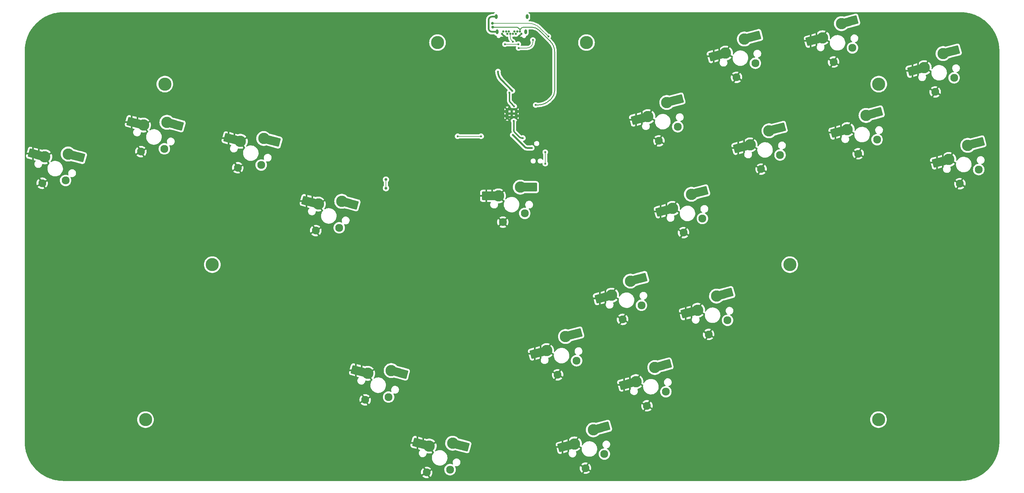
<source format=gbl>
G04 #@! TF.GenerationSoftware,KiCad,Pcbnew,(7.0.0)*
G04 #@! TF.CreationDate,2023-03-15T22:49:51-07:00*
G04 #@! TF.ProjectId,OpenRectangle,4f70656e-5265-4637-9461-6e676c652e6b,rev?*
G04 #@! TF.SameCoordinates,Original*
G04 #@! TF.FileFunction,Copper,L2,Bot*
G04 #@! TF.FilePolarity,Positive*
%FSLAX46Y46*%
G04 Gerber Fmt 4.6, Leading zero omitted, Abs format (unit mm)*
G04 Created by KiCad (PCBNEW (7.0.0)) date 2023-03-15 22:49:51*
%MOMM*%
%LPD*%
G01*
G04 APERTURE LIST*
G04 Aperture macros list*
%AMRoundRect*
0 Rectangle with rounded corners*
0 $1 Rounding radius*
0 $2 $3 $4 $5 $6 $7 $8 $9 X,Y pos of 4 corners*
0 Add a 4 corners polygon primitive as box body*
4,1,4,$2,$3,$4,$5,$6,$7,$8,$9,$2,$3,0*
0 Add four circle primitives for the rounded corners*
1,1,$1+$1,$2,$3*
1,1,$1+$1,$4,$5*
1,1,$1+$1,$6,$7*
1,1,$1+$1,$8,$9*
0 Add four rect primitives between the rounded corners*
20,1,$1+$1,$2,$3,$4,$5,0*
20,1,$1+$1,$4,$5,$6,$7,0*
20,1,$1+$1,$6,$7,$8,$9,0*
20,1,$1+$1,$8,$9,$2,$3,0*%
%AMRotRect*
0 Rectangle, with rotation*
0 The origin of the aperture is its center*
0 $1 length*
0 $2 width*
0 $3 Rotation angle, in degrees counterclockwise*
0 Add horizontal line*
21,1,$1,$2,0,0,$3*%
G04 Aperture macros list end*
G04 #@! TA.AperFunction,ComponentPad*
%ADD10C,3.800000*%
G04 #@! TD*
G04 #@! TA.AperFunction,ComponentPad*
%ADD11C,2.300000*%
G04 #@! TD*
G04 #@! TA.AperFunction,ComponentPad*
%ADD12C,0.600000*%
G04 #@! TD*
G04 #@! TA.AperFunction,ComponentPad*
%ADD13C,0.650000*%
G04 #@! TD*
G04 #@! TA.AperFunction,ComponentPad*
%ADD14O,0.800000X1.400000*%
G04 #@! TD*
G04 #@! TA.AperFunction,ComponentPad*
%ADD15C,3.300000*%
G04 #@! TD*
G04 #@! TA.AperFunction,SMDPad,CuDef*
%ADD16RotRect,1.650000X2.500000X345.000000*%
G04 #@! TD*
G04 #@! TA.AperFunction,SMDPad,CuDef*
%ADD17RoundRect,0.250000X1.248893X0.700636X-0.731255X1.231215X-1.248893X-0.700636X0.731255X-1.231215X0*%
G04 #@! TD*
G04 #@! TA.AperFunction,SMDPad,CuDef*
%ADD18RotRect,1.650000X2.500000X165.000000*%
G04 #@! TD*
G04 #@! TA.AperFunction,SMDPad,CuDef*
%ADD19RotRect,1.650000X2.500000X15.000000*%
G04 #@! TD*
G04 #@! TA.AperFunction,SMDPad,CuDef*
%ADD20RoundRect,0.250000X0.731255X1.231215X-1.248893X0.700636X-0.731255X-1.231215X1.248893X-0.700636X0*%
G04 #@! TD*
G04 #@! TA.AperFunction,SMDPad,CuDef*
%ADD21RotRect,1.650000X2.500000X195.000000*%
G04 #@! TD*
G04 #@! TA.AperFunction,SMDPad,CuDef*
%ADD22R,1.650000X2.500000*%
G04 #@! TD*
G04 #@! TA.AperFunction,SMDPad,CuDef*
%ADD23RoundRect,0.250000X1.025000X1.000000X-1.025000X1.000000X-1.025000X-1.000000X1.025000X-1.000000X0*%
G04 #@! TD*
G04 #@! TA.AperFunction,ViaPad*
%ADD24C,0.600000*%
G04 #@! TD*
G04 #@! TA.AperFunction,ViaPad*
%ADD25C,0.800000*%
G04 #@! TD*
G04 #@! TA.AperFunction,Conductor*
%ADD26C,0.635000*%
G04 #@! TD*
G04 #@! TA.AperFunction,Conductor*
%ADD27C,0.200000*%
G04 #@! TD*
G04 #@! TA.AperFunction,Conductor*
%ADD28C,0.250000*%
G04 #@! TD*
G04 #@! TA.AperFunction,Conductor*
%ADD29C,0.500000*%
G04 #@! TD*
G04 #@! TA.AperFunction,Conductor*
%ADD30C,0.381000*%
G04 #@! TD*
G04 APERTURE END LIST*
D10*
X279275000Y-98760000D03*
X305060000Y-46313383D03*
D11*
X326923146Y-44479258D03*
X321446917Y-48576211D03*
X253920545Y-85360724D03*
X248444316Y-89457677D03*
X304589245Y-62445896D03*
X299113016Y-66542849D03*
X261212701Y-114944898D03*
X255736472Y-119041851D03*
D10*
X111765000Y-98760000D03*
D11*
X125952219Y-69813090D03*
X119161190Y-70623041D03*
X180734080Y-158346938D03*
X173943051Y-159156889D03*
X69218754Y-74311674D03*
X62427725Y-75121625D03*
X297443251Y-35776684D03*
X291967022Y-39873637D03*
X276430431Y-66911080D03*
X270954202Y-71008033D03*
X217413760Y-126680789D03*
X211937531Y-130777742D03*
D10*
X92395000Y-143800000D03*
D11*
X202388500Y-83866866D03*
X196038500Y-86406866D03*
X246774810Y-58692478D03*
X241298581Y-62789431D03*
X236246143Y-110576311D03*
X230769914Y-114673264D03*
X162900472Y-137243168D03*
X156109443Y-138053119D03*
X148574312Y-88052615D03*
X141783283Y-88862566D03*
D10*
X98000000Y-46313383D03*
D11*
X269284437Y-40241868D03*
X263808208Y-44338821D03*
X97856886Y-65107131D03*
X91065857Y-65917082D03*
D10*
X304995000Y-143800000D03*
D11*
X225485032Y-153803186D03*
X220008803Y-157900139D03*
D12*
X197305000Y-53620000D03*
X197305000Y-54895000D03*
X197305000Y-56170000D03*
X198580000Y-53620000D03*
X198580000Y-54895000D03*
X198580000Y-56170000D03*
X199855000Y-53620000D03*
X199855000Y-54895000D03*
X199855000Y-56170000D03*
D11*
X243317415Y-135698708D03*
X237841186Y-139795661D03*
D10*
X220290000Y-34240000D03*
X177100000Y-34240000D03*
D11*
X334069140Y-71148470D03*
X328592911Y-75245423D03*
D13*
X195778500Y-31710000D03*
X196178500Y-31010000D03*
X196978500Y-31010000D03*
X197378500Y-31710000D03*
X197778500Y-31010000D03*
X198178500Y-31710000D03*
X198978500Y-31710000D03*
X199378500Y-31010000D03*
X199778500Y-31710000D03*
X200178500Y-31010000D03*
X200978500Y-31010000D03*
X201378500Y-31710000D03*
D14*
X203068499Y-26719999D03*
X202633499Y-31109999D03*
X194373499Y-31109999D03*
X194088499Y-26719999D03*
D15*
X63173200Y-67432570D03*
D16*
X61410384Y-66960224D03*
D17*
X59744163Y-66513762D03*
X73393266Y-67541427D03*
D18*
X71702895Y-67088492D03*
D15*
X69964229Y-66622619D03*
X238099654Y-55757776D03*
D19*
X236336839Y-56230120D03*
D20*
X234670618Y-56676584D03*
X247004920Y-50742016D03*
D21*
X245314548Y-51194948D03*
D15*
X243575883Y-51660823D03*
X245245389Y-82426022D03*
D19*
X243482574Y-82898366D03*
D20*
X241816353Y-83344830D03*
X254150655Y-77410262D03*
D21*
X252460283Y-77863194D03*
D15*
X250721618Y-78329069D03*
X194768500Y-78786866D03*
D22*
X192943499Y-78786865D03*
D23*
X191218500Y-78786866D03*
X204668500Y-76246866D03*
D22*
X202918499Y-76246865D03*
D15*
X201118500Y-76246866D03*
X208738604Y-123746087D03*
D19*
X206975789Y-124218431D03*
D20*
X205309568Y-124664895D03*
X217643870Y-118730327D03*
D21*
X215953498Y-119183259D03*
D15*
X214214833Y-119649134D03*
X91811332Y-58228027D03*
D16*
X90048516Y-57755681D03*
D17*
X88382295Y-57309219D03*
X102031398Y-58336884D03*
D18*
X100341027Y-57883949D03*
D15*
X98602361Y-57418076D03*
X252537545Y-112010196D03*
D19*
X250774730Y-112482540D03*
D20*
X249108509Y-112929004D03*
X261442811Y-106994436D03*
D21*
X259752439Y-107447368D03*
D15*
X258013774Y-107913243D03*
X142528758Y-81173511D03*
D16*
X140765942Y-80701165D03*
D17*
X139099721Y-80254703D03*
X152748824Y-81282368D03*
D18*
X151058453Y-80829433D03*
D15*
X149319787Y-80363560D03*
X260609281Y-37307166D03*
D19*
X258846466Y-37779510D03*
D20*
X257180245Y-38225974D03*
X269514547Y-32291406D03*
D21*
X267824175Y-32744338D03*
D15*
X266085510Y-33210213D03*
X119906665Y-62933986D03*
D16*
X118143849Y-62461640D03*
D17*
X116477628Y-62015178D03*
X130126731Y-63042843D03*
D18*
X128436360Y-62589908D03*
D15*
X126697694Y-62124035D03*
X216809876Y-150868484D03*
D19*
X215047061Y-151340828D03*
D20*
X213380840Y-151787292D03*
X225715142Y-145852724D03*
D21*
X224024770Y-146305656D03*
D15*
X222286105Y-146771531D03*
X174688526Y-151467834D03*
D16*
X172925710Y-150995488D03*
D17*
X171259489Y-150549026D03*
X184908592Y-151576691D03*
D18*
X183218221Y-151123756D03*
D15*
X181479555Y-150657883D03*
X156854918Y-130364064D03*
D16*
X155092102Y-129891718D03*
D17*
X153425881Y-129445256D03*
X167074984Y-130472921D03*
D18*
X165384613Y-130019986D03*
D15*
X163645947Y-129554113D03*
X295914089Y-59511194D03*
D19*
X294151274Y-59983538D03*
D20*
X292485053Y-60430002D03*
X304819355Y-54495434D03*
D21*
X303128983Y-54948366D03*
D15*
X301390318Y-55414241D03*
X318247990Y-41544556D03*
D19*
X316485175Y-42016900D03*
D20*
X314818954Y-42463364D03*
X327153256Y-36528796D03*
D21*
X325462884Y-36981728D03*
D15*
X323724219Y-37447603D03*
X234642259Y-132764006D03*
D19*
X232879444Y-133236350D03*
D20*
X231213223Y-133682814D03*
X243547525Y-127748246D03*
D21*
X241857153Y-128201178D03*
D15*
X240118488Y-128667053D03*
X267755275Y-63976378D03*
D19*
X265992460Y-64448722D03*
D20*
X264326239Y-64895186D03*
X276660541Y-58960618D03*
D21*
X274970169Y-59413550D03*
D15*
X273231504Y-59879425D03*
X325393984Y-68213768D03*
D19*
X323631169Y-68686112D03*
D20*
X321964948Y-69132576D03*
X334299250Y-63198008D03*
D21*
X332608878Y-63650940D03*
D15*
X330870213Y-64116815D03*
X288768095Y-32841982D03*
D19*
X287005280Y-33314326D03*
D20*
X285339059Y-33760790D03*
X297673361Y-27826222D03*
D21*
X295982989Y-28279154D03*
D15*
X294244324Y-28745029D03*
X227570987Y-107641609D03*
D19*
X225808172Y-108113953D03*
D20*
X224141951Y-108560417D03*
X236476253Y-102625849D03*
D21*
X234785881Y-103078781D03*
D15*
X233047216Y-103544656D03*
D24*
X191312750Y-58054018D03*
X197789750Y-45735018D03*
X187627500Y-45465000D03*
X196000000Y-37350000D03*
X200202750Y-63896018D03*
X192865000Y-64912018D03*
X199567750Y-67579018D03*
X204170000Y-38570000D03*
X204012739Y-67390000D03*
X196600000Y-41630000D03*
X202361750Y-47259018D03*
X205536750Y-49070000D03*
X207260000Y-45475000D03*
X204650000Y-46635000D03*
X193344750Y-49926018D03*
X200806000Y-45242893D03*
X206902000Y-58831893D03*
X198901000Y-45242893D03*
X189729504Y-61479605D03*
X182911089Y-61481089D03*
D25*
X162130000Y-76550000D03*
X162130000Y-74050000D03*
D24*
X205560000Y-52380000D03*
D25*
X193100000Y-29740000D03*
D24*
X194620000Y-42670000D03*
X198805750Y-48275018D03*
X204412739Y-64870000D03*
X198932750Y-61102018D03*
X201853750Y-61991018D03*
X199186750Y-56994500D03*
X199313750Y-52757250D03*
X197945000Y-48767250D03*
X200520000Y-34710000D03*
X196670000Y-34710000D03*
X198928000Y-34010000D03*
X208340500Y-66090000D03*
X208343911Y-69423911D03*
X204750000Y-33500500D03*
X200610000Y-35810000D03*
D25*
X193000000Y-28640000D03*
D24*
X209261589Y-32468411D03*
D26*
X198580000Y-53620000D02*
X198580000Y-56170000D01*
X199855000Y-56170000D02*
X199855000Y-53620000D01*
X197605000Y-55870000D02*
X199555000Y-55870000D01*
X199555000Y-55870000D02*
X199855000Y-56170000D01*
X197305000Y-56170000D02*
X197305000Y-53620000D01*
X199855000Y-53620000D02*
X197305000Y-53620000D01*
X197305000Y-56170000D02*
X197605000Y-55870000D01*
X199855000Y-54895000D02*
X197305000Y-54895000D01*
D27*
X189729504Y-61479605D02*
X182912573Y-61479605D01*
X182912573Y-61479605D02*
X182911089Y-61481089D01*
X162130000Y-74050000D02*
X162130000Y-76550000D01*
D28*
X200589893Y-30032893D02*
X200978500Y-30421500D01*
X206208241Y-52380000D02*
X205560000Y-52380000D01*
X210161321Y-50448679D02*
X209659599Y-50950401D01*
X202024214Y-29790000D02*
X204457359Y-29790000D01*
X193100000Y-29740000D02*
X199882786Y-29740000D01*
X200978500Y-30421500D02*
X201317107Y-30082893D01*
X206578679Y-30668679D02*
X209837486Y-33927486D01*
X211040000Y-36830612D02*
X211040000Y-48327359D01*
X200978500Y-31010000D02*
X200978500Y-30421500D01*
X200589900Y-30032886D02*
G75*
G03*
X199882786Y-29740000I-707100J-707114D01*
G01*
X211040003Y-36830612D02*
G75*
G03*
X209837486Y-33927486I-4105603J12D01*
G01*
X206578699Y-30668659D02*
G75*
G03*
X204457359Y-29790000I-2121299J-2121341D01*
G01*
X210161341Y-50448699D02*
G75*
G03*
X211040000Y-48327359I-2121341J2121299D01*
G01*
X202024214Y-29790010D02*
G75*
G03*
X201317107Y-30082893I-14J-999990D01*
G01*
X206208241Y-52380016D02*
G75*
G03*
X209659599Y-50950401I-41J4881016D01*
G01*
D29*
X203114946Y-64870000D02*
X204412739Y-64870000D01*
X198932750Y-61102018D02*
X202407839Y-64577107D01*
X195623570Y-45092838D02*
X198805750Y-48275018D01*
X202407816Y-64577130D02*
G75*
G03*
X203114946Y-64870000I707084J707130D01*
G01*
X194619996Y-42670000D02*
G75*
G03*
X195623570Y-45092838I3426404J0D01*
G01*
D30*
X199479643Y-60334893D02*
X200842875Y-61698125D01*
X199186750Y-56994500D02*
X199186750Y-59627786D01*
X201549982Y-61991018D02*
X201853750Y-61991018D01*
X197945000Y-50974286D02*
X197945000Y-48767250D01*
X199313750Y-52757250D02*
X198237893Y-51681393D01*
X199186745Y-59627786D02*
G75*
G03*
X199479643Y-60334893I999955J-14D01*
G01*
X197945010Y-50974286D02*
G75*
G03*
X198237893Y-51681393I999990J-14D01*
G01*
X200842880Y-61698120D02*
G75*
G03*
X201549982Y-61991018I707120J707120D01*
G01*
D27*
X196670000Y-34710000D02*
X200520000Y-34710000D01*
D29*
X192900000Y-26720000D02*
X194088500Y-26720000D01*
X194373500Y-31110000D02*
X192900000Y-31110000D01*
X191900000Y-30110000D02*
X191900000Y-27720000D01*
X192900000Y-26720000D02*
G75*
G03*
X191900000Y-27720000I0J-1000000D01*
G01*
X191900000Y-30110000D02*
G75*
G03*
X192900000Y-31110000I1000000J0D01*
G01*
D27*
X198178500Y-32567542D02*
X198178500Y-31710000D01*
X198928000Y-34010000D02*
X198668495Y-33750495D01*
X198178486Y-32567542D02*
G75*
G03*
X198668495Y-33750495I1673014J42D01*
G01*
X208340500Y-69420500D02*
X208343911Y-69423911D01*
X208340500Y-66090000D02*
X208340500Y-69420500D01*
X200610000Y-35810000D02*
X203024430Y-35810000D01*
X204750000Y-34084430D02*
X204750000Y-33500500D01*
X203024430Y-35810000D02*
G75*
G03*
X204750000Y-34084430I-30J1725600D01*
G01*
X193000000Y-28640000D02*
X203443334Y-28640000D01*
X206840210Y-30047032D02*
X209261589Y-32468411D01*
X206840191Y-30047051D02*
G75*
G03*
X203443334Y-28640000I-3396891J-3396849D01*
G01*
G04 #@! TA.AperFunction,Conductor*
G36*
X193621453Y-25417377D02*
G01*
X193667571Y-25463488D01*
X193684459Y-25526479D01*
X193667592Y-25589476D01*
X193630256Y-25626829D01*
X193631748Y-25628882D01*
X193482591Y-25737250D01*
X193482583Y-25737256D01*
X193477247Y-25741134D01*
X193472830Y-25746039D01*
X193472825Y-25746044D01*
X193380341Y-25848759D01*
X193349460Y-25883056D01*
X193346161Y-25888769D01*
X193346158Y-25888774D01*
X193340542Y-25898502D01*
X193294423Y-25944620D01*
X193231424Y-25961500D01*
X192979722Y-25961500D01*
X192900000Y-25961500D01*
X192774230Y-25961500D01*
X192769787Y-25962138D01*
X192769784Y-25962139D01*
X192529691Y-25996659D01*
X192529686Y-25996659D01*
X192525249Y-25997298D01*
X192520938Y-25998563D01*
X192520937Y-25998564D01*
X192288216Y-26066896D01*
X192288205Y-26066899D01*
X192283897Y-26068165D01*
X192279818Y-26070027D01*
X192279804Y-26070033D01*
X192059181Y-26170789D01*
X192059172Y-26170793D01*
X192055088Y-26172659D01*
X192051308Y-26175087D01*
X192051301Y-26175092D01*
X191847259Y-26306221D01*
X191847248Y-26306228D01*
X191843478Y-26308652D01*
X191840091Y-26311586D01*
X191840080Y-26311595D01*
X191656769Y-26470435D01*
X191656761Y-26470442D01*
X191653376Y-26473376D01*
X191650442Y-26476761D01*
X191650435Y-26476769D01*
X191491595Y-26660080D01*
X191491586Y-26660091D01*
X191488652Y-26663478D01*
X191486228Y-26667248D01*
X191486221Y-26667259D01*
X191355092Y-26871301D01*
X191355087Y-26871308D01*
X191352659Y-26875088D01*
X191350793Y-26879172D01*
X191350789Y-26879181D01*
X191250033Y-27099804D01*
X191250027Y-27099818D01*
X191248165Y-27103897D01*
X191246899Y-27108205D01*
X191246896Y-27108216D01*
X191204919Y-27251180D01*
X191177298Y-27345249D01*
X191176659Y-27349686D01*
X191176659Y-27349691D01*
X191147683Y-27551225D01*
X191141500Y-27594230D01*
X191141500Y-27631344D01*
X191141500Y-30030278D01*
X191141500Y-30110000D01*
X191141500Y-30235770D01*
X191142138Y-30240213D01*
X191142139Y-30240215D01*
X191174932Y-30468299D01*
X191177298Y-30484751D01*
X191178564Y-30489062D01*
X191246896Y-30721783D01*
X191246898Y-30721789D01*
X191248165Y-30726103D01*
X191250029Y-30730185D01*
X191250033Y-30730195D01*
X191345748Y-30939780D01*
X191352659Y-30954912D01*
X191355091Y-30958696D01*
X191355092Y-30958698D01*
X191468227Y-31134741D01*
X191488652Y-31166522D01*
X191491591Y-31169914D01*
X191491595Y-31169919D01*
X191650435Y-31353230D01*
X191653376Y-31356624D01*
X191656769Y-31359564D01*
X191747922Y-31438549D01*
X191843478Y-31521348D01*
X192055088Y-31657341D01*
X192099298Y-31677531D01*
X192277592Y-31758956D01*
X192283897Y-31761835D01*
X192525249Y-31832702D01*
X192774230Y-31868500D01*
X192811344Y-31868500D01*
X192900000Y-31868500D01*
X192979722Y-31868500D01*
X193516424Y-31868500D01*
X193579423Y-31885380D01*
X193625542Y-31931498D01*
X193634460Y-31946944D01*
X193762247Y-32088866D01*
X193767589Y-32092747D01*
X193767591Y-32092749D01*
X193790515Y-32109404D01*
X193916748Y-32201118D01*
X194091212Y-32278794D01*
X194154448Y-32292235D01*
X194201418Y-32312902D01*
X194236254Y-32350586D01*
X194253173Y-32399035D01*
X194266734Y-32502047D01*
X194266735Y-32502053D01*
X194267813Y-32510236D01*
X194270972Y-32517864D01*
X194270973Y-32517865D01*
X194322641Y-32642603D01*
X194322642Y-32642605D01*
X194325802Y-32650233D01*
X194330828Y-32656783D01*
X194330830Y-32656786D01*
X194407961Y-32757304D01*
X194418049Y-32770451D01*
X194424599Y-32775477D01*
X194490222Y-32825832D01*
X194538267Y-32862698D01*
X194678264Y-32920687D01*
X194790780Y-32935500D01*
X194862098Y-32935500D01*
X194866220Y-32935500D01*
X194978736Y-32920687D01*
X195118733Y-32862698D01*
X195238951Y-32770451D01*
X195331198Y-32650233D01*
X195361688Y-32576623D01*
X195398804Y-32526921D01*
X195455141Y-32500952D01*
X195517042Y-32505013D01*
X195526131Y-32507967D01*
X195684491Y-32541627D01*
X195697551Y-32543000D01*
X195859449Y-32543000D01*
X195872508Y-32541627D01*
X196030870Y-32507966D01*
X196043363Y-32503907D01*
X196146870Y-32457821D01*
X196156039Y-32450690D01*
X196150033Y-32440743D01*
X195673528Y-31964238D01*
X195639952Y-31903915D01*
X195643204Y-31834954D01*
X195682308Y-31778058D01*
X195745523Y-31750309D01*
X195813870Y-31760035D01*
X195919516Y-31807072D01*
X196090896Y-31843500D01*
X196097499Y-31843500D01*
X196219020Y-31843500D01*
X196267238Y-31853091D01*
X196308115Y-31880405D01*
X196509525Y-32081815D01*
X196520866Y-32088867D01*
X196525212Y-32089296D01*
X196572165Y-32083375D01*
X196627302Y-32103104D01*
X196667565Y-32145625D01*
X196700470Y-32202618D01*
X196704886Y-32207523D01*
X196704888Y-32207525D01*
X196791600Y-32303828D01*
X196817708Y-32332823D01*
X196959454Y-32435808D01*
X197119516Y-32507072D01*
X197290896Y-32543500D01*
X197297499Y-32543500D01*
X197443988Y-32543500D01*
X197506987Y-32560380D01*
X197553106Y-32606497D01*
X197569988Y-32669495D01*
X197569988Y-32692148D01*
X197569988Y-32692164D01*
X197569989Y-32695680D01*
X197570383Y-32699178D01*
X197570384Y-32699192D01*
X197596954Y-32934961D01*
X197598684Y-32950312D01*
X197599469Y-32953753D01*
X197599470Y-32953756D01*
X197654919Y-33196678D01*
X197654922Y-33196691D01*
X197655708Y-33200131D01*
X197656871Y-33203456D01*
X197656875Y-33203468D01*
X197718264Y-33378897D01*
X197740344Y-33441995D01*
X197741872Y-33445168D01*
X197741875Y-33445175D01*
X197849994Y-33669683D01*
X197849998Y-33669690D01*
X197851526Y-33672863D01*
X197853402Y-33675848D01*
X197853405Y-33675854D01*
X197985765Y-33886503D01*
X197987857Y-33889831D01*
X197990063Y-33892597D01*
X197990065Y-33892600D01*
X197993527Y-33896942D01*
X198020223Y-33961394D01*
X198008537Y-34030171D01*
X197962050Y-34082188D01*
X197895015Y-34101500D01*
X197254722Y-34101500D01*
X197213106Y-34094429D01*
X197178933Y-34075541D01*
X197177281Y-34073889D01*
X197171291Y-34070125D01*
X197029006Y-33980721D01*
X197029003Y-33980719D01*
X197023015Y-33976957D01*
X197016339Y-33974621D01*
X197016335Y-33974619D01*
X196857724Y-33919119D01*
X196857720Y-33919118D01*
X196851047Y-33916783D01*
X196670000Y-33896384D01*
X196662971Y-33897176D01*
X196495981Y-33915991D01*
X196495979Y-33915991D01*
X196488953Y-33916783D01*
X196482280Y-33919117D01*
X196482275Y-33919119D01*
X196323664Y-33974619D01*
X196323656Y-33974622D01*
X196316985Y-33976957D01*
X196311000Y-33980717D01*
X196310993Y-33980721D01*
X196168714Y-34070121D01*
X196168709Y-34070125D01*
X196162719Y-34073889D01*
X196157714Y-34078893D01*
X196157710Y-34078897D01*
X196038897Y-34197710D01*
X196038893Y-34197714D01*
X196033889Y-34202719D01*
X196030126Y-34208707D01*
X196030121Y-34208714D01*
X195940721Y-34350993D01*
X195940717Y-34351000D01*
X195936957Y-34356985D01*
X195934622Y-34363656D01*
X195934619Y-34363664D01*
X195879119Y-34522275D01*
X195879117Y-34522280D01*
X195876783Y-34528953D01*
X195875991Y-34535979D01*
X195875991Y-34535981D01*
X195870708Y-34582870D01*
X195856384Y-34710000D01*
X195876783Y-34891047D01*
X195879118Y-34897720D01*
X195879119Y-34897724D01*
X195934619Y-35056335D01*
X195934621Y-35056339D01*
X195936957Y-35063015D01*
X195940719Y-35069003D01*
X195940721Y-35069006D01*
X196023671Y-35201020D01*
X196033889Y-35217281D01*
X196162719Y-35346111D01*
X196168713Y-35349877D01*
X196168714Y-35349878D01*
X196275247Y-35416817D01*
X196316985Y-35443043D01*
X196488953Y-35503217D01*
X196670000Y-35523616D01*
X196851047Y-35503217D01*
X197023015Y-35443043D01*
X197177281Y-35346111D01*
X197178933Y-35344458D01*
X197213106Y-35325571D01*
X197254722Y-35318500D01*
X199747835Y-35318500D01*
X199805667Y-35332556D01*
X199850596Y-35371587D01*
X199872598Y-35426886D01*
X199866764Y-35486115D01*
X199819119Y-35622275D01*
X199819117Y-35622280D01*
X199816783Y-35628953D01*
X199815991Y-35635979D01*
X199815991Y-35635981D01*
X199805456Y-35729480D01*
X199796384Y-35810000D01*
X199816783Y-35991047D01*
X199819118Y-35997720D01*
X199819119Y-35997724D01*
X199874619Y-36156335D01*
X199874621Y-36156339D01*
X199876957Y-36163015D01*
X199880719Y-36169003D01*
X199880721Y-36169006D01*
X199957232Y-36290773D01*
X199973889Y-36317281D01*
X200102719Y-36446111D01*
X200108713Y-36449877D01*
X200108714Y-36449878D01*
X200250993Y-36539278D01*
X200256985Y-36543043D01*
X200428953Y-36603217D01*
X200610000Y-36623616D01*
X200791047Y-36603217D01*
X200963015Y-36543043D01*
X201117281Y-36446111D01*
X201118933Y-36444458D01*
X201153106Y-36425571D01*
X201194722Y-36418500D01*
X202950551Y-36418500D01*
X202950555Y-36418501D01*
X203024441Y-36418500D01*
X203064315Y-36418500D01*
X203064319Y-36418499D01*
X203165624Y-36418498D01*
X203445933Y-36384458D01*
X203720095Y-36316879D01*
X203984112Y-36216748D01*
X204234136Y-36085523D01*
X204466519Y-35925119D01*
X204677874Y-35737874D01*
X204865119Y-35526519D01*
X205025523Y-35294136D01*
X205156748Y-35044112D01*
X205256879Y-34780095D01*
X205324458Y-34505933D01*
X205358498Y-34225624D01*
X205358499Y-34124319D01*
X205358500Y-34124315D01*
X205358500Y-34085222D01*
X205365571Y-34043606D01*
X205384458Y-34009433D01*
X205386111Y-34007781D01*
X205483043Y-33853515D01*
X205543217Y-33681547D01*
X205563616Y-33500500D01*
X205543217Y-33319453D01*
X205483043Y-33147485D01*
X205386111Y-32993219D01*
X205257281Y-32864389D01*
X205251287Y-32860623D01*
X205251285Y-32860621D01*
X205109006Y-32771221D01*
X205109003Y-32771219D01*
X205103015Y-32767457D01*
X205096339Y-32765121D01*
X205096335Y-32765119D01*
X204937724Y-32709619D01*
X204937720Y-32709618D01*
X204931047Y-32707283D01*
X204750000Y-32686884D01*
X204742971Y-32687676D01*
X204575981Y-32706491D01*
X204575979Y-32706491D01*
X204568953Y-32707283D01*
X204562280Y-32709617D01*
X204562275Y-32709619D01*
X204403664Y-32765119D01*
X204403656Y-32765122D01*
X204396985Y-32767457D01*
X204391000Y-32771217D01*
X204390993Y-32771221D01*
X204248714Y-32860621D01*
X204248707Y-32860626D01*
X204242719Y-32864389D01*
X204237714Y-32869393D01*
X204237710Y-32869397D01*
X204118897Y-32988210D01*
X204118893Y-32988214D01*
X204113889Y-32993219D01*
X204110126Y-32999207D01*
X204110121Y-32999214D01*
X204020721Y-33141493D01*
X204020717Y-33141500D01*
X204016957Y-33147485D01*
X204014622Y-33154156D01*
X204014619Y-33154164D01*
X203959119Y-33312775D01*
X203959117Y-33312780D01*
X203956783Y-33319453D01*
X203955991Y-33326479D01*
X203955991Y-33326481D01*
X203950500Y-33375212D01*
X203936384Y-33500500D01*
X203937344Y-33509022D01*
X203955560Y-33670697D01*
X203956783Y-33681547D01*
X203959118Y-33688220D01*
X203959119Y-33688224D01*
X204014619Y-33846835D01*
X204014621Y-33846839D01*
X204016957Y-33853515D01*
X204020719Y-33859503D01*
X204020721Y-33859506D01*
X204110123Y-34001788D01*
X204113889Y-34007781D01*
X204115018Y-34008910D01*
X204135634Y-34048208D01*
X204140523Y-34095582D01*
X204125486Y-34267416D01*
X204121672Y-34289044D01*
X204076980Y-34455832D01*
X204069468Y-34476471D01*
X203996493Y-34632964D01*
X203985512Y-34651984D01*
X203886467Y-34793433D01*
X203872349Y-34810257D01*
X203750257Y-34932349D01*
X203733433Y-34946467D01*
X203591984Y-35045512D01*
X203572964Y-35056493D01*
X203416471Y-35129468D01*
X203395832Y-35136980D01*
X203229044Y-35181672D01*
X203207416Y-35185486D01*
X203029904Y-35201020D01*
X203018920Y-35201500D01*
X201382165Y-35201500D01*
X201324333Y-35187444D01*
X201279404Y-35148413D01*
X201257402Y-35093114D01*
X201263236Y-35033885D01*
X201267600Y-35021413D01*
X201313217Y-34891047D01*
X201333616Y-34710000D01*
X201313217Y-34528953D01*
X201253043Y-34356985D01*
X201213706Y-34294381D01*
X201159878Y-34208714D01*
X201159877Y-34208713D01*
X201156111Y-34202719D01*
X201027281Y-34073889D01*
X201021287Y-34070123D01*
X201021285Y-34070121D01*
X200879006Y-33980721D01*
X200879003Y-33980719D01*
X200873015Y-33976957D01*
X200866339Y-33974621D01*
X200866335Y-33974619D01*
X200707724Y-33919119D01*
X200707720Y-33919118D01*
X200701047Y-33916783D01*
X200520000Y-33896384D01*
X200512971Y-33897176D01*
X200345981Y-33915991D01*
X200345979Y-33915991D01*
X200338953Y-33916783D01*
X200332280Y-33919117D01*
X200332275Y-33919119D01*
X200173664Y-33974619D01*
X200173656Y-33974622D01*
X200166985Y-33976957D01*
X200161000Y-33980717D01*
X200160993Y-33980721D01*
X200018708Y-34070125D01*
X200018702Y-34070129D01*
X200012719Y-34073889D01*
X200011066Y-34075541D01*
X199976894Y-34094429D01*
X199935278Y-34101500D01*
X199864526Y-34101500D01*
X199805650Y-34086898D01*
X199760420Y-34046478D01*
X199739318Y-33989607D01*
X199737893Y-33976957D01*
X199721217Y-33828953D01*
X199661043Y-33656985D01*
X199596573Y-33554382D01*
X199567878Y-33508714D01*
X199567877Y-33508713D01*
X199564111Y-33502719D01*
X199435281Y-33373889D01*
X199429287Y-33370123D01*
X199429285Y-33370121D01*
X199287006Y-33280721D01*
X199287003Y-33280719D01*
X199281015Y-33276957D01*
X199274339Y-33274621D01*
X199274335Y-33274619D01*
X199115724Y-33219119D01*
X199115720Y-33219118D01*
X199109047Y-33216783D01*
X199102020Y-33215991D01*
X199102019Y-33215991D01*
X199058166Y-33211050D01*
X199004640Y-33192151D01*
X198964841Y-33151677D01*
X198958600Y-33141493D01*
X198908194Y-33059237D01*
X198899219Y-33041622D01*
X198873098Y-32978563D01*
X198842882Y-32905618D01*
X198836777Y-32886831D01*
X198802407Y-32743680D01*
X198799317Y-32724164D01*
X198795791Y-32679387D01*
X198809136Y-32612298D01*
X198855568Y-32562068D01*
X198921403Y-32543500D01*
X199059501Y-32543500D01*
X199066104Y-32543500D01*
X199237484Y-32507072D01*
X199327250Y-32467104D01*
X199378500Y-32456211D01*
X199429749Y-32467104D01*
X199519516Y-32507072D01*
X199690896Y-32543500D01*
X199859501Y-32543500D01*
X199866104Y-32543500D01*
X200037484Y-32507072D01*
X200197546Y-32435808D01*
X200339292Y-32332823D01*
X200456530Y-32202618D01*
X200489434Y-32145625D01*
X200529696Y-32103104D01*
X200584835Y-32083375D01*
X200631786Y-32089295D01*
X200636133Y-32088867D01*
X200647471Y-32081817D01*
X200848884Y-31880405D01*
X200889761Y-31853091D01*
X200937979Y-31843500D01*
X201059501Y-31843500D01*
X201066104Y-31843500D01*
X201237484Y-31807072D01*
X201343125Y-31760037D01*
X201411472Y-31750310D01*
X201474688Y-31778059D01*
X201513792Y-31834955D01*
X201517044Y-31903916D01*
X201483469Y-31964239D01*
X201006964Y-32440744D01*
X201000959Y-32450689D01*
X201010128Y-32457821D01*
X201113636Y-32503907D01*
X201126129Y-32507966D01*
X201284491Y-32541627D01*
X201297551Y-32543000D01*
X201459449Y-32543000D01*
X201472512Y-32541627D01*
X201515500Y-32532489D01*
X201573245Y-32533748D01*
X201624362Y-32560641D01*
X201658108Y-32607517D01*
X201672641Y-32642603D01*
X201675802Y-32650233D01*
X201680827Y-32656782D01*
X201680828Y-32656783D01*
X201753522Y-32751520D01*
X201768049Y-32770451D01*
X201774599Y-32775477D01*
X201840222Y-32825832D01*
X201888267Y-32862698D01*
X202028264Y-32920687D01*
X202140780Y-32935500D01*
X202212098Y-32935500D01*
X202216220Y-32935500D01*
X202328736Y-32920687D01*
X202468733Y-32862698D01*
X202588951Y-32770451D01*
X202681198Y-32650233D01*
X202739187Y-32510236D01*
X202753827Y-32399032D01*
X202770745Y-32350586D01*
X202805580Y-32312902D01*
X202852549Y-32292235D01*
X202915788Y-32278794D01*
X203090252Y-32201118D01*
X203244753Y-32088866D01*
X203372540Y-31946944D01*
X203468027Y-31781556D01*
X203527042Y-31599928D01*
X203542000Y-31457610D01*
X203542000Y-30762390D01*
X203527042Y-30620072D01*
X203516763Y-30588436D01*
X203512147Y-30529789D01*
X203534660Y-30475439D01*
X203579393Y-30437233D01*
X203636596Y-30423500D01*
X204380443Y-30423500D01*
X204380447Y-30423501D01*
X204453831Y-30423500D01*
X204460893Y-30423697D01*
X204715275Y-30437980D01*
X204729304Y-30439561D01*
X204976997Y-30481641D01*
X204990758Y-30484782D01*
X205232183Y-30554333D01*
X205245506Y-30558995D01*
X205477637Y-30655142D01*
X205490338Y-30661259D01*
X205710243Y-30782792D01*
X205722202Y-30790307D01*
X205927099Y-30935686D01*
X205938142Y-30944492D01*
X206127725Y-31113910D01*
X206132859Y-31118764D01*
X206148837Y-31134741D01*
X209387332Y-34373237D01*
X209391597Y-34377715D01*
X209614206Y-34623325D01*
X209622050Y-34632883D01*
X209817656Y-34896624D01*
X209824526Y-34906906D01*
X209863356Y-34971690D01*
X209976303Y-35160130D01*
X209993335Y-35188545D01*
X209999162Y-35199446D01*
X210041567Y-35289103D01*
X210139557Y-35496285D01*
X210144289Y-35507709D01*
X210254910Y-35816875D01*
X210258499Y-35828708D01*
X210338284Y-36147230D01*
X210340696Y-36159357D01*
X210388876Y-36484157D01*
X210390088Y-36496463D01*
X210406348Y-36827455D01*
X210406500Y-36833637D01*
X210406500Y-48250443D01*
X210406499Y-48250447D01*
X210406499Y-48250454D01*
X210406499Y-48250455D01*
X210406499Y-48323832D01*
X210406301Y-48330895D01*
X210392019Y-48585269D01*
X210390437Y-48599310D01*
X210348359Y-48846989D01*
X210345215Y-48860765D01*
X210275668Y-49102176D01*
X210271002Y-49115512D01*
X210174862Y-49347625D01*
X210168731Y-49360357D01*
X210047209Y-49580239D01*
X210039692Y-49592202D01*
X209894317Y-49797094D01*
X209885507Y-49808142D01*
X209716074Y-49997741D01*
X209711220Y-50002874D01*
X209689883Y-50024211D01*
X209689881Y-50024212D01*
X209689882Y-50024213D01*
X209213596Y-50500497D01*
X209209626Y-50504298D01*
X208942502Y-50749073D01*
X208934081Y-50756138D01*
X208648847Y-50975006D01*
X208639843Y-50981311D01*
X208336608Y-51174494D01*
X208327089Y-51179990D01*
X208008177Y-51346006D01*
X207998215Y-51350651D01*
X207666028Y-51488250D01*
X207655698Y-51492010D01*
X207312808Y-51600124D01*
X207302191Y-51602969D01*
X206951172Y-51680790D01*
X206940347Y-51682699D01*
X206583880Y-51729632D01*
X206572930Y-51730590D01*
X206211350Y-51746380D01*
X206205853Y-51746500D01*
X206107736Y-51746500D01*
X206040700Y-51727187D01*
X205919006Y-51650721D01*
X205919003Y-51650719D01*
X205913015Y-51646957D01*
X205906339Y-51644621D01*
X205906335Y-51644619D01*
X205747724Y-51589119D01*
X205747720Y-51589118D01*
X205741047Y-51586783D01*
X205560000Y-51566384D01*
X205526813Y-51570123D01*
X205385981Y-51585991D01*
X205385979Y-51585991D01*
X205378953Y-51586783D01*
X205372280Y-51589117D01*
X205372275Y-51589119D01*
X205213664Y-51644619D01*
X205213656Y-51644622D01*
X205206985Y-51646957D01*
X205201000Y-51650717D01*
X205200993Y-51650721D01*
X205058714Y-51740121D01*
X205058707Y-51740126D01*
X205052719Y-51743889D01*
X205047714Y-51748893D01*
X205047710Y-51748897D01*
X204928897Y-51867710D01*
X204928893Y-51867714D01*
X204923889Y-51872719D01*
X204920126Y-51878707D01*
X204920121Y-51878714D01*
X204830721Y-52020993D01*
X204830717Y-52021000D01*
X204826957Y-52026985D01*
X204824622Y-52033656D01*
X204824619Y-52033664D01*
X204769119Y-52192275D01*
X204769117Y-52192280D01*
X204766783Y-52198953D01*
X204765991Y-52205979D01*
X204765991Y-52205981D01*
X204762121Y-52240329D01*
X204746384Y-52380000D01*
X204766783Y-52561047D01*
X204769118Y-52567720D01*
X204769119Y-52567724D01*
X204824619Y-52726335D01*
X204824621Y-52726339D01*
X204826957Y-52733015D01*
X204830719Y-52739003D01*
X204830721Y-52739006D01*
X204902431Y-52853132D01*
X204923889Y-52887281D01*
X205052719Y-53016111D01*
X205058713Y-53019877D01*
X205058714Y-53019878D01*
X205122324Y-53059847D01*
X205206985Y-53113043D01*
X205378953Y-53173217D01*
X205560000Y-53193616D01*
X205741047Y-53173217D01*
X205913015Y-53113043D01*
X206040699Y-53032813D01*
X206107736Y-53013500D01*
X206131321Y-53013500D01*
X206131325Y-53013501D01*
X206208185Y-53013500D01*
X206208246Y-53013508D01*
X206208246Y-53013516D01*
X206424910Y-53013515D01*
X206856901Y-52979513D01*
X207284893Y-52911723D01*
X207706246Y-52810562D01*
X208118364Y-52676655D01*
X208518705Y-52510826D01*
X208904802Y-52314098D01*
X209274274Y-52087685D01*
X209624842Y-51832981D01*
X209826412Y-51660823D01*
X241412339Y-51660823D01*
X241412633Y-51665121D01*
X241430081Y-51920218D01*
X241432490Y-51955426D01*
X241492569Y-52244540D01*
X241494006Y-52248583D01*
X241494009Y-52248594D01*
X241590016Y-52518731D01*
X241590019Y-52518738D01*
X241591456Y-52522781D01*
X241593430Y-52526592D01*
X241593432Y-52526595D01*
X241725326Y-52781140D01*
X241725329Y-52781145D01*
X241727309Y-52784966D01*
X241729794Y-52788487D01*
X241729795Y-52788488D01*
X241744836Y-52809796D01*
X241897597Y-53026210D01*
X242099149Y-53242019D01*
X242328210Y-53428373D01*
X242580512Y-53581802D01*
X242851356Y-53699446D01*
X243135697Y-53779115D01*
X243428238Y-53819323D01*
X243719223Y-53819323D01*
X243723528Y-53819323D01*
X244016069Y-53779115D01*
X244300410Y-53699446D01*
X244571254Y-53581802D01*
X244823556Y-53428373D01*
X245052617Y-53242019D01*
X245222753Y-53059846D01*
X245282225Y-53024142D01*
X246421149Y-52718969D01*
X246421157Y-52718968D01*
X248498949Y-52162224D01*
X248596544Y-52125087D01*
X248744687Y-52027653D01*
X248866366Y-51898681D01*
X248955022Y-51745125D01*
X249005876Y-51575261D01*
X249016185Y-51398249D01*
X248999550Y-51295161D01*
X248684824Y-50120592D01*
X320853104Y-50120592D01*
X320864073Y-50129395D01*
X320928411Y-50156045D01*
X320937787Y-50159092D01*
X321181934Y-50217706D01*
X321191680Y-50219250D01*
X321441987Y-50238950D01*
X321451847Y-50238950D01*
X321702153Y-50219250D01*
X321711899Y-50217706D01*
X321956040Y-50159094D01*
X321965425Y-50156044D01*
X322197386Y-50059962D01*
X322206181Y-50055481D01*
X322420264Y-49924291D01*
X322428237Y-49918498D01*
X322619160Y-49755433D01*
X322626142Y-49748451D01*
X322730464Y-49626306D01*
X322735714Y-49616406D01*
X322727461Y-49608827D01*
X321554255Y-48931475D01*
X321541169Y-48927968D01*
X321531593Y-48937544D01*
X320856447Y-50106931D01*
X320853104Y-50120592D01*
X248684824Y-50120592D01*
X248455747Y-49265665D01*
X248418610Y-49168069D01*
X248321176Y-49019927D01*
X248192203Y-48898248D01*
X248185847Y-48894578D01*
X248185844Y-48894576D01*
X248045007Y-48813264D01*
X248038647Y-48809592D01*
X247964210Y-48787307D01*
X247875812Y-48760842D01*
X247875809Y-48760841D01*
X247868783Y-48758738D01*
X247861459Y-48758311D01*
X247861457Y-48758311D01*
X247698640Y-48748829D01*
X247691772Y-48748429D01*
X247684980Y-48749524D01*
X247684979Y-48749525D01*
X247591847Y-48764553D01*
X247591838Y-48764554D01*
X247588683Y-48765064D01*
X247585608Y-48765887D01*
X247585589Y-48765892D01*
X245703320Y-49270246D01*
X245703291Y-49270252D01*
X245703285Y-49270254D01*
X245703265Y-49270259D01*
X245703250Y-49270263D01*
X244376203Y-49625844D01*
X244338574Y-49630037D01*
X244302362Y-49623048D01*
X244300410Y-49622200D01*
X244296285Y-49621044D01*
X244296276Y-49621041D01*
X244020210Y-49543691D01*
X244020206Y-49543690D01*
X244016069Y-49542531D01*
X244011806Y-49541945D01*
X244011801Y-49541944D01*
X243727796Y-49502909D01*
X243727787Y-49502908D01*
X243723528Y-49502323D01*
X243428238Y-49502323D01*
X243423979Y-49502908D01*
X243423969Y-49502909D01*
X243139964Y-49541944D01*
X243139956Y-49541945D01*
X243135697Y-49542531D01*
X243131562Y-49543689D01*
X243131555Y-49543691D01*
X242855497Y-49621039D01*
X242855487Y-49621042D01*
X242851356Y-49622200D01*
X242847418Y-49623910D01*
X242847408Y-49623914D01*
X242584456Y-49738130D01*
X242584445Y-49738135D01*
X242580512Y-49739844D01*
X242576845Y-49742073D01*
X242576839Y-49742077D01*
X242331883Y-49891039D01*
X242331879Y-49891041D01*
X242328210Y-49893273D01*
X242324883Y-49895979D01*
X242324874Y-49895986D01*
X242102484Y-50076913D01*
X242102477Y-50076919D01*
X242099149Y-50079627D01*
X242096217Y-50082765D01*
X242096212Y-50082771D01*
X241900536Y-50292288D01*
X241900529Y-50292296D01*
X241897597Y-50295436D01*
X241895117Y-50298948D01*
X241895114Y-50298953D01*
X241729795Y-50533157D01*
X241729790Y-50533165D01*
X241727309Y-50536680D01*
X241725333Y-50540493D01*
X241725326Y-50540505D01*
X241593432Y-50795050D01*
X241593428Y-50795059D01*
X241591456Y-50798865D01*
X241590021Y-50802901D01*
X241590016Y-50802914D01*
X241494009Y-51073051D01*
X241494004Y-51073066D01*
X241492569Y-51077106D01*
X241491694Y-51081313D01*
X241491694Y-51081316D01*
X241436691Y-51346006D01*
X241432490Y-51366220D01*
X241432196Y-51370505D01*
X241432196Y-51370512D01*
X241417403Y-51586783D01*
X241412339Y-51660823D01*
X209826412Y-51660823D01*
X209954346Y-51551557D01*
X210107551Y-51398353D01*
X210161942Y-51343962D01*
X210554882Y-50951022D01*
X210554884Y-50951019D01*
X210554887Y-50951019D01*
X210609206Y-50896698D01*
X210609287Y-50896636D01*
X210609298Y-50896647D01*
X210735518Y-50770425D01*
X210961997Y-50494453D01*
X211160336Y-50197611D01*
X211328624Y-49882757D01*
X211465241Y-49552924D01*
X211568870Y-49211289D01*
X211638514Y-48861142D01*
X211673502Y-48505854D01*
X211673500Y-48327350D01*
X211673500Y-48297229D01*
X211673500Y-46313383D01*
X302646738Y-46313383D01*
X302646987Y-46317341D01*
X302665517Y-46611882D01*
X302665518Y-46611892D01*
X302665767Y-46615845D01*
X302666508Y-46619733D01*
X302666510Y-46619743D01*
X302721810Y-46909636D01*
X302721813Y-46909648D01*
X302722555Y-46913537D01*
X302723777Y-46917299D01*
X302723781Y-46917313D01*
X302782146Y-47096940D01*
X302816206Y-47201764D01*
X302817893Y-47205349D01*
X302817895Y-47205354D01*
X302858979Y-47292662D01*
X302945242Y-47475981D01*
X302983340Y-47536014D01*
X303105507Y-47728519D01*
X303105513Y-47728528D01*
X303107630Y-47731863D01*
X303110149Y-47734908D01*
X303110152Y-47734912D01*
X303270453Y-47928682D01*
X303300808Y-47965375D01*
X303521729Y-48172833D01*
X303524933Y-48175160D01*
X303524932Y-48175160D01*
X303672049Y-48282047D01*
X303766910Y-48350967D01*
X303770381Y-48352875D01*
X303970226Y-48462742D01*
X304032483Y-48496968D01*
X304314261Y-48608532D01*
X304607800Y-48683899D01*
X304908470Y-48721883D01*
X305207571Y-48721883D01*
X305211530Y-48721883D01*
X305512200Y-48683899D01*
X305805739Y-48608532D01*
X305874921Y-48581141D01*
X319784178Y-48581141D01*
X319803877Y-48831447D01*
X319805421Y-48841193D01*
X319864033Y-49085334D01*
X319867083Y-49094719D01*
X319963165Y-49326680D01*
X319967646Y-49335475D01*
X320098836Y-49549558D01*
X320104629Y-49557531D01*
X320267701Y-49748463D01*
X320274664Y-49755426D01*
X320396820Y-49859758D01*
X320406720Y-49865008D01*
X320414299Y-49856755D01*
X321091651Y-48683549D01*
X321095158Y-48670463D01*
X321085582Y-48660887D01*
X320775666Y-48481957D01*
X321798674Y-48481957D01*
X321808250Y-48491533D01*
X322977637Y-49166679D01*
X322991298Y-49170022D01*
X323000101Y-49159053D01*
X323026751Y-49094716D01*
X323029798Y-49085340D01*
X323088412Y-48841193D01*
X323089956Y-48831447D01*
X323109656Y-48581141D01*
X323109656Y-48571281D01*
X323089956Y-48320974D01*
X323088412Y-48311228D01*
X323029800Y-48067087D01*
X323026750Y-48057702D01*
X322930668Y-47825741D01*
X322926187Y-47816946D01*
X322794997Y-47602863D01*
X322789204Y-47594890D01*
X322626132Y-47403958D01*
X322619169Y-47396995D01*
X322497012Y-47292662D01*
X322487112Y-47287412D01*
X322479533Y-47295665D01*
X321802181Y-48468871D01*
X321798674Y-48481957D01*
X320775666Y-48481957D01*
X319916195Y-47985741D01*
X319902534Y-47982398D01*
X319893732Y-47993366D01*
X319867083Y-48057702D01*
X319864033Y-48067087D01*
X319805421Y-48311228D01*
X319803877Y-48320974D01*
X319784178Y-48571281D01*
X319784178Y-48581141D01*
X305874921Y-48581141D01*
X306087517Y-48496968D01*
X306353090Y-48350967D01*
X306598271Y-48172833D01*
X306819192Y-47965375D01*
X307012370Y-47731863D01*
X307136660Y-47536014D01*
X320158118Y-47536014D01*
X320166371Y-47543593D01*
X321339577Y-48220945D01*
X321352663Y-48224452D01*
X321362239Y-48214876D01*
X322037385Y-47045489D01*
X322040728Y-47031828D01*
X322029760Y-47023025D01*
X321965425Y-46996377D01*
X321956040Y-46993327D01*
X321711899Y-46934715D01*
X321702153Y-46933171D01*
X321451847Y-46913472D01*
X321441987Y-46913472D01*
X321191680Y-46933171D01*
X321181934Y-46934715D01*
X320937793Y-46993327D01*
X320928408Y-46996377D01*
X320696447Y-47092459D01*
X320687652Y-47096940D01*
X320473569Y-47228130D01*
X320465596Y-47233923D01*
X320274664Y-47396995D01*
X320267701Y-47403958D01*
X320163368Y-47526114D01*
X320158118Y-47536014D01*
X307136660Y-47536014D01*
X307174758Y-47475981D01*
X307303794Y-47201764D01*
X307397445Y-46913537D01*
X307454233Y-46615845D01*
X307473262Y-46313383D01*
X307454233Y-46010921D01*
X307397445Y-45713229D01*
X307388890Y-45686901D01*
X307334025Y-45518043D01*
X307303794Y-45425002D01*
X307174758Y-45150785D01*
X307034192Y-44929289D01*
X307014492Y-44898246D01*
X307014488Y-44898240D01*
X307012370Y-44894903D01*
X307005466Y-44886558D01*
X306821716Y-44664442D01*
X306819192Y-44661391D01*
X306634136Y-44487612D01*
X306601157Y-44456643D01*
X306601155Y-44456642D01*
X306598271Y-44453933D01*
X306569560Y-44433073D01*
X306356292Y-44278125D01*
X306356287Y-44278122D01*
X306353090Y-44275799D01*
X306347837Y-44272911D01*
X306090985Y-44131704D01*
X306090977Y-44131700D01*
X306087517Y-44129798D01*
X306003411Y-44096498D01*
X305809408Y-44019686D01*
X305809398Y-44019682D01*
X305805739Y-44018234D01*
X305780300Y-44011702D01*
X305516035Y-43943851D01*
X305516025Y-43943849D01*
X305512200Y-43942867D01*
X305508275Y-43942371D01*
X305508264Y-43942369D01*
X305215461Y-43905379D01*
X305215451Y-43905378D01*
X305211530Y-43904883D01*
X304908470Y-43904883D01*
X304904549Y-43905378D01*
X304904538Y-43905379D01*
X304611735Y-43942369D01*
X304611721Y-43942371D01*
X304607800Y-43942867D01*
X304603977Y-43943848D01*
X304603964Y-43943851D01*
X304318081Y-44017253D01*
X304318078Y-44017253D01*
X304314261Y-44018234D01*
X304310605Y-44019681D01*
X304310591Y-44019686D01*
X304036157Y-44128343D01*
X304036152Y-44128345D01*
X304032483Y-44129798D01*
X304029028Y-44131697D01*
X304029014Y-44131704D01*
X303770381Y-44273890D01*
X303770371Y-44273895D01*
X303766910Y-44275799D01*
X303763719Y-44278117D01*
X303763707Y-44278125D01*
X303524932Y-44451605D01*
X303524923Y-44451612D01*
X303521729Y-44453933D01*
X303518851Y-44456635D01*
X303518842Y-44456643D01*
X303303694Y-44658680D01*
X303303687Y-44658687D01*
X303300808Y-44661391D01*
X303298291Y-44664433D01*
X303298283Y-44664442D01*
X303110152Y-44891853D01*
X303110143Y-44891864D01*
X303107630Y-44894903D01*
X303105518Y-44898230D01*
X303105507Y-44898246D01*
X302947366Y-45147438D01*
X302945242Y-45150785D01*
X302943557Y-45154363D01*
X302943554Y-45154371D01*
X302817895Y-45421411D01*
X302817890Y-45421421D01*
X302816206Y-45425002D01*
X302814982Y-45428768D01*
X302814980Y-45428774D01*
X302723781Y-45709452D01*
X302723776Y-45709469D01*
X302722555Y-45713229D01*
X302721814Y-45717113D01*
X302721810Y-45717129D01*
X302666510Y-46007022D01*
X302666508Y-46007034D01*
X302665767Y-46010921D01*
X302665518Y-46014871D01*
X302665517Y-46014883D01*
X302646987Y-46309425D01*
X302646738Y-46313383D01*
X211673500Y-46313383D01*
X211673500Y-45883202D01*
X263214395Y-45883202D01*
X263225364Y-45892005D01*
X263289702Y-45918655D01*
X263299078Y-45921702D01*
X263543225Y-45980316D01*
X263552971Y-45981860D01*
X263803278Y-46001560D01*
X263813138Y-46001560D01*
X264063444Y-45981860D01*
X264073190Y-45980316D01*
X264317331Y-45921704D01*
X264326716Y-45918654D01*
X264558677Y-45822572D01*
X264567472Y-45818091D01*
X264781555Y-45686901D01*
X264789528Y-45681108D01*
X264980451Y-45518043D01*
X264987433Y-45511061D01*
X265091755Y-45388916D01*
X265097005Y-45379016D01*
X265088752Y-45371437D01*
X263915546Y-44694085D01*
X263902460Y-44690578D01*
X263892884Y-44700154D01*
X263217738Y-45869541D01*
X263214395Y-45883202D01*
X211673500Y-45883202D01*
X211673500Y-44343751D01*
X262145469Y-44343751D01*
X262165168Y-44594057D01*
X262166712Y-44603803D01*
X262225324Y-44847944D01*
X262228374Y-44857329D01*
X262324456Y-45089290D01*
X262328937Y-45098085D01*
X262460127Y-45312168D01*
X262465920Y-45320141D01*
X262628992Y-45511073D01*
X262635955Y-45518036D01*
X262758111Y-45622368D01*
X262768011Y-45627618D01*
X262775590Y-45619365D01*
X263452942Y-44446159D01*
X263456449Y-44433073D01*
X263446873Y-44423497D01*
X263136957Y-44244567D01*
X264159965Y-44244567D01*
X264169541Y-44254143D01*
X265338928Y-44929289D01*
X265352589Y-44932632D01*
X265361392Y-44921663D01*
X265388042Y-44857326D01*
X265391089Y-44847950D01*
X265449703Y-44603803D01*
X265451247Y-44594057D01*
X265470947Y-44343751D01*
X265470947Y-44333891D01*
X265451247Y-44083584D01*
X265449703Y-44073838D01*
X265391091Y-43829697D01*
X265388041Y-43820312D01*
X265291959Y-43588351D01*
X265287478Y-43579556D01*
X265156288Y-43365473D01*
X265150495Y-43357500D01*
X264987423Y-43166568D01*
X264980460Y-43159605D01*
X264858303Y-43055272D01*
X264848403Y-43050022D01*
X264840824Y-43058275D01*
X264163472Y-44231481D01*
X264159965Y-44244567D01*
X263136957Y-44244567D01*
X262277486Y-43748351D01*
X262263825Y-43745008D01*
X262255023Y-43755976D01*
X262228374Y-43820312D01*
X262225324Y-43829697D01*
X262166712Y-44073838D01*
X262165168Y-44083584D01*
X262145469Y-44333891D01*
X262145469Y-44343751D01*
X211673500Y-44343751D01*
X211673500Y-43298624D01*
X262519409Y-43298624D01*
X262527662Y-43306203D01*
X263700868Y-43983555D01*
X263713954Y-43987062D01*
X263723530Y-43977486D01*
X264398676Y-42808099D01*
X264402019Y-42794438D01*
X264391051Y-42785635D01*
X264326716Y-42758987D01*
X264317331Y-42755937D01*
X264167452Y-42719955D01*
X313044494Y-42719955D01*
X313044867Y-42731365D01*
X313367770Y-43936454D01*
X313369742Y-43942553D01*
X313403267Y-44030656D01*
X313409494Y-44042832D01*
X313499048Y-44178993D01*
X313508423Y-44190166D01*
X313626630Y-44301689D01*
X313638331Y-44310400D01*
X313779071Y-44391656D01*
X313792456Y-44397430D01*
X313948146Y-44444039D01*
X313962504Y-44446571D01*
X314125205Y-44456048D01*
X314138864Y-44455353D01*
X314231926Y-44440335D01*
X314238197Y-44438993D01*
X314551628Y-44355009D01*
X314562339Y-44349433D01*
X314564954Y-44337642D01*
X314564954Y-44272911D01*
X316549326Y-44272911D01*
X316549611Y-44278898D01*
X316549611Y-44278902D01*
X316558438Y-44464197D01*
X316559553Y-44487612D01*
X316560968Y-44493445D01*
X316560969Y-44493451D01*
X316587841Y-44604218D01*
X316610228Y-44696498D01*
X316612722Y-44701959D01*
X316697025Y-44886558D01*
X316697027Y-44886562D01*
X316699519Y-44892018D01*
X316824199Y-45067107D01*
X316828541Y-45071247D01*
X316911958Y-45150785D01*
X316979762Y-45215435D01*
X316984804Y-45218675D01*
X316984805Y-45218676D01*
X316990195Y-45222140D01*
X317160585Y-45331643D01*
X317360133Y-45411530D01*
X317571193Y-45452208D01*
X317729282Y-45452208D01*
X317732283Y-45452208D01*
X317892636Y-45436896D01*
X318098874Y-45376339D01*
X318289924Y-45277846D01*
X318458882Y-45144976D01*
X318599641Y-44982532D01*
X318707113Y-44796385D01*
X318777415Y-44593262D01*
X318808004Y-44380505D01*
X318797777Y-44165804D01*
X318747102Y-43956918D01*
X318682314Y-43815052D01*
X318670929Y-43762319D01*
X318682642Y-43709657D01*
X318715306Y-43666721D01*
X318762934Y-43641382D01*
X318968216Y-43583864D01*
X318976284Y-43580997D01*
X319239183Y-43466804D01*
X319246807Y-43462853D01*
X319491700Y-43313930D01*
X319498709Y-43308983D01*
X319721046Y-43128100D01*
X319727318Y-43122241D01*
X319922947Y-42912772D01*
X319928368Y-42906109D01*
X319967435Y-42850763D01*
X319972047Y-42837629D01*
X319962353Y-42827637D01*
X318340963Y-41891527D01*
X318340956Y-41891524D01*
X318010138Y-41700525D01*
X317964019Y-41654406D01*
X317947138Y-41591406D01*
X317964019Y-41528406D01*
X318009112Y-41450302D01*
X318599747Y-41450302D01*
X318609323Y-41459878D01*
X320222787Y-42391412D01*
X320235051Y-42395266D01*
X320248127Y-42393507D01*
X320306254Y-42399352D01*
X320355498Y-42430785D01*
X320385271Y-42481049D01*
X320389174Y-42539339D01*
X320351398Y-42763295D01*
X320347442Y-42786749D01*
X320347301Y-42790949D01*
X320347301Y-42790955D01*
X320338364Y-43058275D01*
X320337401Y-43087071D01*
X320337821Y-43091255D01*
X320337822Y-43091256D01*
X320367056Y-43381853D01*
X320367057Y-43381861D01*
X320367479Y-43386052D01*
X320437138Y-43678356D01*
X320545137Y-43958767D01*
X320547157Y-43962453D01*
X320685115Y-44214196D01*
X320689547Y-44222282D01*
X320692040Y-44225666D01*
X320692041Y-44225667D01*
X320861786Y-44456048D01*
X320867791Y-44464197D01*
X321076689Y-44680196D01*
X321312514Y-44866425D01*
X321571055Y-45019559D01*
X321847701Y-45136867D01*
X322137514Y-45216255D01*
X322435323Y-45256307D01*
X322658493Y-45256307D01*
X322660601Y-45256307D01*
X322885387Y-45241259D01*
X323179855Y-45181406D01*
X323463719Y-45082838D01*
X323731911Y-44947314D01*
X323979648Y-44777253D01*
X324202507Y-44575689D01*
X324284034Y-44479258D01*
X325259518Y-44479258D01*
X325259906Y-44484188D01*
X325279611Y-44734573D01*
X325279612Y-44734581D01*
X325280000Y-44739507D01*
X325281154Y-44744315D01*
X325281155Y-44744319D01*
X325338345Y-44982532D01*
X325340942Y-44993347D01*
X325342835Y-44997917D01*
X325342836Y-44997920D01*
X325351799Y-45019559D01*
X325440843Y-45234529D01*
X325443428Y-45238748D01*
X325443429Y-45238749D01*
X325574236Y-45452208D01*
X325577243Y-45457114D01*
X325746783Y-45655621D01*
X325945290Y-45825161D01*
X326167875Y-45961561D01*
X326409057Y-46061462D01*
X326662897Y-46122404D01*
X326923146Y-46142886D01*
X327183395Y-46122404D01*
X327437235Y-46061462D01*
X327678417Y-45961561D01*
X327901002Y-45825161D01*
X328099509Y-45655621D01*
X328269049Y-45457114D01*
X328405449Y-45234529D01*
X328505350Y-44993347D01*
X328566292Y-44739507D01*
X328586774Y-44479258D01*
X328566292Y-44219009D01*
X328505350Y-43965169D01*
X328405449Y-43723987D01*
X328269049Y-43501402D01*
X328099509Y-43302895D01*
X328053577Y-43263666D01*
X328027292Y-43241216D01*
X327901002Y-43133355D01*
X327832303Y-43091256D01*
X327720327Y-43022637D01*
X327679393Y-42982109D01*
X327660773Y-42927599D01*
X327668360Y-42870497D01*
X327700568Y-42822740D01*
X327750661Y-42794309D01*
X327912680Y-42746737D01*
X328103730Y-42648244D01*
X328272688Y-42515374D01*
X328413447Y-42352930D01*
X328520919Y-42166783D01*
X328591221Y-41963660D01*
X328621810Y-41750903D01*
X328611583Y-41536202D01*
X328560908Y-41327316D01*
X328471617Y-41131796D01*
X328346937Y-40956707D01*
X328288081Y-40900588D01*
X328195712Y-40812515D01*
X328195710Y-40812513D01*
X328191374Y-40808379D01*
X328186332Y-40805139D01*
X328186330Y-40805137D01*
X328015599Y-40695415D01*
X328015597Y-40695414D01*
X328010551Y-40692171D01*
X328004976Y-40689939D01*
X327816582Y-40614517D01*
X327816577Y-40614515D01*
X327811003Y-40612284D01*
X327805108Y-40611148D01*
X327805102Y-40611146D01*
X327605832Y-40572741D01*
X327599943Y-40571606D01*
X327438853Y-40571606D01*
X327435875Y-40571890D01*
X327435861Y-40571891D01*
X327284475Y-40586347D01*
X327284470Y-40586347D01*
X327278500Y-40586918D01*
X327272750Y-40588606D01*
X327272741Y-40588608D01*
X327078026Y-40645782D01*
X327078020Y-40645784D01*
X327072262Y-40647475D01*
X327066925Y-40650226D01*
X327066921Y-40650228D01*
X326886547Y-40743217D01*
X326886542Y-40743220D01*
X326881212Y-40745968D01*
X326876500Y-40749672D01*
X326876496Y-40749676D01*
X326716967Y-40875130D01*
X326716957Y-40875139D01*
X326712254Y-40878838D01*
X326708331Y-40883364D01*
X326708326Y-40883370D01*
X326575427Y-41036743D01*
X326575422Y-41036749D01*
X326571495Y-41041282D01*
X326568497Y-41046474D01*
X326568491Y-41046483D01*
X326467025Y-41222228D01*
X326467021Y-41222234D01*
X326464023Y-41227429D01*
X326462061Y-41233097D01*
X326462059Y-41233102D01*
X326424713Y-41341006D01*
X326393721Y-41430552D01*
X326392867Y-41436489D01*
X326392867Y-41436491D01*
X326374679Y-41562999D01*
X326363132Y-41643309D01*
X326363417Y-41649296D01*
X326363417Y-41649300D01*
X326371652Y-41822177D01*
X326373359Y-41858010D01*
X326374774Y-41863843D01*
X326374775Y-41863849D01*
X326416027Y-42033889D01*
X326424034Y-42066896D01*
X326426528Y-42072357D01*
X326510831Y-42256956D01*
X326510833Y-42256960D01*
X326513325Y-42262416D01*
X326638005Y-42437505D01*
X326793568Y-42585833D01*
X326798611Y-42589074D01*
X326798615Y-42589077D01*
X326811544Y-42597386D01*
X326853925Y-42642840D01*
X326869423Y-42703024D01*
X326854269Y-42763295D01*
X326812150Y-42808991D01*
X326753310Y-42828996D01*
X326667831Y-42835723D01*
X326667822Y-42835724D01*
X326662897Y-42836112D01*
X326658090Y-42837266D01*
X326658084Y-42837267D01*
X326413869Y-42895898D01*
X326413860Y-42895900D01*
X326409057Y-42897054D01*
X326404489Y-42898945D01*
X326404483Y-42898948D01*
X326172449Y-42995060D01*
X326172444Y-42995062D01*
X326167875Y-42996955D01*
X326163660Y-42999537D01*
X326163654Y-42999541D01*
X325949507Y-43130770D01*
X325949499Y-43130775D01*
X325945290Y-43133355D01*
X325941529Y-43136566D01*
X325941525Y-43136570D01*
X325750545Y-43299681D01*
X325750538Y-43299687D01*
X325746783Y-43302895D01*
X325743575Y-43306650D01*
X325743569Y-43306657D01*
X325580458Y-43497637D01*
X325580454Y-43497641D01*
X325577243Y-43501402D01*
X325574663Y-43505611D01*
X325574658Y-43505619D01*
X325443429Y-43719766D01*
X325443425Y-43719772D01*
X325440843Y-43723987D01*
X325438950Y-43728556D01*
X325438948Y-43728561D01*
X325342836Y-43960595D01*
X325342833Y-43960601D01*
X325340942Y-43965169D01*
X325339788Y-43969972D01*
X325339786Y-43969981D01*
X325281155Y-44214196D01*
X325281154Y-44214202D01*
X325280000Y-44219009D01*
X325279612Y-44223932D01*
X325279611Y-44223942D01*
X325261694Y-44451605D01*
X325259518Y-44479258D01*
X324284034Y-44479258D01*
X324396511Y-44346219D01*
X324558199Y-44092939D01*
X324684686Y-43820367D01*
X324773714Y-43533369D01*
X324823694Y-43237065D01*
X324833735Y-42936743D01*
X324803657Y-42637762D01*
X324733998Y-42345458D01*
X324625999Y-42065047D01*
X324481589Y-41801532D01*
X324324089Y-41587771D01*
X324305837Y-41562999D01*
X324305836Y-41562997D01*
X324303345Y-41559617D01*
X324094447Y-41343618D01*
X323858622Y-41157389D01*
X323855007Y-41155248D01*
X323855003Y-41155245D01*
X323603706Y-41006402D01*
X323603704Y-41006401D01*
X323600081Y-41004255D01*
X323323435Y-40886947D01*
X323319382Y-40885836D01*
X323319377Y-40885835D01*
X323037686Y-40808672D01*
X323037682Y-40808671D01*
X323033622Y-40807559D01*
X323029451Y-40806998D01*
X323029446Y-40806997D01*
X322739989Y-40768068D01*
X322739979Y-40768067D01*
X322735813Y-40767507D01*
X322510535Y-40767507D01*
X322508451Y-40767646D01*
X322508436Y-40767647D01*
X322289947Y-40782273D01*
X322289932Y-40782274D01*
X322285749Y-40782555D01*
X322281621Y-40783393D01*
X322281621Y-40783394D01*
X321995413Y-40841568D01*
X321995411Y-40841568D01*
X321991281Y-40842408D01*
X321987302Y-40843789D01*
X321987297Y-40843791D01*
X321711408Y-40939590D01*
X321711405Y-40939590D01*
X321707417Y-40940976D01*
X321703658Y-40942875D01*
X321703645Y-40942881D01*
X321442991Y-41074596D01*
X321442980Y-41074602D01*
X321439225Y-41076500D01*
X321435760Y-41078877D01*
X321435749Y-41078885D01*
X321194957Y-41244179D01*
X321194950Y-41244184D01*
X321191488Y-41246561D01*
X321188371Y-41249379D01*
X321188366Y-41249384D01*
X320971754Y-41445298D01*
X320971749Y-41445302D01*
X320968629Y-41448125D01*
X320965917Y-41451331D01*
X320965907Y-41451343D01*
X320777341Y-41674381D01*
X320777332Y-41674392D01*
X320774625Y-41677595D01*
X320660490Y-41856384D01*
X320622800Y-41915425D01*
X320574141Y-41959718D01*
X320509788Y-41973442D01*
X320447292Y-41952854D01*
X320403696Y-41903569D01*
X320390890Y-41839027D01*
X320410739Y-41548854D01*
X320410739Y-41540258D01*
X320391179Y-41254315D01*
X320390011Y-41245813D01*
X320331695Y-40965184D01*
X320329380Y-40956919D01*
X320233396Y-40686845D01*
X320229980Y-40678982D01*
X320098118Y-40424499D01*
X320093649Y-40417151D01*
X319928370Y-40183003D01*
X319922947Y-40176338D01*
X319727318Y-39966870D01*
X319721046Y-39961011D01*
X319551004Y-39822673D01*
X319541062Y-39817664D01*
X319533554Y-39825890D01*
X318603254Y-41437216D01*
X318599747Y-41450302D01*
X318009112Y-41450302D01*
X319090626Y-39577066D01*
X319093993Y-39563473D01*
X319083197Y-39554553D01*
X318976296Y-39508119D01*
X318968205Y-39505244D01*
X318692220Y-39427916D01*
X318683802Y-39426167D01*
X318399869Y-39387142D01*
X318391296Y-39386556D01*
X318104684Y-39386556D01*
X318096110Y-39387142D01*
X317812177Y-39426167D01*
X317803759Y-39427916D01*
X317527764Y-39505246D01*
X317519695Y-39508114D01*
X317256796Y-39622307D01*
X317249172Y-39626258D01*
X317004279Y-39775181D01*
X316997270Y-39780128D01*
X316774933Y-39961011D01*
X316768661Y-39966870D01*
X316702949Y-40037230D01*
X316696768Y-40048049D01*
X316727330Y-40087786D01*
X316739176Y-40141123D01*
X316739176Y-43669188D01*
X316722295Y-43732188D01*
X316653219Y-43851830D01*
X316653215Y-43851836D01*
X316650217Y-43857031D01*
X316648255Y-43862699D01*
X316648253Y-43862704D01*
X316594763Y-44017253D01*
X316579915Y-44060154D01*
X316579061Y-44066091D01*
X316579061Y-44066093D01*
X316555283Y-44231481D01*
X316549326Y-44272911D01*
X314564954Y-44272911D01*
X314564954Y-44200828D01*
X315072954Y-44200828D01*
X315075545Y-44211942D01*
X315086955Y-44211569D01*
X316217850Y-43908546D01*
X316228561Y-43902970D01*
X316231176Y-43891179D01*
X316231176Y-40279437D01*
X316228584Y-40268322D01*
X316217174Y-40268695D01*
X315402813Y-40486903D01*
X315402808Y-40486903D01*
X315402809Y-40486904D01*
X315086279Y-40571718D01*
X315075568Y-40577294D01*
X315072954Y-40589086D01*
X315072954Y-44200828D01*
X314564954Y-44200828D01*
X314564954Y-42733954D01*
X314561447Y-42720870D01*
X314548364Y-42717364D01*
X313055609Y-42717364D01*
X313044494Y-42719955D01*
X264167452Y-42719955D01*
X264073190Y-42697325D01*
X264063444Y-42695781D01*
X263813138Y-42676082D01*
X263803278Y-42676082D01*
X263552971Y-42695781D01*
X263543225Y-42697325D01*
X263299084Y-42755937D01*
X263289699Y-42758987D01*
X263057738Y-42855069D01*
X263048943Y-42859550D01*
X262834860Y-42990740D01*
X262826887Y-42996533D01*
X262635955Y-43159605D01*
X262628992Y-43166568D01*
X262524659Y-43288724D01*
X262519409Y-43298624D01*
X211673500Y-43298624D01*
X211673500Y-38482565D01*
X255405785Y-38482565D01*
X255406158Y-38493975D01*
X255729061Y-39699064D01*
X255731033Y-39705163D01*
X255764558Y-39793266D01*
X255770785Y-39805442D01*
X255860339Y-39941603D01*
X255869714Y-39952776D01*
X255987921Y-40064299D01*
X255999622Y-40073010D01*
X256140362Y-40154266D01*
X256153747Y-40160040D01*
X256309437Y-40206649D01*
X256323795Y-40209181D01*
X256486496Y-40218658D01*
X256500155Y-40217963D01*
X256593217Y-40202945D01*
X256599488Y-40201603D01*
X256912919Y-40117619D01*
X256923630Y-40112043D01*
X256926245Y-40100252D01*
X256926245Y-40035521D01*
X258910617Y-40035521D01*
X258910902Y-40041508D01*
X258910902Y-40041512D01*
X258919661Y-40225394D01*
X258920844Y-40250222D01*
X258922259Y-40256055D01*
X258922260Y-40256061D01*
X258945033Y-40349932D01*
X258971519Y-40459108D01*
X258974013Y-40464569D01*
X259058316Y-40649168D01*
X259058318Y-40649172D01*
X259060810Y-40654628D01*
X259185490Y-40829717D01*
X259201988Y-40845448D01*
X259327564Y-40965184D01*
X259341053Y-40978045D01*
X259521876Y-41094253D01*
X259721424Y-41174140D01*
X259932484Y-41214818D01*
X260090573Y-41214818D01*
X260093574Y-41214818D01*
X260253927Y-41199506D01*
X260460165Y-41138949D01*
X260651215Y-41040456D01*
X260820173Y-40907586D01*
X260960932Y-40745142D01*
X261068404Y-40558995D01*
X261138706Y-40355872D01*
X261169295Y-40143115D01*
X261159068Y-39928414D01*
X261108393Y-39719528D01*
X261043605Y-39577662D01*
X261032220Y-39524929D01*
X261043933Y-39472267D01*
X261076597Y-39429331D01*
X261124225Y-39403992D01*
X261329507Y-39346474D01*
X261337575Y-39343607D01*
X261600474Y-39229414D01*
X261608098Y-39225463D01*
X261852991Y-39076540D01*
X261860000Y-39071593D01*
X262082337Y-38890710D01*
X262088609Y-38884851D01*
X262284238Y-38675382D01*
X262289659Y-38668719D01*
X262328726Y-38613373D01*
X262333338Y-38600239D01*
X262323644Y-38590247D01*
X260702254Y-37654137D01*
X260702247Y-37654134D01*
X260371429Y-37463135D01*
X260325310Y-37417016D01*
X260308429Y-37354016D01*
X260325310Y-37291016D01*
X260370403Y-37212912D01*
X260961038Y-37212912D01*
X260970614Y-37222488D01*
X262584078Y-38154022D01*
X262596342Y-38157876D01*
X262609418Y-38156117D01*
X262667545Y-38161962D01*
X262716789Y-38193395D01*
X262746562Y-38243659D01*
X262750465Y-38301949D01*
X262712748Y-38525556D01*
X262708733Y-38549359D01*
X262708592Y-38553559D01*
X262708592Y-38553565D01*
X262698982Y-38841019D01*
X262698692Y-38849681D01*
X262699112Y-38853865D01*
X262699113Y-38853866D01*
X262728347Y-39144463D01*
X262728348Y-39144471D01*
X262728770Y-39148662D01*
X262798429Y-39440966D01*
X262906428Y-39721377D01*
X262908448Y-39725063D01*
X263046406Y-39976806D01*
X263050838Y-39984892D01*
X263053331Y-39988276D01*
X263053332Y-39988277D01*
X263223077Y-40218658D01*
X263229082Y-40226807D01*
X263437980Y-40442806D01*
X263673805Y-40629035D01*
X263932346Y-40782169D01*
X264208992Y-40899477D01*
X264498805Y-40978865D01*
X264796614Y-41018917D01*
X265019784Y-41018917D01*
X265021892Y-41018917D01*
X265246678Y-41003869D01*
X265541146Y-40944016D01*
X265825010Y-40845448D01*
X266093202Y-40709924D01*
X266340939Y-40539863D01*
X266563798Y-40338299D01*
X266645325Y-40241868D01*
X267620809Y-40241868D01*
X267621197Y-40246798D01*
X267640902Y-40497183D01*
X267640903Y-40497191D01*
X267641291Y-40502117D01*
X267642445Y-40506925D01*
X267642446Y-40506929D01*
X267699834Y-40745968D01*
X267702233Y-40755957D01*
X267704126Y-40760527D01*
X267704127Y-40760530D01*
X267713090Y-40782169D01*
X267802134Y-40997139D01*
X267804719Y-41001358D01*
X267804720Y-41001359D01*
X267935527Y-41214818D01*
X267938534Y-41219724D01*
X268008513Y-41301659D01*
X268096224Y-41404357D01*
X268108074Y-41418231D01*
X268306581Y-41587771D01*
X268529166Y-41724171D01*
X268770348Y-41824072D01*
X269024188Y-41885014D01*
X269284437Y-41905496D01*
X269544686Y-41885014D01*
X269798526Y-41824072D01*
X269856076Y-41800234D01*
X312808591Y-41800234D01*
X312809287Y-41813893D01*
X312824305Y-41906955D01*
X312825647Y-41913226D01*
X312901427Y-42196037D01*
X312907003Y-42206749D01*
X312918795Y-42209364D01*
X314548364Y-42209364D01*
X314561447Y-42205857D01*
X314564954Y-42192774D01*
X314564954Y-40725900D01*
X314562362Y-40714785D01*
X314550952Y-40715158D01*
X313328184Y-41042798D01*
X313322095Y-41044767D01*
X313233977Y-41078299D01*
X313221815Y-41084518D01*
X313085640Y-41174081D01*
X313074476Y-41183449D01*
X312962950Y-41301659D01*
X312954239Y-41313360D01*
X312872987Y-41454094D01*
X312867209Y-41467488D01*
X312820599Y-41623177D01*
X312818068Y-41637532D01*
X312808591Y-41800234D01*
X269856076Y-41800234D01*
X270039708Y-41724171D01*
X270262293Y-41587771D01*
X270460800Y-41418231D01*
X270460982Y-41418018D01*
X291373209Y-41418018D01*
X291384178Y-41426821D01*
X291448516Y-41453471D01*
X291457892Y-41456518D01*
X291702039Y-41515132D01*
X291711785Y-41516676D01*
X291962092Y-41536376D01*
X291971952Y-41536376D01*
X292222258Y-41516676D01*
X292232004Y-41515132D01*
X292476145Y-41456520D01*
X292485530Y-41453470D01*
X292717491Y-41357388D01*
X292726286Y-41352907D01*
X292940369Y-41221717D01*
X292948342Y-41215924D01*
X293139265Y-41052859D01*
X293146247Y-41045877D01*
X293250569Y-40923732D01*
X293255819Y-40913832D01*
X293247566Y-40906253D01*
X292074360Y-40228901D01*
X292061274Y-40225394D01*
X292051698Y-40234970D01*
X291376552Y-41404357D01*
X291373209Y-41418018D01*
X270460982Y-41418018D01*
X270630340Y-41219724D01*
X270766740Y-40997139D01*
X270866641Y-40755957D01*
X270927583Y-40502117D01*
X270948065Y-40241868D01*
X270927583Y-39981619D01*
X270902842Y-39878567D01*
X290304283Y-39878567D01*
X290323982Y-40128873D01*
X290325526Y-40138619D01*
X290384138Y-40382760D01*
X290387188Y-40392145D01*
X290483270Y-40624106D01*
X290487751Y-40632901D01*
X290618941Y-40846984D01*
X290624734Y-40854957D01*
X290787806Y-41045889D01*
X290794769Y-41052852D01*
X290916925Y-41157184D01*
X290926825Y-41162434D01*
X290934404Y-41154181D01*
X291611756Y-39980975D01*
X291615263Y-39967889D01*
X291605687Y-39958313D01*
X291295771Y-39779383D01*
X292318779Y-39779383D01*
X292328355Y-39788959D01*
X293497742Y-40464105D01*
X293511403Y-40467448D01*
X293520206Y-40456479D01*
X293546856Y-40392142D01*
X293549903Y-40382766D01*
X293608517Y-40138619D01*
X293610061Y-40128873D01*
X293629761Y-39878567D01*
X293629761Y-39868707D01*
X293610061Y-39618400D01*
X293608517Y-39608654D01*
X293549905Y-39364513D01*
X293546855Y-39355128D01*
X293450773Y-39123167D01*
X293446292Y-39114372D01*
X293315102Y-38900289D01*
X293309309Y-38892316D01*
X293146237Y-38701384D01*
X293139274Y-38694421D01*
X293017117Y-38590088D01*
X293007217Y-38584838D01*
X292999638Y-38593091D01*
X292322286Y-39766297D01*
X292318779Y-39779383D01*
X291295771Y-39779383D01*
X290436300Y-39283167D01*
X290422639Y-39279824D01*
X290413837Y-39290792D01*
X290387188Y-39355128D01*
X290384138Y-39364513D01*
X290325526Y-39608654D01*
X290323982Y-39618400D01*
X290304283Y-39868707D01*
X290304283Y-39878567D01*
X270902842Y-39878567D01*
X270866641Y-39727779D01*
X270766740Y-39486597D01*
X270630340Y-39264012D01*
X270460800Y-39065505D01*
X270262293Y-38895965D01*
X270258075Y-38893380D01*
X270160262Y-38833440D01*
X290678223Y-38833440D01*
X290686476Y-38841019D01*
X291859682Y-39518371D01*
X291872768Y-39521878D01*
X291882344Y-39512302D01*
X292557490Y-38342915D01*
X292560833Y-38329254D01*
X292549865Y-38320451D01*
X292485530Y-38293803D01*
X292476145Y-38290753D01*
X292232004Y-38232141D01*
X292222258Y-38230597D01*
X291971952Y-38210898D01*
X291962092Y-38210898D01*
X291711785Y-38230597D01*
X291702039Y-38232141D01*
X291457898Y-38290753D01*
X291448513Y-38293803D01*
X291216552Y-38389885D01*
X291207757Y-38394366D01*
X290993674Y-38525556D01*
X290985701Y-38531349D01*
X290794769Y-38694421D01*
X290787806Y-38701384D01*
X290683473Y-38823540D01*
X290678223Y-38833440D01*
X270160262Y-38833440D01*
X270081618Y-38785247D01*
X270040684Y-38744719D01*
X270022064Y-38690209D01*
X270029651Y-38633107D01*
X270061859Y-38585350D01*
X270111952Y-38556919D01*
X270273971Y-38509347D01*
X270465021Y-38410854D01*
X270633979Y-38277984D01*
X270774738Y-38115540D01*
X270882210Y-37929393D01*
X270952512Y-37726270D01*
X270983101Y-37513513D01*
X270979961Y-37447603D01*
X321560675Y-37447603D01*
X321560969Y-37451901D01*
X321579329Y-37720330D01*
X321580826Y-37742206D01*
X321640905Y-38031320D01*
X321642342Y-38035363D01*
X321642345Y-38035374D01*
X321738352Y-38305511D01*
X321738355Y-38305518D01*
X321739792Y-38309561D01*
X321741766Y-38313372D01*
X321741768Y-38313375D01*
X321873662Y-38567920D01*
X321873665Y-38567925D01*
X321875645Y-38571746D01*
X322045933Y-38812990D01*
X322048871Y-38816136D01*
X322048872Y-38816137D01*
X322077348Y-38846627D01*
X322247485Y-39028799D01*
X322476546Y-39215153D01*
X322728848Y-39368582D01*
X322999692Y-39486226D01*
X323284033Y-39565895D01*
X323576574Y-39606103D01*
X323867559Y-39606103D01*
X323871864Y-39606103D01*
X324164405Y-39565895D01*
X324448746Y-39486226D01*
X324719590Y-39368582D01*
X324971892Y-39215153D01*
X325200953Y-39028799D01*
X325371089Y-38846626D01*
X325430561Y-38810922D01*
X326569485Y-38505749D01*
X326569493Y-38505748D01*
X328647285Y-37949004D01*
X328744880Y-37911867D01*
X328893023Y-37814433D01*
X329014702Y-37685461D01*
X329103358Y-37531905D01*
X329154212Y-37362041D01*
X329164521Y-37185029D01*
X329147886Y-37081941D01*
X328604083Y-35052445D01*
X328566946Y-34954849D01*
X328557276Y-34940147D01*
X328491510Y-34840154D01*
X328469512Y-34806707D01*
X328449963Y-34788264D01*
X328345880Y-34690067D01*
X328340539Y-34685028D01*
X328334183Y-34681358D01*
X328334180Y-34681356D01*
X328193343Y-34600044D01*
X328186983Y-34596372D01*
X328134441Y-34580642D01*
X328024148Y-34547622D01*
X328024145Y-34547621D01*
X328017119Y-34545518D01*
X328009795Y-34545091D01*
X328009793Y-34545091D01*
X327846976Y-34535609D01*
X327840108Y-34535209D01*
X327833316Y-34536304D01*
X327833315Y-34536305D01*
X327740183Y-34551333D01*
X327740174Y-34551334D01*
X327737019Y-34551844D01*
X327733944Y-34552667D01*
X327733925Y-34552672D01*
X325851656Y-35057026D01*
X325851627Y-35057032D01*
X325851621Y-35057034D01*
X325851601Y-35057039D01*
X325851586Y-35057043D01*
X324524539Y-35412624D01*
X324486910Y-35416817D01*
X324450698Y-35409828D01*
X324448746Y-35408980D01*
X324444621Y-35407824D01*
X324444612Y-35407821D01*
X324168546Y-35330471D01*
X324168542Y-35330470D01*
X324164405Y-35329311D01*
X324160142Y-35328725D01*
X324160137Y-35328724D01*
X323876132Y-35289689D01*
X323876123Y-35289688D01*
X323871864Y-35289103D01*
X323576574Y-35289103D01*
X323572315Y-35289688D01*
X323572305Y-35289689D01*
X323288300Y-35328724D01*
X323288292Y-35328725D01*
X323284033Y-35329311D01*
X323279898Y-35330469D01*
X323279891Y-35330471D01*
X323003833Y-35407819D01*
X323003823Y-35407822D01*
X322999692Y-35408980D01*
X322995754Y-35410690D01*
X322995744Y-35410694D01*
X322732792Y-35524910D01*
X322732781Y-35524915D01*
X322728848Y-35526624D01*
X322725181Y-35528853D01*
X322725175Y-35528857D01*
X322480219Y-35677819D01*
X322480215Y-35677821D01*
X322476546Y-35680053D01*
X322473219Y-35682759D01*
X322473210Y-35682766D01*
X322250820Y-35863693D01*
X322250813Y-35863699D01*
X322247485Y-35866407D01*
X322244553Y-35869545D01*
X322244548Y-35869551D01*
X322048872Y-36079068D01*
X322048865Y-36079076D01*
X322045933Y-36082216D01*
X322043453Y-36085728D01*
X322043450Y-36085733D01*
X321878131Y-36319937D01*
X321878126Y-36319945D01*
X321875645Y-36323460D01*
X321873669Y-36327273D01*
X321873662Y-36327285D01*
X321741768Y-36581830D01*
X321741764Y-36581839D01*
X321739792Y-36585645D01*
X321738357Y-36589681D01*
X321738352Y-36589694D01*
X321642345Y-36859831D01*
X321642340Y-36859846D01*
X321640905Y-36863886D01*
X321640030Y-36868093D01*
X321640030Y-36868096D01*
X321599265Y-37064269D01*
X321580826Y-37153000D01*
X321580532Y-37157285D01*
X321580532Y-37157292D01*
X321566873Y-37356993D01*
X321560675Y-37447603D01*
X270979961Y-37447603D01*
X270972874Y-37298812D01*
X270922199Y-37089926D01*
X270832908Y-36894406D01*
X270708228Y-36719317D01*
X270637462Y-36651842D01*
X270557003Y-36575125D01*
X270557001Y-36575123D01*
X270552665Y-36570989D01*
X270547623Y-36567749D01*
X270547621Y-36567747D01*
X270376890Y-36458025D01*
X270376888Y-36458024D01*
X270371842Y-36454781D01*
X270359585Y-36449874D01*
X270177873Y-36377127D01*
X270177868Y-36377125D01*
X270172294Y-36374894D01*
X270166399Y-36373758D01*
X270166393Y-36373756D01*
X269967123Y-36335351D01*
X269961234Y-36334216D01*
X269800144Y-36334216D01*
X269797166Y-36334500D01*
X269797152Y-36334501D01*
X269645766Y-36348957D01*
X269645761Y-36348957D01*
X269639791Y-36349528D01*
X269634041Y-36351216D01*
X269634032Y-36351218D01*
X269439317Y-36408392D01*
X269439311Y-36408394D01*
X269433553Y-36410085D01*
X269428216Y-36412836D01*
X269428212Y-36412838D01*
X269247838Y-36505827D01*
X269247833Y-36505830D01*
X269242503Y-36508578D01*
X269237791Y-36512282D01*
X269237787Y-36512286D01*
X269078258Y-36637740D01*
X269078248Y-36637749D01*
X269073545Y-36641448D01*
X269069622Y-36645974D01*
X269069617Y-36645980D01*
X268936718Y-36799353D01*
X268936713Y-36799359D01*
X268932786Y-36803892D01*
X268929788Y-36809084D01*
X268929782Y-36809093D01*
X268828316Y-36984838D01*
X268828312Y-36984844D01*
X268825314Y-36990039D01*
X268823352Y-36995707D01*
X268823350Y-36995712D01*
X268757827Y-37185029D01*
X268755012Y-37193162D01*
X268754158Y-37199099D01*
X268754158Y-37199101D01*
X268730732Y-37362041D01*
X268724423Y-37405919D01*
X268724708Y-37411906D01*
X268724708Y-37411910D01*
X268733746Y-37601637D01*
X268734650Y-37620620D01*
X268736065Y-37626453D01*
X268736066Y-37626459D01*
X268757659Y-37715464D01*
X268785325Y-37829506D01*
X268787819Y-37834967D01*
X268872122Y-38019566D01*
X268872124Y-38019570D01*
X268874616Y-38025026D01*
X268999296Y-38200115D01*
X269003638Y-38204255D01*
X269125501Y-38320451D01*
X269154859Y-38348443D01*
X269159902Y-38351684D01*
X269159906Y-38351687D01*
X269172835Y-38359996D01*
X269215216Y-38405450D01*
X269230714Y-38465634D01*
X269215560Y-38525905D01*
X269173441Y-38571601D01*
X269114601Y-38591606D01*
X269029122Y-38598333D01*
X269029113Y-38598334D01*
X269024188Y-38598722D01*
X269019381Y-38599876D01*
X269019375Y-38599877D01*
X268775160Y-38658508D01*
X268775151Y-38658510D01*
X268770348Y-38659664D01*
X268765780Y-38661555D01*
X268765774Y-38661558D01*
X268533740Y-38757670D01*
X268533735Y-38757672D01*
X268529166Y-38759565D01*
X268524951Y-38762147D01*
X268524945Y-38762151D01*
X268310798Y-38893380D01*
X268310790Y-38893385D01*
X268306581Y-38895965D01*
X268302820Y-38899176D01*
X268302816Y-38899180D01*
X268111836Y-39062291D01*
X268111829Y-39062297D01*
X268108074Y-39065505D01*
X268104866Y-39069260D01*
X268104860Y-39069267D01*
X267941749Y-39260247D01*
X267941745Y-39260251D01*
X267938534Y-39264012D01*
X267935954Y-39268221D01*
X267935949Y-39268229D01*
X267804720Y-39482376D01*
X267804716Y-39482382D01*
X267802134Y-39486597D01*
X267800241Y-39491166D01*
X267800239Y-39491171D01*
X267704127Y-39723205D01*
X267704124Y-39723211D01*
X267702233Y-39727779D01*
X267701079Y-39732582D01*
X267701077Y-39732591D01*
X267642446Y-39976806D01*
X267642445Y-39976812D01*
X267641291Y-39981619D01*
X267640903Y-39986542D01*
X267640902Y-39986552D01*
X267621756Y-40229829D01*
X267620809Y-40241868D01*
X266645325Y-40241868D01*
X266757802Y-40108829D01*
X266919490Y-39855549D01*
X267045977Y-39582977D01*
X267135005Y-39295979D01*
X267184985Y-38999675D01*
X267195026Y-38699353D01*
X267164948Y-38400372D01*
X267095289Y-38108068D01*
X266987290Y-37827657D01*
X266842880Y-37564142D01*
X266664636Y-37322227D01*
X266455738Y-37106228D01*
X266219913Y-36919999D01*
X266216298Y-36917858D01*
X266216294Y-36917855D01*
X265964997Y-36769012D01*
X265964995Y-36769011D01*
X265961372Y-36766865D01*
X265684726Y-36649557D01*
X265680673Y-36648446D01*
X265680668Y-36648445D01*
X265398977Y-36571282D01*
X265398973Y-36571281D01*
X265394913Y-36570169D01*
X265390742Y-36569608D01*
X265390737Y-36569607D01*
X265101280Y-36530678D01*
X265101270Y-36530677D01*
X265097104Y-36530117D01*
X264871826Y-36530117D01*
X264869742Y-36530256D01*
X264869727Y-36530257D01*
X264651238Y-36544883D01*
X264651223Y-36544884D01*
X264647040Y-36545165D01*
X264642912Y-36546003D01*
X264642912Y-36546004D01*
X264356704Y-36604178D01*
X264356702Y-36604178D01*
X264352572Y-36605018D01*
X264348593Y-36606399D01*
X264348588Y-36606401D01*
X264072699Y-36702200D01*
X264072696Y-36702200D01*
X264068708Y-36703586D01*
X264064949Y-36705485D01*
X264064936Y-36705491D01*
X263804282Y-36837206D01*
X263804271Y-36837212D01*
X263800516Y-36839110D01*
X263797051Y-36841487D01*
X263797040Y-36841495D01*
X263556248Y-37006789D01*
X263556241Y-37006794D01*
X263552779Y-37009171D01*
X263549662Y-37011989D01*
X263549657Y-37011994D01*
X263333045Y-37207908D01*
X263333040Y-37207912D01*
X263329920Y-37210735D01*
X263327208Y-37213941D01*
X263327198Y-37213953D01*
X263138632Y-37436991D01*
X263138623Y-37437002D01*
X263135916Y-37440205D01*
X263020743Y-37620620D01*
X262984091Y-37678035D01*
X262935432Y-37722328D01*
X262871079Y-37736052D01*
X262808583Y-37715464D01*
X262764987Y-37666179D01*
X262752181Y-37601637D01*
X262772030Y-37311464D01*
X262772030Y-37302868D01*
X262752470Y-37016925D01*
X262751302Y-37008423D01*
X262692986Y-36727794D01*
X262690671Y-36719529D01*
X262594687Y-36449455D01*
X262591271Y-36441592D01*
X262459409Y-36187109D01*
X262454940Y-36179761D01*
X262289661Y-35945613D01*
X262284238Y-35938948D01*
X262088609Y-35729480D01*
X262082337Y-35723621D01*
X261912295Y-35585283D01*
X261902353Y-35580274D01*
X261894845Y-35588500D01*
X260964545Y-37199826D01*
X260961038Y-37212912D01*
X260370403Y-37212912D01*
X261451917Y-35339676D01*
X261455284Y-35326083D01*
X261444488Y-35317163D01*
X261337587Y-35270729D01*
X261329496Y-35267854D01*
X261053511Y-35190526D01*
X261045093Y-35188777D01*
X260761160Y-35149752D01*
X260752587Y-35149166D01*
X260465975Y-35149166D01*
X260457401Y-35149752D01*
X260173468Y-35188777D01*
X260165050Y-35190526D01*
X259889055Y-35267856D01*
X259880986Y-35270724D01*
X259618087Y-35384917D01*
X259610463Y-35388868D01*
X259365570Y-35537791D01*
X259358561Y-35542738D01*
X259136224Y-35723621D01*
X259129952Y-35729480D01*
X259064240Y-35799840D01*
X259058059Y-35810659D01*
X259088621Y-35850396D01*
X259100467Y-35903733D01*
X259100467Y-39431798D01*
X259083586Y-39494798D01*
X259014510Y-39614440D01*
X259014506Y-39614446D01*
X259011508Y-39619641D01*
X259009546Y-39625309D01*
X259009544Y-39625314D01*
X258952906Y-39788959D01*
X258941206Y-39822764D01*
X258940352Y-39828701D01*
X258940352Y-39828703D01*
X258918427Y-39981203D01*
X258910617Y-40035521D01*
X256926245Y-40035521D01*
X256926245Y-39963438D01*
X257434245Y-39963438D01*
X257436836Y-39974552D01*
X257448246Y-39974179D01*
X258579141Y-39671156D01*
X258589852Y-39665580D01*
X258592467Y-39653789D01*
X258592467Y-36042047D01*
X258589875Y-36030932D01*
X258578465Y-36031305D01*
X257764104Y-36249513D01*
X257764099Y-36249513D01*
X257764100Y-36249514D01*
X257447570Y-36334328D01*
X257436859Y-36339904D01*
X257434245Y-36351696D01*
X257434245Y-39963438D01*
X256926245Y-39963438D01*
X256926245Y-38496564D01*
X256922738Y-38483480D01*
X256909655Y-38479974D01*
X255416900Y-38479974D01*
X255405785Y-38482565D01*
X211673500Y-38482565D01*
X211673500Y-37562844D01*
X255169882Y-37562844D01*
X255170578Y-37576503D01*
X255185596Y-37669565D01*
X255186938Y-37675836D01*
X255262718Y-37958647D01*
X255268294Y-37969359D01*
X255280086Y-37971974D01*
X256909655Y-37971974D01*
X256922738Y-37968467D01*
X256926245Y-37955384D01*
X256926245Y-36488510D01*
X256923653Y-36477395D01*
X256912243Y-36477768D01*
X255689475Y-36805408D01*
X255683386Y-36807377D01*
X255595268Y-36840909D01*
X255583106Y-36847128D01*
X255446931Y-36936691D01*
X255435767Y-36946059D01*
X255324241Y-37064269D01*
X255315530Y-37075970D01*
X255234278Y-37216704D01*
X255228500Y-37230098D01*
X255181890Y-37385787D01*
X255179359Y-37400142D01*
X255169882Y-37562844D01*
X211673500Y-37562844D01*
X211673500Y-36830625D01*
X211673502Y-36830614D01*
X211673503Y-36830614D01*
X211673503Y-36644412D01*
X211644285Y-36273157D01*
X211586029Y-35905338D01*
X211499094Y-35543224D01*
X211384014Y-35189048D01*
X211241502Y-34844992D01*
X211072433Y-34513178D01*
X210905028Y-34240000D01*
X217876738Y-34240000D01*
X217876987Y-34243958D01*
X217895517Y-34538499D01*
X217895518Y-34538509D01*
X217895767Y-34542462D01*
X217896508Y-34546350D01*
X217896510Y-34546360D01*
X217951810Y-34836253D01*
X217951813Y-34836265D01*
X217952555Y-34840154D01*
X217953777Y-34843916D01*
X217953781Y-34843930D01*
X218024967Y-35063015D01*
X218046206Y-35128381D01*
X218047893Y-35131966D01*
X218047895Y-35131971D01*
X218140377Y-35328505D01*
X218175242Y-35402598D01*
X218222090Y-35476419D01*
X218335507Y-35655136D01*
X218335513Y-35655145D01*
X218337630Y-35658480D01*
X218340149Y-35661525D01*
X218340152Y-35661529D01*
X218517529Y-35875941D01*
X218530808Y-35891992D01*
X218751729Y-36099450D01*
X218754933Y-36101777D01*
X218754932Y-36101777D01*
X218993017Y-36274756D01*
X218996910Y-36277584D01*
X219078228Y-36322289D01*
X219253231Y-36418499D01*
X219262483Y-36423585D01*
X219487968Y-36512861D01*
X219532968Y-36530678D01*
X219544261Y-36535149D01*
X219837800Y-36610516D01*
X220138470Y-36648500D01*
X220437571Y-36648500D01*
X220441530Y-36648500D01*
X220742200Y-36610516D01*
X221035739Y-36535149D01*
X221317517Y-36423585D01*
X221583090Y-36277584D01*
X221828271Y-36099450D01*
X222049192Y-35891992D01*
X222242370Y-35658480D01*
X222404758Y-35402598D01*
X222533794Y-35128381D01*
X222627445Y-34840154D01*
X222684233Y-34542462D01*
X222703262Y-34240000D01*
X222684233Y-33937538D01*
X222627445Y-33639846D01*
X222617565Y-33609440D01*
X222599676Y-33554382D01*
X222533794Y-33351619D01*
X222467254Y-33210213D01*
X263921966Y-33210213D01*
X263922260Y-33214511D01*
X263941821Y-33500500D01*
X263942117Y-33504816D01*
X264002196Y-33793930D01*
X264003633Y-33797973D01*
X264003636Y-33797984D01*
X264099643Y-34068121D01*
X264099646Y-34068128D01*
X264101083Y-34072171D01*
X264103057Y-34075982D01*
X264103059Y-34075985D01*
X264234953Y-34330530D01*
X264234956Y-34330535D01*
X264236936Y-34334356D01*
X264407224Y-34575600D01*
X264608776Y-34791409D01*
X264837837Y-34977763D01*
X265090139Y-35131192D01*
X265360983Y-35248836D01*
X265645324Y-35328505D01*
X265937865Y-35368713D01*
X266228850Y-35368713D01*
X266233155Y-35368713D01*
X266525696Y-35328505D01*
X266810037Y-35248836D01*
X267080881Y-35131192D01*
X267333183Y-34977763D01*
X267562244Y-34791409D01*
X267732380Y-34609236D01*
X267791852Y-34573532D01*
X268930776Y-34268359D01*
X268930784Y-34268358D01*
X269867441Y-34017381D01*
X283564599Y-34017381D01*
X283564972Y-34028791D01*
X283887875Y-35233880D01*
X283889847Y-35239979D01*
X283923372Y-35328082D01*
X283929599Y-35340258D01*
X284019153Y-35476419D01*
X284028528Y-35487592D01*
X284146735Y-35599115D01*
X284158436Y-35607826D01*
X284299176Y-35689082D01*
X284312561Y-35694856D01*
X284468251Y-35741465D01*
X284482609Y-35743997D01*
X284645310Y-35753474D01*
X284658969Y-35752779D01*
X284752031Y-35737761D01*
X284758302Y-35736419D01*
X285071733Y-35652435D01*
X285082444Y-35646859D01*
X285085059Y-35635068D01*
X285085059Y-35570337D01*
X287069431Y-35570337D01*
X287069716Y-35576324D01*
X287069716Y-35576328D01*
X287078543Y-35761623D01*
X287079658Y-35785038D01*
X287081073Y-35790871D01*
X287081074Y-35790877D01*
X287106262Y-35894702D01*
X287130333Y-35993924D01*
X287132827Y-35999385D01*
X287217130Y-36183984D01*
X287217132Y-36183988D01*
X287219624Y-36189444D01*
X287344304Y-36364533D01*
X287348646Y-36368673D01*
X287476185Y-36490281D01*
X287499867Y-36512861D01*
X287680690Y-36629069D01*
X287880238Y-36708956D01*
X288091298Y-36749634D01*
X288249387Y-36749634D01*
X288252388Y-36749634D01*
X288412741Y-36734322D01*
X288618979Y-36673765D01*
X288810029Y-36575272D01*
X288978987Y-36442402D01*
X289119746Y-36279958D01*
X289227218Y-36093811D01*
X289297520Y-35890688D01*
X289328109Y-35677931D01*
X289317882Y-35463230D01*
X289267207Y-35254344D01*
X289202419Y-35112478D01*
X289191034Y-35059745D01*
X289202747Y-35007083D01*
X289235411Y-34964147D01*
X289283039Y-34938808D01*
X289488321Y-34881290D01*
X289496389Y-34878423D01*
X289759288Y-34764230D01*
X289766912Y-34760279D01*
X290011805Y-34611356D01*
X290018814Y-34606409D01*
X290241151Y-34425526D01*
X290247423Y-34419667D01*
X290443052Y-34210198D01*
X290448473Y-34203535D01*
X290487540Y-34148189D01*
X290492152Y-34135055D01*
X290482458Y-34125063D01*
X288861068Y-33188953D01*
X288861061Y-33188950D01*
X288530243Y-32997951D01*
X288484124Y-32951832D01*
X288467243Y-32888832D01*
X288484124Y-32825832D01*
X288529217Y-32747728D01*
X289119852Y-32747728D01*
X289129428Y-32757304D01*
X290742892Y-33688838D01*
X290755156Y-33692692D01*
X290768232Y-33690933D01*
X290826359Y-33696778D01*
X290875603Y-33728211D01*
X290905376Y-33778475D01*
X290909279Y-33836765D01*
X290868928Y-34075985D01*
X290867547Y-34084175D01*
X290867406Y-34088375D01*
X290867406Y-34088381D01*
X290857733Y-34377715D01*
X290857506Y-34384497D01*
X290857926Y-34388681D01*
X290857927Y-34388682D01*
X290887161Y-34679279D01*
X290887162Y-34679287D01*
X290887584Y-34683478D01*
X290888560Y-34687576D01*
X290888561Y-34687578D01*
X290899959Y-34735407D01*
X290957243Y-34975782D01*
X291065242Y-35256193D01*
X291067262Y-35259879D01*
X291205220Y-35511622D01*
X291209652Y-35519708D01*
X291212145Y-35523092D01*
X291212146Y-35523093D01*
X291381891Y-35753474D01*
X291387896Y-35761623D01*
X291596794Y-35977622D01*
X291832619Y-36163851D01*
X292091160Y-36316985D01*
X292367806Y-36434293D01*
X292657619Y-36513681D01*
X292955428Y-36553733D01*
X293178598Y-36553733D01*
X293180706Y-36553733D01*
X293405492Y-36538685D01*
X293699960Y-36478832D01*
X293983824Y-36380264D01*
X294252016Y-36244740D01*
X294499753Y-36074679D01*
X294722612Y-35873115D01*
X294804139Y-35776684D01*
X295779623Y-35776684D01*
X295780011Y-35781614D01*
X295799716Y-36031999D01*
X295799717Y-36032007D01*
X295800105Y-36036933D01*
X295801259Y-36041741D01*
X295801260Y-36041745D01*
X295858450Y-36279958D01*
X295861047Y-36290773D01*
X295862940Y-36295343D01*
X295862941Y-36295346D01*
X295928057Y-36452549D01*
X295960948Y-36531955D01*
X295963533Y-36536174D01*
X295963534Y-36536175D01*
X296094341Y-36749634D01*
X296097348Y-36754540D01*
X296190738Y-36863886D01*
X296238662Y-36919999D01*
X296266888Y-36953047D01*
X296465395Y-37122587D01*
X296687980Y-37258987D01*
X296929162Y-37358888D01*
X297183002Y-37419830D01*
X297443251Y-37440312D01*
X297703500Y-37419830D01*
X297957340Y-37358888D01*
X298198522Y-37258987D01*
X298421107Y-37122587D01*
X298619614Y-36953047D01*
X298789154Y-36754540D01*
X298925554Y-36531955D01*
X299025455Y-36290773D01*
X299086397Y-36036933D01*
X299106879Y-35776684D01*
X299086397Y-35516435D01*
X299025455Y-35262595D01*
X298925554Y-35021413D01*
X298789154Y-34798828D01*
X298619614Y-34600321D01*
X298612524Y-34594266D01*
X298543377Y-34535209D01*
X298421107Y-34430781D01*
X298352408Y-34388682D01*
X298240432Y-34320063D01*
X298199498Y-34279535D01*
X298180878Y-34225025D01*
X298188465Y-34167923D01*
X298220673Y-34120166D01*
X298270766Y-34091735D01*
X298432785Y-34044163D01*
X298623835Y-33945670D01*
X298792793Y-33812800D01*
X298933552Y-33650356D01*
X299041024Y-33464209D01*
X299111326Y-33261086D01*
X299141915Y-33048329D01*
X299131688Y-32833628D01*
X299081013Y-32624742D01*
X298991722Y-32429222D01*
X298867042Y-32254133D01*
X298804292Y-32194301D01*
X298715817Y-32109941D01*
X298715815Y-32109939D01*
X298711479Y-32105805D01*
X298706437Y-32102565D01*
X298706435Y-32102563D01*
X298535704Y-31992841D01*
X298535702Y-31992840D01*
X298530656Y-31989597D01*
X298525081Y-31987365D01*
X298336687Y-31911943D01*
X298336682Y-31911941D01*
X298331108Y-31909710D01*
X298325213Y-31908574D01*
X298325207Y-31908572D01*
X298125937Y-31870167D01*
X298120048Y-31869032D01*
X297958958Y-31869032D01*
X297955980Y-31869316D01*
X297955966Y-31869317D01*
X297804580Y-31883773D01*
X297804575Y-31883773D01*
X297798605Y-31884344D01*
X297792855Y-31886032D01*
X297792846Y-31886034D01*
X297598131Y-31943208D01*
X297598125Y-31943210D01*
X297592367Y-31944901D01*
X297587030Y-31947652D01*
X297587026Y-31947654D01*
X297406652Y-32040643D01*
X297406647Y-32040646D01*
X297401317Y-32043394D01*
X297396605Y-32047098D01*
X297396601Y-32047102D01*
X297237072Y-32172556D01*
X297237062Y-32172565D01*
X297232359Y-32176264D01*
X297228436Y-32180790D01*
X297228431Y-32180796D01*
X297095532Y-32334169D01*
X297095527Y-32334175D01*
X297091600Y-32338708D01*
X297088602Y-32343900D01*
X297088596Y-32343909D01*
X296987130Y-32519654D01*
X296987126Y-32519660D01*
X296984128Y-32524855D01*
X296982166Y-32530523D01*
X296982164Y-32530528D01*
X296923789Y-32699192D01*
X296913826Y-32727978D01*
X296912972Y-32733915D01*
X296912972Y-32733917D01*
X296888285Y-32905627D01*
X296883237Y-32940735D01*
X296883522Y-32946722D01*
X296883522Y-32946726D01*
X296891649Y-33117325D01*
X296893464Y-33155436D01*
X296894879Y-33161269D01*
X296894880Y-33161275D01*
X296923858Y-33280721D01*
X296944139Y-33364322D01*
X296946633Y-33369783D01*
X297030936Y-33554382D01*
X297030938Y-33554386D01*
X297033430Y-33559842D01*
X297158110Y-33734931D01*
X297162452Y-33739071D01*
X297224238Y-33797984D01*
X297313673Y-33883259D01*
X297318716Y-33886500D01*
X297318720Y-33886503D01*
X297331649Y-33894812D01*
X297374030Y-33940266D01*
X297389528Y-34000450D01*
X297374374Y-34060721D01*
X297332255Y-34106417D01*
X297273415Y-34126422D01*
X297187936Y-34133149D01*
X297187927Y-34133150D01*
X297183002Y-34133538D01*
X297178195Y-34134692D01*
X297178189Y-34134693D01*
X296933974Y-34193324D01*
X296933965Y-34193326D01*
X296929162Y-34194480D01*
X296924594Y-34196371D01*
X296924588Y-34196374D01*
X296692554Y-34292486D01*
X296692549Y-34292488D01*
X296687980Y-34294381D01*
X296683765Y-34296963D01*
X296683759Y-34296967D01*
X296469612Y-34428196D01*
X296469604Y-34428201D01*
X296465395Y-34430781D01*
X296461634Y-34433992D01*
X296461630Y-34433996D01*
X296270650Y-34597107D01*
X296270643Y-34597113D01*
X296266888Y-34600321D01*
X296263680Y-34604076D01*
X296263674Y-34604083D01*
X296100563Y-34795063D01*
X296100559Y-34795067D01*
X296097348Y-34798828D01*
X296094768Y-34803037D01*
X296094763Y-34803045D01*
X295963534Y-35017192D01*
X295963530Y-35017198D01*
X295960948Y-35021413D01*
X295959055Y-35025982D01*
X295959053Y-35025987D01*
X295862941Y-35258021D01*
X295862938Y-35258027D01*
X295861047Y-35262595D01*
X295859893Y-35267398D01*
X295859891Y-35267407D01*
X295801260Y-35511622D01*
X295801259Y-35511628D01*
X295800105Y-35516435D01*
X295799717Y-35521358D01*
X295799716Y-35521368D01*
X295781504Y-35752779D01*
X295779623Y-35776684D01*
X294804139Y-35776684D01*
X294916616Y-35643645D01*
X295078304Y-35390365D01*
X295204791Y-35117793D01*
X295293819Y-34830795D01*
X295343799Y-34534491D01*
X295353840Y-34234169D01*
X295323762Y-33935188D01*
X295254103Y-33642884D01*
X295146104Y-33362473D01*
X295001694Y-33098958D01*
X294845392Y-32886823D01*
X294825942Y-32860425D01*
X294825941Y-32860423D01*
X294823450Y-32857043D01*
X294614552Y-32641044D01*
X294378727Y-32454815D01*
X294375112Y-32452674D01*
X294375108Y-32452671D01*
X294123811Y-32303828D01*
X294123809Y-32303827D01*
X294120186Y-32301681D01*
X293843540Y-32184373D01*
X293839487Y-32183262D01*
X293839482Y-32183261D01*
X293557791Y-32106098D01*
X293557787Y-32106097D01*
X293553727Y-32104985D01*
X293549556Y-32104424D01*
X293549551Y-32104423D01*
X293260094Y-32065494D01*
X293260084Y-32065493D01*
X293255918Y-32064933D01*
X293030640Y-32064933D01*
X293028556Y-32065072D01*
X293028541Y-32065073D01*
X292810052Y-32079699D01*
X292810037Y-32079700D01*
X292805854Y-32079981D01*
X292801726Y-32080819D01*
X292801726Y-32080820D01*
X292515518Y-32138994D01*
X292515516Y-32138994D01*
X292511386Y-32139834D01*
X292507407Y-32141215D01*
X292507402Y-32141217D01*
X292231513Y-32237016D01*
X292231510Y-32237016D01*
X292227522Y-32238402D01*
X292223763Y-32240301D01*
X292223750Y-32240307D01*
X291963096Y-32372022D01*
X291963085Y-32372028D01*
X291959330Y-32373926D01*
X291955865Y-32376303D01*
X291955854Y-32376311D01*
X291715062Y-32541605D01*
X291715055Y-32541610D01*
X291711593Y-32543987D01*
X291708476Y-32546805D01*
X291708471Y-32546810D01*
X291491859Y-32742724D01*
X291491854Y-32742728D01*
X291488734Y-32745551D01*
X291486022Y-32748757D01*
X291486012Y-32748769D01*
X291297446Y-32971807D01*
X291297437Y-32971818D01*
X291294730Y-32975021D01*
X291181957Y-33151677D01*
X291142905Y-33212851D01*
X291094246Y-33257144D01*
X291029893Y-33270868D01*
X290967397Y-33250280D01*
X290923801Y-33200995D01*
X290910995Y-33136453D01*
X290930844Y-32846280D01*
X290930844Y-32837684D01*
X290911284Y-32551741D01*
X290910116Y-32543239D01*
X290851800Y-32262610D01*
X290849485Y-32254345D01*
X290753501Y-31984271D01*
X290750085Y-31976408D01*
X290618223Y-31721925D01*
X290613754Y-31714577D01*
X290448475Y-31480429D01*
X290443052Y-31473764D01*
X290247423Y-31264296D01*
X290241151Y-31258437D01*
X290071109Y-31120099D01*
X290061167Y-31115090D01*
X290053659Y-31123316D01*
X289123359Y-32734642D01*
X289119852Y-32747728D01*
X288529217Y-32747728D01*
X289610731Y-30874492D01*
X289614098Y-30860899D01*
X289603302Y-30851979D01*
X289496401Y-30805545D01*
X289488310Y-30802670D01*
X289212325Y-30725342D01*
X289203907Y-30723593D01*
X288919974Y-30684568D01*
X288911401Y-30683982D01*
X288624789Y-30683982D01*
X288616215Y-30684568D01*
X288332282Y-30723593D01*
X288323864Y-30725342D01*
X288047869Y-30802672D01*
X288039800Y-30805540D01*
X287776901Y-30919733D01*
X287769277Y-30923684D01*
X287524384Y-31072607D01*
X287517375Y-31077554D01*
X287295038Y-31258437D01*
X287288766Y-31264296D01*
X287223054Y-31334656D01*
X287216873Y-31345475D01*
X287247435Y-31385212D01*
X287259281Y-31438549D01*
X287259281Y-34966614D01*
X287242400Y-35029614D01*
X287173324Y-35149256D01*
X287173320Y-35149262D01*
X287170322Y-35154457D01*
X287168360Y-35160125D01*
X287168358Y-35160130D01*
X287104031Y-35345991D01*
X287100020Y-35357580D01*
X287099166Y-35363517D01*
X287099166Y-35363519D01*
X287077241Y-35516019D01*
X287069431Y-35570337D01*
X285085059Y-35570337D01*
X285085059Y-35498254D01*
X285593059Y-35498254D01*
X285595650Y-35509368D01*
X285607060Y-35508995D01*
X286737955Y-35205972D01*
X286748666Y-35200396D01*
X286751281Y-35188605D01*
X286751281Y-31576863D01*
X286748689Y-31565748D01*
X286737279Y-31566121D01*
X285922918Y-31784329D01*
X285922913Y-31784329D01*
X285922914Y-31784330D01*
X285606384Y-31869144D01*
X285595673Y-31874720D01*
X285593059Y-31886512D01*
X285593059Y-35498254D01*
X285085059Y-35498254D01*
X285085059Y-34031380D01*
X285081552Y-34018296D01*
X285068469Y-34014790D01*
X283575714Y-34014790D01*
X283564599Y-34017381D01*
X269867441Y-34017381D01*
X271008576Y-33711614D01*
X271106171Y-33674477D01*
X271254314Y-33577043D01*
X271375993Y-33448071D01*
X271464649Y-33294515D01*
X271515503Y-33124651D01*
X271517075Y-33097660D01*
X283328696Y-33097660D01*
X283329392Y-33111319D01*
X283344410Y-33204381D01*
X283345752Y-33210652D01*
X283421532Y-33493463D01*
X283427108Y-33504175D01*
X283438900Y-33506790D01*
X285068469Y-33506790D01*
X285081552Y-33503283D01*
X285085059Y-33490200D01*
X285085059Y-32023326D01*
X285082467Y-32012211D01*
X285071057Y-32012584D01*
X283848289Y-32340224D01*
X283842200Y-32342193D01*
X283754082Y-32375725D01*
X283741920Y-32381944D01*
X283605745Y-32471507D01*
X283594581Y-32480875D01*
X283483055Y-32599085D01*
X283474344Y-32610786D01*
X283393092Y-32751520D01*
X283387314Y-32764914D01*
X283340704Y-32920603D01*
X283338173Y-32934958D01*
X283328696Y-33097660D01*
X271517075Y-33097660D01*
X271525812Y-32947639D01*
X271509177Y-32844551D01*
X270965374Y-30815055D01*
X270928237Y-30717459D01*
X270830803Y-30569317D01*
X270819864Y-30558997D01*
X270731298Y-30475439D01*
X270701830Y-30447638D01*
X270695474Y-30443968D01*
X270695471Y-30443966D01*
X270554634Y-30362654D01*
X270548274Y-30358982D01*
X270447924Y-30328939D01*
X270385439Y-30310232D01*
X270385436Y-30310231D01*
X270378410Y-30308128D01*
X270371086Y-30307701D01*
X270371084Y-30307701D01*
X270208267Y-30298219D01*
X270201399Y-30297819D01*
X270194607Y-30298914D01*
X270194606Y-30298915D01*
X270101474Y-30313943D01*
X270101465Y-30313944D01*
X270098310Y-30314454D01*
X270095235Y-30315277D01*
X270095216Y-30315282D01*
X268212947Y-30819636D01*
X268212918Y-30819642D01*
X268212912Y-30819644D01*
X268212892Y-30819649D01*
X268212877Y-30819653D01*
X266885830Y-31175234D01*
X266848201Y-31179427D01*
X266811989Y-31172438D01*
X266810037Y-31171590D01*
X266805912Y-31170434D01*
X266805903Y-31170431D01*
X266529837Y-31093081D01*
X266529833Y-31093080D01*
X266525696Y-31091921D01*
X266521433Y-31091335D01*
X266521428Y-31091334D01*
X266237423Y-31052299D01*
X266237414Y-31052298D01*
X266233155Y-31051713D01*
X265937865Y-31051713D01*
X265933606Y-31052298D01*
X265933596Y-31052299D01*
X265649591Y-31091334D01*
X265649583Y-31091335D01*
X265645324Y-31091921D01*
X265641189Y-31093079D01*
X265641182Y-31093081D01*
X265365124Y-31170429D01*
X265365114Y-31170432D01*
X265360983Y-31171590D01*
X265357045Y-31173300D01*
X265357035Y-31173304D01*
X265094083Y-31287520D01*
X265094072Y-31287525D01*
X265090139Y-31289234D01*
X265086472Y-31291463D01*
X265086466Y-31291467D01*
X264841510Y-31440429D01*
X264841506Y-31440431D01*
X264837837Y-31442663D01*
X264834510Y-31445369D01*
X264834501Y-31445376D01*
X264612111Y-31626303D01*
X264612104Y-31626309D01*
X264608776Y-31629017D01*
X264605844Y-31632155D01*
X264605839Y-31632161D01*
X264410163Y-31841678D01*
X264410156Y-31841686D01*
X264407224Y-31844826D01*
X264404744Y-31848338D01*
X264404741Y-31848343D01*
X264239422Y-32082547D01*
X264239417Y-32082555D01*
X264236936Y-32086070D01*
X264234960Y-32089883D01*
X264234953Y-32089895D01*
X264103059Y-32344440D01*
X264103055Y-32344449D01*
X264101083Y-32348255D01*
X264099648Y-32352291D01*
X264099643Y-32352304D01*
X264003636Y-32622441D01*
X264003631Y-32622456D01*
X264002196Y-32626496D01*
X264001321Y-32630703D01*
X264001321Y-32630706D01*
X263944192Y-32905627D01*
X263942117Y-32915610D01*
X263941823Y-32919895D01*
X263941823Y-32919902D01*
X263928270Y-33118044D01*
X263921966Y-33210213D01*
X222467254Y-33210213D01*
X222404758Y-33077402D01*
X222269576Y-32864389D01*
X222244492Y-32824863D01*
X222244488Y-32824857D01*
X222242370Y-32821520D01*
X222195541Y-32764914D01*
X222051716Y-32591059D01*
X222049192Y-32588008D01*
X221957653Y-32502047D01*
X221831157Y-32383260D01*
X221831155Y-32383259D01*
X221828271Y-32380550D01*
X221816533Y-32372022D01*
X221586292Y-32204742D01*
X221586287Y-32204739D01*
X221583090Y-32202416D01*
X221553257Y-32186015D01*
X221320985Y-32058321D01*
X221320977Y-32058317D01*
X221317517Y-32056415D01*
X221205871Y-32012211D01*
X221039408Y-31946303D01*
X221039398Y-31946299D01*
X221035739Y-31944851D01*
X220983732Y-31931498D01*
X220746035Y-31870468D01*
X220746025Y-31870466D01*
X220742200Y-31869484D01*
X220738275Y-31868988D01*
X220738264Y-31868986D01*
X220445461Y-31831996D01*
X220445451Y-31831995D01*
X220441530Y-31831500D01*
X220138470Y-31831500D01*
X220134549Y-31831995D01*
X220134538Y-31831996D01*
X219841735Y-31868986D01*
X219841721Y-31868988D01*
X219837800Y-31869484D01*
X219833977Y-31870465D01*
X219833964Y-31870468D01*
X219548081Y-31943870D01*
X219548078Y-31943870D01*
X219544261Y-31944851D01*
X219540605Y-31946298D01*
X219540591Y-31946303D01*
X219266157Y-32054960D01*
X219266152Y-32054962D01*
X219262483Y-32056415D01*
X219259028Y-32058314D01*
X219259014Y-32058321D01*
X219000381Y-32200507D01*
X219000371Y-32200512D01*
X218996910Y-32202416D01*
X218993719Y-32204734D01*
X218993707Y-32204742D01*
X218754932Y-32378222D01*
X218754923Y-32378229D01*
X218751729Y-32380550D01*
X218748851Y-32383252D01*
X218748842Y-32383260D01*
X218533694Y-32585297D01*
X218533687Y-32585304D01*
X218530808Y-32588008D01*
X218528291Y-32591050D01*
X218528283Y-32591059D01*
X218340152Y-32818470D01*
X218340143Y-32818481D01*
X218337630Y-32821520D01*
X218335518Y-32824847D01*
X218335507Y-32824863D01*
X218177366Y-33074055D01*
X218175242Y-33077402D01*
X218173557Y-33080980D01*
X218173554Y-33080988D01*
X218047895Y-33348028D01*
X218047890Y-33348038D01*
X218046206Y-33351619D01*
X218044982Y-33355385D01*
X218044980Y-33355391D01*
X217953781Y-33636069D01*
X217953776Y-33636086D01*
X217952555Y-33639846D01*
X217951814Y-33643730D01*
X217951810Y-33643746D01*
X217896510Y-33933639D01*
X217896508Y-33933651D01*
X217895767Y-33937538D01*
X217895518Y-33941488D01*
X217895517Y-33941500D01*
X217879083Y-34202719D01*
X217876738Y-34240000D01*
X210905028Y-34240000D01*
X210877852Y-34195653D01*
X210658958Y-33894373D01*
X210417100Y-33611196D01*
X210285436Y-33479532D01*
X210231045Y-33425141D01*
X210231044Y-33425140D01*
X210231043Y-33425138D01*
X209923949Y-33118044D01*
X209894115Y-33070564D01*
X209887836Y-33014841D01*
X209906355Y-32961917D01*
X209994632Y-32821426D01*
X210054806Y-32649458D01*
X210075205Y-32468411D01*
X210054806Y-32287364D01*
X209994632Y-32115396D01*
X209986908Y-32103104D01*
X209901467Y-31967125D01*
X209901466Y-31967124D01*
X209897700Y-31961130D01*
X209768870Y-31832300D01*
X209762876Y-31828534D01*
X209762874Y-31828532D01*
X209620595Y-31739132D01*
X209620592Y-31739130D01*
X209614604Y-31735368D01*
X209607928Y-31733032D01*
X209607924Y-31733030D01*
X209449315Y-31677531D01*
X209449314Y-31677530D01*
X209442636Y-31675194D01*
X209435615Y-31674402D01*
X209435607Y-31674401D01*
X209358291Y-31665690D01*
X209317729Y-31654004D01*
X209283304Y-31629577D01*
X207242576Y-29588849D01*
X207242282Y-29588555D01*
X207242172Y-29588470D01*
X207241984Y-29588294D01*
X207121852Y-29468160D01*
X207121851Y-29468159D01*
X207120101Y-29466409D01*
X206796696Y-29190192D01*
X206765530Y-29167548D01*
X206454615Y-28941652D01*
X206454603Y-28941644D01*
X206452617Y-28940201D01*
X206450512Y-28938911D01*
X206450506Y-28938907D01*
X206134131Y-28745029D01*
X292080780Y-28745029D01*
X292081074Y-28749327D01*
X292097049Y-28982887D01*
X292100931Y-29039632D01*
X292161010Y-29328746D01*
X292162447Y-29332789D01*
X292162450Y-29332800D01*
X292258457Y-29602937D01*
X292258460Y-29602944D01*
X292259897Y-29606987D01*
X292261871Y-29610798D01*
X292261873Y-29610801D01*
X292393767Y-29865346D01*
X292393770Y-29865351D01*
X292395750Y-29869172D01*
X292566038Y-30110416D01*
X292767590Y-30326225D01*
X292996651Y-30512579D01*
X293248953Y-30666008D01*
X293519797Y-30783652D01*
X293804138Y-30863321D01*
X294096679Y-30903529D01*
X294387664Y-30903529D01*
X294391969Y-30903529D01*
X294684510Y-30863321D01*
X294968851Y-30783652D01*
X295239695Y-30666008D01*
X295491997Y-30512579D01*
X295721058Y-30326225D01*
X295891194Y-30144052D01*
X295950666Y-30108348D01*
X297089590Y-29803175D01*
X297089598Y-29803174D01*
X299167390Y-29246430D01*
X299264985Y-29209293D01*
X299413128Y-29111859D01*
X299534807Y-28982887D01*
X299623463Y-28829331D01*
X299674317Y-28659467D01*
X299684626Y-28482455D01*
X299667991Y-28379367D01*
X299124188Y-26349871D01*
X299087051Y-26252275D01*
X299076764Y-26236635D01*
X298993651Y-26110267D01*
X298989617Y-26104133D01*
X298937250Y-26054728D01*
X298876378Y-25997298D01*
X298860644Y-25982454D01*
X298854288Y-25978784D01*
X298854285Y-25978782D01*
X298721185Y-25901937D01*
X298707088Y-25893798D01*
X298637942Y-25873097D01*
X298544253Y-25845048D01*
X298544250Y-25845047D01*
X298537224Y-25842944D01*
X298529900Y-25842517D01*
X298529898Y-25842517D01*
X298367081Y-25833035D01*
X298360213Y-25832635D01*
X298353421Y-25833730D01*
X298353420Y-25833731D01*
X298260288Y-25848759D01*
X298260279Y-25848760D01*
X298257124Y-25849270D01*
X298254049Y-25850093D01*
X298254030Y-25850098D01*
X296371761Y-26354452D01*
X296371732Y-26354458D01*
X296371726Y-26354460D01*
X296371706Y-26354465D01*
X296371691Y-26354469D01*
X295044644Y-26710050D01*
X295007015Y-26714243D01*
X294970803Y-26707254D01*
X294968851Y-26706406D01*
X294964726Y-26705250D01*
X294964717Y-26705247D01*
X294688651Y-26627897D01*
X294688647Y-26627896D01*
X294684510Y-26626737D01*
X294680247Y-26626151D01*
X294680242Y-26626150D01*
X294396237Y-26587115D01*
X294396228Y-26587114D01*
X294391969Y-26586529D01*
X294096679Y-26586529D01*
X294092420Y-26587114D01*
X294092410Y-26587115D01*
X293808405Y-26626150D01*
X293808397Y-26626151D01*
X293804138Y-26626737D01*
X293800003Y-26627895D01*
X293799996Y-26627897D01*
X293523938Y-26705245D01*
X293523928Y-26705248D01*
X293519797Y-26706406D01*
X293515859Y-26708116D01*
X293515849Y-26708120D01*
X293252897Y-26822336D01*
X293252886Y-26822341D01*
X293248953Y-26824050D01*
X293245286Y-26826279D01*
X293245280Y-26826283D01*
X293000324Y-26975245D01*
X293000320Y-26975247D01*
X292996651Y-26977479D01*
X292993324Y-26980185D01*
X292993315Y-26980192D01*
X292770925Y-27161119D01*
X292770918Y-27161125D01*
X292767590Y-27163833D01*
X292764658Y-27166971D01*
X292764653Y-27166977D01*
X292568977Y-27376494D01*
X292568970Y-27376502D01*
X292566038Y-27379642D01*
X292563558Y-27383154D01*
X292563555Y-27383159D01*
X292398236Y-27617363D01*
X292398231Y-27617371D01*
X292395750Y-27620886D01*
X292393774Y-27624699D01*
X292393767Y-27624711D01*
X292261873Y-27879256D01*
X292261869Y-27879265D01*
X292259897Y-27883071D01*
X292258462Y-27887107D01*
X292258457Y-27887120D01*
X292162450Y-28157257D01*
X292162445Y-28157272D01*
X292161010Y-28161312D01*
X292160135Y-28165519D01*
X292160135Y-28165522D01*
X292119280Y-28362128D01*
X292100931Y-28450426D01*
X292100637Y-28454711D01*
X292100637Y-28454718D01*
X292086632Y-28659467D01*
X292080780Y-28745029D01*
X206134131Y-28745029D01*
X206092090Y-28719266D01*
X206089985Y-28717976D01*
X205711035Y-28524888D01*
X205708767Y-28523948D01*
X205708755Y-28523943D01*
X205320368Y-28363066D01*
X205320363Y-28363064D01*
X205318103Y-28362128D01*
X205315780Y-28361373D01*
X205315766Y-28361368D01*
X204915967Y-28231463D01*
X204915969Y-28231463D01*
X204913613Y-28230698D01*
X204911202Y-28230119D01*
X204911198Y-28230118D01*
X204502468Y-28131987D01*
X204502453Y-28131984D01*
X204500058Y-28131409D01*
X204497626Y-28131023D01*
X204497617Y-28131022D01*
X204082434Y-28065261D01*
X204082423Y-28065259D01*
X204079988Y-28064874D01*
X204077528Y-28064680D01*
X204077508Y-28064678D01*
X203658479Y-28031696D01*
X203658459Y-28031695D01*
X203655992Y-28031501D01*
X203653527Y-28031500D01*
X203653502Y-28031500D01*
X203609706Y-28031500D01*
X203549006Y-28015914D01*
X203503323Y-27973013D01*
X203483958Y-27913410D01*
X203495701Y-27851851D01*
X203535646Y-27803566D01*
X203679753Y-27698866D01*
X203807540Y-27556944D01*
X203903027Y-27391556D01*
X203962042Y-27209928D01*
X203977000Y-27067610D01*
X203977000Y-26372390D01*
X203962042Y-26230072D01*
X203909435Y-26068165D01*
X203905069Y-26054728D01*
X203905068Y-26054726D01*
X203903027Y-26048444D01*
X203807540Y-25883056D01*
X203679753Y-25741134D01*
X203674411Y-25737253D01*
X203674408Y-25737250D01*
X203525252Y-25628882D01*
X203526743Y-25626829D01*
X203489408Y-25589476D01*
X203472541Y-25526479D01*
X203489429Y-25463488D01*
X203535547Y-25417377D01*
X203598541Y-25400500D01*
X328808158Y-25400500D01*
X328811821Y-25400552D01*
X329256163Y-25413481D01*
X329256295Y-25413521D01*
X329256295Y-25413485D01*
X329256863Y-25413502D01*
X329464603Y-25419780D01*
X329471713Y-25420198D01*
X329846479Y-25452986D01*
X330128989Y-25478658D01*
X330135743Y-25479458D01*
X330493331Y-25531837D01*
X330788703Y-25576793D01*
X330795116Y-25577942D01*
X331142414Y-25649654D01*
X331143235Y-25649826D01*
X331441363Y-25713823D01*
X331447498Y-25715303D01*
X331682426Y-25778252D01*
X331786606Y-25806167D01*
X331787829Y-25806502D01*
X331883009Y-25833035D01*
X332084764Y-25889278D01*
X332090493Y-25891024D01*
X332421847Y-26000822D01*
X332423098Y-26001246D01*
X332716641Y-26102541D01*
X332721969Y-26104517D01*
X333044972Y-26232838D01*
X333046497Y-26233457D01*
X333334734Y-26352849D01*
X333339666Y-26355019D01*
X333653712Y-26501461D01*
X333655505Y-26502316D01*
X333936865Y-26639311D01*
X333941452Y-26641664D01*
X334245724Y-26805725D01*
X334247694Y-26806811D01*
X334520935Y-26960920D01*
X334525155Y-26963410D01*
X334643398Y-27036343D01*
X334818869Y-27144576D01*
X334821133Y-27146006D01*
X334853569Y-27166977D01*
X335084935Y-27316566D01*
X335088735Y-27319123D01*
X335371137Y-27516863D01*
X335373464Y-27518533D01*
X335482448Y-27598725D01*
X335626812Y-27704951D01*
X335630285Y-27707601D01*
X335662246Y-27732872D01*
X335900483Y-27921246D01*
X335902972Y-27923266D01*
X336144694Y-28124717D01*
X336147784Y-28127378D01*
X336405089Y-28356360D01*
X336407574Y-28358635D01*
X336426303Y-28376266D01*
X336636804Y-28574420D01*
X336639535Y-28577070D01*
X336882928Y-28820463D01*
X336885578Y-28823194D01*
X337101345Y-29052405D01*
X337103645Y-29054917D01*
X337329722Y-29308957D01*
X337332614Y-29312207D01*
X337335281Y-29315304D01*
X337536732Y-29557026D01*
X337538776Y-29559544D01*
X337752397Y-29829713D01*
X337755047Y-29833186D01*
X337941438Y-30086497D01*
X337943159Y-30088895D01*
X337956779Y-30108347D01*
X338140854Y-30371233D01*
X338143452Y-30375093D01*
X338313992Y-30638865D01*
X338315422Y-30641129D01*
X338496580Y-30934829D01*
X338499087Y-30939078D01*
X338653141Y-31212221D01*
X338654298Y-31214320D01*
X338818326Y-31518530D01*
X338820706Y-31523170D01*
X338957654Y-31804435D01*
X338958564Y-31806344D01*
X339054562Y-32012211D01*
X339092117Y-32092749D01*
X339104957Y-32120283D01*
X339107171Y-32125315D01*
X339226506Y-32413416D01*
X339227195Y-32415114D01*
X339355464Y-32737985D01*
X339357474Y-32743404D01*
X339458714Y-33036788D01*
X339459211Y-33038256D01*
X339568962Y-33369465D01*
X339570729Y-33375264D01*
X339653496Y-33672169D01*
X339653831Y-33673392D01*
X339744691Y-34012485D01*
X339746178Y-34018651D01*
X339810159Y-34316705D01*
X339810362Y-34317670D01*
X339882046Y-34664829D01*
X339883215Y-34671351D01*
X339928119Y-34966393D01*
X339928223Y-34967089D01*
X339980533Y-35324203D01*
X339981346Y-35331063D01*
X340006980Y-35613163D01*
X340006876Y-35613172D01*
X340007019Y-35613583D01*
X340039798Y-35988252D01*
X340040220Y-35995428D01*
X340046514Y-36203701D01*
X340046518Y-36203842D01*
X340059447Y-36648179D01*
X340059500Y-36651844D01*
X340059500Y-150368156D01*
X340059447Y-150371821D01*
X340046518Y-150816157D01*
X340046514Y-150816298D01*
X340040220Y-151024570D01*
X340039798Y-151031746D01*
X340007025Y-151406340D01*
X340006987Y-151406761D01*
X339981346Y-151688936D01*
X339980533Y-151695795D01*
X339928223Y-152052909D01*
X339928119Y-152053605D01*
X339883215Y-152348647D01*
X339882046Y-152355169D01*
X339810362Y-152702328D01*
X339810159Y-152703293D01*
X339746178Y-153001347D01*
X339744691Y-153007513D01*
X339653831Y-153346606D01*
X339653496Y-153347829D01*
X339570729Y-153644734D01*
X339568962Y-153650533D01*
X339459211Y-153981742D01*
X339458714Y-153983210D01*
X339357474Y-154276594D01*
X339355464Y-154282013D01*
X339227195Y-154604884D01*
X339226506Y-154606582D01*
X339107171Y-154894683D01*
X339104957Y-154899715D01*
X338958564Y-155213654D01*
X338957654Y-155215563D01*
X338820706Y-155496828D01*
X338818326Y-155501468D01*
X338654298Y-155805678D01*
X338653141Y-155807777D01*
X338499087Y-156080920D01*
X338496580Y-156085169D01*
X338315422Y-156378869D01*
X338313992Y-156381133D01*
X338143452Y-156644905D01*
X338140854Y-156648765D01*
X337943164Y-156931096D01*
X337941438Y-156933501D01*
X337755047Y-157186812D01*
X337752397Y-157190285D01*
X337538776Y-157460454D01*
X337536732Y-157462972D01*
X337335281Y-157704694D01*
X337332614Y-157707791D01*
X337103726Y-157964993D01*
X337101345Y-157967593D01*
X336885578Y-158196804D01*
X336882928Y-158199535D01*
X336639535Y-158442928D01*
X336636804Y-158445578D01*
X336407593Y-158661345D01*
X336405011Y-158663708D01*
X336350828Y-158711928D01*
X336147791Y-158892614D01*
X336144694Y-158895281D01*
X335902972Y-159096732D01*
X335900454Y-159098776D01*
X335630285Y-159312397D01*
X335626812Y-159315047D01*
X335373501Y-159501438D01*
X335371096Y-159503164D01*
X335088765Y-159700854D01*
X335084905Y-159703452D01*
X334821133Y-159873992D01*
X334818869Y-159875422D01*
X334525169Y-160056580D01*
X334520920Y-160059087D01*
X334247777Y-160213141D01*
X334245678Y-160214298D01*
X333941468Y-160378326D01*
X333936828Y-160380706D01*
X333655563Y-160517654D01*
X333653654Y-160518564D01*
X333339715Y-160664957D01*
X333334683Y-160667171D01*
X333046582Y-160786506D01*
X333044884Y-160787195D01*
X332722013Y-160915464D01*
X332716594Y-160917474D01*
X332423210Y-161018714D01*
X332421742Y-161019211D01*
X332090533Y-161128962D01*
X332084734Y-161130729D01*
X331787829Y-161213496D01*
X331786606Y-161213831D01*
X331447513Y-161304691D01*
X331441347Y-161306178D01*
X331143293Y-161370159D01*
X331142328Y-161370362D01*
X330795169Y-161442046D01*
X330788647Y-161443215D01*
X330493605Y-161488119D01*
X330492909Y-161488223D01*
X330135795Y-161540533D01*
X330128936Y-161541346D01*
X329846761Y-161566987D01*
X329846340Y-161567025D01*
X329471746Y-161599798D01*
X329464570Y-161600220D01*
X329256298Y-161606514D01*
X329256157Y-161606518D01*
X328811821Y-161619447D01*
X328808156Y-161619500D01*
X68611844Y-161619500D01*
X68608179Y-161619447D01*
X68163841Y-161606518D01*
X68163702Y-161606476D01*
X68163701Y-161606514D01*
X67955428Y-161600220D01*
X67948252Y-161599798D01*
X67573658Y-161567025D01*
X67573237Y-161566987D01*
X67291062Y-161541346D01*
X67284203Y-161540533D01*
X66927089Y-161488223D01*
X66926393Y-161488119D01*
X66631351Y-161443215D01*
X66624829Y-161442046D01*
X66277670Y-161370362D01*
X66276705Y-161370159D01*
X65978651Y-161306178D01*
X65972485Y-161304691D01*
X65633392Y-161213831D01*
X65632169Y-161213496D01*
X65335264Y-161130729D01*
X65329465Y-161128962D01*
X64998256Y-161019211D01*
X64996788Y-161018714D01*
X64703404Y-160917474D01*
X64697985Y-160915464D01*
X64375114Y-160787195D01*
X64373416Y-160786506D01*
X64085315Y-160667171D01*
X64080283Y-160664957D01*
X64028135Y-160640640D01*
X63987100Y-160621505D01*
X63766344Y-160518564D01*
X63764435Y-160517654D01*
X63483170Y-160380706D01*
X63478530Y-160378326D01*
X63174320Y-160214298D01*
X63172221Y-160213141D01*
X63161304Y-160206984D01*
X63143751Y-160197084D01*
X172654252Y-160197084D01*
X172659502Y-160206984D01*
X172763835Y-160329141D01*
X172770798Y-160336104D01*
X172961730Y-160499176D01*
X172969703Y-160504969D01*
X173183786Y-160636159D01*
X173192581Y-160640640D01*
X173424542Y-160736722D01*
X173433927Y-160739772D01*
X173678068Y-160798384D01*
X173687814Y-160799928D01*
X173938121Y-160819628D01*
X173947981Y-160819628D01*
X174198287Y-160799928D01*
X174208033Y-160798384D01*
X174452180Y-160739770D01*
X174461556Y-160736723D01*
X174525893Y-160710073D01*
X174536862Y-160701270D01*
X174533519Y-160687609D01*
X173858373Y-159518222D01*
X173848797Y-159508646D01*
X173835711Y-159512153D01*
X172662505Y-160189505D01*
X172654252Y-160197084D01*
X63143751Y-160197084D01*
X63039364Y-160138209D01*
X62899078Y-160059087D01*
X62894829Y-160056580D01*
X62601129Y-159875422D01*
X62598865Y-159873992D01*
X62335093Y-159703452D01*
X62331233Y-159700854D01*
X62319789Y-159692841D01*
X62048895Y-159503159D01*
X62046497Y-159501438D01*
X61793186Y-159315047D01*
X61789713Y-159312397D01*
X61599275Y-159161819D01*
X172280312Y-159161819D01*
X172300011Y-159412125D01*
X172301555Y-159421871D01*
X172360167Y-159666012D01*
X172363217Y-159675397D01*
X172389865Y-159739732D01*
X172398668Y-159750700D01*
X172412329Y-159747357D01*
X173271800Y-159251141D01*
X174294808Y-159251141D01*
X174298315Y-159264227D01*
X174975667Y-160437433D01*
X174983246Y-160445686D01*
X174993146Y-160440436D01*
X175115291Y-160336114D01*
X175122273Y-160329132D01*
X175285338Y-160138209D01*
X175291131Y-160130236D01*
X175422321Y-159916153D01*
X175426802Y-159907358D01*
X175522884Y-159675397D01*
X175525934Y-159666012D01*
X175584546Y-159421871D01*
X175586090Y-159412125D01*
X175605790Y-159161819D01*
X175605790Y-159151959D01*
X175586090Y-158901652D01*
X175584546Y-158891906D01*
X175525932Y-158647759D01*
X175522885Y-158638383D01*
X175496235Y-158574045D01*
X175487432Y-158563076D01*
X175473771Y-158566419D01*
X174304384Y-159241565D01*
X174294808Y-159251141D01*
X173271800Y-159251141D01*
X173581716Y-159072211D01*
X173591292Y-159062635D01*
X173587785Y-159049549D01*
X172910433Y-157876343D01*
X172902854Y-157868090D01*
X172892954Y-157873340D01*
X172770798Y-157977673D01*
X172763835Y-157984636D01*
X172600763Y-158175568D01*
X172594970Y-158183541D01*
X172463780Y-158397624D01*
X172459299Y-158406419D01*
X172363217Y-158638380D01*
X172360167Y-158647765D01*
X172301555Y-158891906D01*
X172300011Y-158901652D01*
X172280312Y-159151959D01*
X172280312Y-159161819D01*
X61599275Y-159161819D01*
X61519544Y-159098776D01*
X61517026Y-159096732D01*
X61275304Y-158895281D01*
X61272207Y-158892614D01*
X61250713Y-158873486D01*
X61014917Y-158663645D01*
X61012405Y-158661345D01*
X60997972Y-158647759D01*
X60949631Y-158602253D01*
X60783194Y-158445578D01*
X60780463Y-158442928D01*
X60537070Y-158199535D01*
X60534420Y-158196804D01*
X60356198Y-158007477D01*
X60318635Y-157967574D01*
X60316360Y-157965089D01*
X60087378Y-157707784D01*
X60084717Y-157704694D01*
X60007888Y-157612506D01*
X173349238Y-157612506D01*
X173352581Y-157626167D01*
X174027727Y-158795554D01*
X174037303Y-158805130D01*
X174050389Y-158801623D01*
X174837925Y-158346938D01*
X179070452Y-158346938D01*
X179070840Y-158351868D01*
X179090545Y-158602253D01*
X179090546Y-158602261D01*
X179090934Y-158607187D01*
X179092088Y-158611995D01*
X179092089Y-158611999D01*
X179101358Y-158650608D01*
X179151876Y-158861027D01*
X179153769Y-158865597D01*
X179153770Y-158865600D01*
X179164960Y-158892614D01*
X179251777Y-159102209D01*
X179254362Y-159106428D01*
X179254363Y-159106429D01*
X179351061Y-159264227D01*
X179388177Y-159324794D01*
X179504905Y-159461466D01*
X179545200Y-159508646D01*
X179557717Y-159523301D01*
X179756224Y-159692841D01*
X179978809Y-159829241D01*
X180219991Y-159929142D01*
X180473831Y-159990084D01*
X180734080Y-160010566D01*
X180994329Y-159990084D01*
X181248169Y-159929142D01*
X181489351Y-159829241D01*
X181711936Y-159692841D01*
X181910443Y-159523301D01*
X181977728Y-159444520D01*
X219414990Y-159444520D01*
X219425959Y-159453323D01*
X219490297Y-159479973D01*
X219499673Y-159483020D01*
X219743820Y-159541634D01*
X219753566Y-159543178D01*
X220003873Y-159562878D01*
X220013733Y-159562878D01*
X220264039Y-159543178D01*
X220273785Y-159541634D01*
X220517926Y-159483022D01*
X220527311Y-159479972D01*
X220759272Y-159383890D01*
X220768067Y-159379409D01*
X220982150Y-159248219D01*
X220990123Y-159242426D01*
X221181046Y-159079361D01*
X221188028Y-159072379D01*
X221292350Y-158950234D01*
X221297600Y-158940334D01*
X221289347Y-158932755D01*
X220116141Y-158255403D01*
X220103055Y-158251896D01*
X220093479Y-158261472D01*
X219418333Y-159430859D01*
X219414990Y-159444520D01*
X181977728Y-159444520D01*
X182079983Y-159324794D01*
X182216383Y-159102209D01*
X182316284Y-158861027D01*
X182377226Y-158607187D01*
X182397708Y-158346938D01*
X182377226Y-158086689D01*
X182333623Y-157905069D01*
X218346064Y-157905069D01*
X218365763Y-158155375D01*
X218367307Y-158165121D01*
X218425919Y-158409262D01*
X218428969Y-158418647D01*
X218525051Y-158650608D01*
X218529532Y-158659403D01*
X218660722Y-158873486D01*
X218666515Y-158881459D01*
X218829587Y-159072391D01*
X218836550Y-159079354D01*
X218958706Y-159183686D01*
X218968606Y-159188936D01*
X218976185Y-159180683D01*
X219653537Y-158007477D01*
X219657044Y-157994391D01*
X219647468Y-157984815D01*
X219337552Y-157805885D01*
X220360560Y-157805885D01*
X220370136Y-157815461D01*
X221539523Y-158490607D01*
X221553184Y-158493950D01*
X221561987Y-158482981D01*
X221588637Y-158418644D01*
X221591684Y-158409268D01*
X221650298Y-158165121D01*
X221651842Y-158155375D01*
X221671542Y-157905069D01*
X221671542Y-157895209D01*
X221651842Y-157644902D01*
X221650298Y-157635156D01*
X221591686Y-157391015D01*
X221588636Y-157381630D01*
X221492554Y-157149669D01*
X221488073Y-157140874D01*
X221356883Y-156926791D01*
X221351090Y-156918818D01*
X221188018Y-156727886D01*
X221181055Y-156720923D01*
X221058898Y-156616590D01*
X221048998Y-156611340D01*
X221041419Y-156619593D01*
X220364067Y-157792799D01*
X220360560Y-157805885D01*
X219337552Y-157805885D01*
X218478081Y-157309669D01*
X218464420Y-157306326D01*
X218455618Y-157317294D01*
X218428969Y-157381630D01*
X218425919Y-157391015D01*
X218367307Y-157635156D01*
X218365763Y-157644902D01*
X218346064Y-157895209D01*
X218346064Y-157905069D01*
X182333623Y-157905069D01*
X182316284Y-157832849D01*
X182216383Y-157591667D01*
X182213797Y-157587448D01*
X182213792Y-157587437D01*
X182155848Y-157492882D01*
X182137576Y-157435677D01*
X182147859Y-157376511D01*
X182184360Y-157328825D01*
X182238789Y-157303450D01*
X182297375Y-157306088D01*
X182299674Y-157307009D01*
X182510734Y-157347687D01*
X182668823Y-157347687D01*
X182671824Y-157347687D01*
X182832177Y-157332375D01*
X183038415Y-157271818D01*
X183229465Y-157173325D01*
X183398423Y-157040455D01*
X183539182Y-156878011D01*
X183549614Y-156859942D01*
X218720004Y-156859942D01*
X218728257Y-156867521D01*
X219901463Y-157544873D01*
X219914549Y-157548380D01*
X219924125Y-157538804D01*
X220599271Y-156369417D01*
X220602614Y-156355756D01*
X220591646Y-156346953D01*
X220527311Y-156320305D01*
X220517926Y-156317255D01*
X220273785Y-156258643D01*
X220264039Y-156257099D01*
X220013733Y-156237400D01*
X220003873Y-156237400D01*
X219753566Y-156257099D01*
X219743820Y-156258643D01*
X219499679Y-156317255D01*
X219490294Y-156320305D01*
X219258333Y-156416387D01*
X219249538Y-156420868D01*
X219035455Y-156552058D01*
X219027482Y-156557851D01*
X218836550Y-156720923D01*
X218829587Y-156727886D01*
X218725254Y-156850042D01*
X218720004Y-156859942D01*
X183549614Y-156859942D01*
X183646654Y-156691864D01*
X183716956Y-156488741D01*
X183747545Y-156275984D01*
X183737318Y-156061283D01*
X183686643Y-155852397D01*
X183597352Y-155656877D01*
X183472672Y-155481788D01*
X183456561Y-155466426D01*
X183321447Y-155337596D01*
X183321445Y-155337594D01*
X183317109Y-155333460D01*
X183312067Y-155330220D01*
X183312065Y-155330218D01*
X183141334Y-155220496D01*
X183141332Y-155220495D01*
X183136286Y-155217252D01*
X183127299Y-155213654D01*
X182942317Y-155139598D01*
X182942312Y-155139596D01*
X182936738Y-155137365D01*
X182930843Y-155136229D01*
X182930837Y-155136227D01*
X182731567Y-155097822D01*
X182725678Y-155096687D01*
X182564588Y-155096687D01*
X182561610Y-155096971D01*
X182561596Y-155096972D01*
X182410210Y-155111428D01*
X182410205Y-155111428D01*
X182404235Y-155111999D01*
X182398485Y-155113687D01*
X182398476Y-155113689D01*
X182203761Y-155170863D01*
X182203755Y-155170865D01*
X182197997Y-155172556D01*
X182192660Y-155175307D01*
X182192656Y-155175309D01*
X182012282Y-155268298D01*
X182012277Y-155268301D01*
X182006947Y-155271049D01*
X182002235Y-155274753D01*
X182002231Y-155274757D01*
X181842702Y-155400211D01*
X181842692Y-155400220D01*
X181837989Y-155403919D01*
X181834066Y-155408445D01*
X181834061Y-155408451D01*
X181701162Y-155561824D01*
X181701157Y-155561830D01*
X181697230Y-155566363D01*
X181694232Y-155571555D01*
X181694226Y-155571564D01*
X181592760Y-155747309D01*
X181592756Y-155747315D01*
X181589758Y-155752510D01*
X181587796Y-155758178D01*
X181587794Y-155758183D01*
X181521419Y-155949961D01*
X181519456Y-155955633D01*
X181518602Y-155961570D01*
X181518602Y-155961572D01*
X181496677Y-156114072D01*
X181488867Y-156168390D01*
X181489152Y-156174377D01*
X181489152Y-156174381D01*
X181497979Y-156359676D01*
X181499094Y-156383091D01*
X181500509Y-156388924D01*
X181500510Y-156388930D01*
X181523283Y-156482801D01*
X181549769Y-156591977D01*
X181552263Y-156597438D01*
X181584399Y-156667807D01*
X181595628Y-156726444D01*
X181578603Y-156783668D01*
X181537147Y-156826631D01*
X181480567Y-156845687D01*
X181421567Y-156836558D01*
X181252742Y-156766628D01*
X181252739Y-156766627D01*
X181248169Y-156764734D01*
X181243361Y-156763579D01*
X181243356Y-156763578D01*
X180999141Y-156704947D01*
X180999137Y-156704946D01*
X180994329Y-156703792D01*
X180989403Y-156703404D01*
X180989395Y-156703403D01*
X180739010Y-156683698D01*
X180734080Y-156683310D01*
X180729150Y-156683698D01*
X180478764Y-156703403D01*
X180478754Y-156703404D01*
X180473831Y-156703792D01*
X180469024Y-156704946D01*
X180469018Y-156704947D01*
X180224803Y-156763578D01*
X180224794Y-156763580D01*
X180219991Y-156764734D01*
X180215423Y-156766625D01*
X180215417Y-156766628D01*
X179983383Y-156862740D01*
X179983378Y-156862742D01*
X179978809Y-156864635D01*
X179974594Y-156867217D01*
X179974588Y-156867221D01*
X179760441Y-156998450D01*
X179760433Y-156998455D01*
X179756224Y-157001035D01*
X179752463Y-157004246D01*
X179752459Y-157004250D01*
X179561479Y-157167361D01*
X179561472Y-157167367D01*
X179557717Y-157170575D01*
X179554509Y-157174330D01*
X179554503Y-157174337D01*
X179391392Y-157365317D01*
X179391388Y-157365321D01*
X179388177Y-157369082D01*
X179385597Y-157373291D01*
X179385592Y-157373299D01*
X179254363Y-157587446D01*
X179254359Y-157587452D01*
X179251777Y-157591667D01*
X179249884Y-157596236D01*
X179249882Y-157596241D01*
X179153770Y-157828275D01*
X179153767Y-157828281D01*
X179151876Y-157832849D01*
X179150722Y-157837652D01*
X179150720Y-157837661D01*
X179092089Y-158081876D01*
X179092088Y-158081882D01*
X179090934Y-158086689D01*
X179090546Y-158091612D01*
X179090545Y-158091622D01*
X179077932Y-158251896D01*
X179070452Y-158346938D01*
X174837925Y-158346938D01*
X175223595Y-158124271D01*
X175231848Y-158116692D01*
X175226598Y-158106792D01*
X175122266Y-157984636D01*
X175115303Y-157977673D01*
X174924371Y-157814601D01*
X174916398Y-157808808D01*
X174702315Y-157677618D01*
X174693520Y-157673137D01*
X174461559Y-157577055D01*
X174452174Y-157574005D01*
X174208033Y-157515393D01*
X174198287Y-157513849D01*
X173947981Y-157494150D01*
X173938121Y-157494150D01*
X173687814Y-157513849D01*
X173678068Y-157515393D01*
X173433927Y-157574005D01*
X173424542Y-157577055D01*
X173360206Y-157603704D01*
X173349238Y-157612506D01*
X60007888Y-157612506D01*
X59883266Y-157462972D01*
X59881246Y-157460483D01*
X59757080Y-157303450D01*
X59667601Y-157190285D01*
X59664951Y-157186812D01*
X59550083Y-157030703D01*
X59478533Y-156933464D01*
X59476863Y-156931137D01*
X59279123Y-156648735D01*
X59276566Y-156644935D01*
X59111047Y-156388930D01*
X59106006Y-156381133D01*
X59104576Y-156378869D01*
X58923418Y-156085169D01*
X58920911Y-156080920D01*
X58870747Y-155991977D01*
X58766811Y-155807694D01*
X58765725Y-155805724D01*
X58601664Y-155501452D01*
X58599311Y-155496865D01*
X58462316Y-155215505D01*
X58461461Y-155213712D01*
X58315019Y-154899666D01*
X58312849Y-154894734D01*
X58193457Y-154606497D01*
X58192838Y-154604972D01*
X58064517Y-154281969D01*
X58062541Y-154276641D01*
X57961246Y-153983098D01*
X57960822Y-153981847D01*
X57851024Y-153650493D01*
X57849278Y-153644764D01*
X57787772Y-153424130D01*
X57766502Y-153347829D01*
X57766167Y-153346606D01*
X57747083Y-153275384D01*
X57675303Y-153007498D01*
X57673820Y-153001347D01*
X57672053Y-152993116D01*
X57609826Y-152703235D01*
X57609636Y-152702328D01*
X57608674Y-152697668D01*
X57552022Y-152423304D01*
X171513489Y-152423304D01*
X171516103Y-152435095D01*
X171526814Y-152440671D01*
X171843343Y-152525485D01*
X171843349Y-152525486D01*
X171972158Y-152560000D01*
X172029169Y-152593142D01*
X172061632Y-152650542D01*
X172060654Y-152716479D01*
X172026964Y-152772129D01*
X172024183Y-152774317D01*
X172020260Y-152778843D01*
X172020254Y-152778850D01*
X171887356Y-152932222D01*
X171887351Y-152932228D01*
X171883424Y-152936761D01*
X171880426Y-152941953D01*
X171880420Y-152941962D01*
X171778954Y-153117707D01*
X171778950Y-153117713D01*
X171775952Y-153122908D01*
X171773990Y-153128576D01*
X171773988Y-153128581D01*
X171715082Y-153298780D01*
X171705650Y-153326031D01*
X171704796Y-153331968D01*
X171704796Y-153331970D01*
X171679025Y-153511220D01*
X171675061Y-153538788D01*
X171675346Y-153544775D01*
X171675346Y-153544779D01*
X171681149Y-153666598D01*
X171685288Y-153753489D01*
X171686703Y-153759322D01*
X171686704Y-153759328D01*
X171709477Y-153853199D01*
X171735963Y-153962375D01*
X171738457Y-153967836D01*
X171822760Y-154152435D01*
X171822762Y-154152439D01*
X171825254Y-154157895D01*
X171949934Y-154332984D01*
X171954276Y-154337124D01*
X172096371Y-154472611D01*
X172105497Y-154481312D01*
X172286320Y-154597520D01*
X172485868Y-154677407D01*
X172696928Y-154718085D01*
X172855017Y-154718085D01*
X172858018Y-154718085D01*
X173018371Y-154702773D01*
X173224609Y-154642216D01*
X173415659Y-154543723D01*
X173584617Y-154410853D01*
X173725376Y-154248409D01*
X173832848Y-154062262D01*
X173903150Y-153859139D01*
X173933739Y-153646382D01*
X173935625Y-153646653D01*
X173947702Y-153603283D01*
X173984750Y-153561113D01*
X174036435Y-153539218D01*
X174092500Y-153541942D01*
X174244295Y-153584473D01*
X174252713Y-153586222D01*
X174536646Y-153625247D01*
X174545220Y-153625834D01*
X174831832Y-153625834D01*
X174840405Y-153625247D01*
X175124338Y-153586222D01*
X175132756Y-153584473D01*
X175408742Y-153507145D01*
X175416835Y-153504269D01*
X175523734Y-153457835D01*
X175534529Y-153448915D01*
X175531162Y-153435322D01*
X174449648Y-151562086D01*
X175040283Y-151562086D01*
X175043790Y-151575172D01*
X175974090Y-153186498D01*
X175982664Y-153195891D01*
X175999097Y-153202808D01*
X176046275Y-153237399D01*
X176072746Y-153289568D01*
X176072805Y-153348068D01*
X176046438Y-153400290D01*
X175900360Y-153573074D01*
X175898101Y-153576611D01*
X175898094Y-153576622D01*
X175740944Y-153822794D01*
X175740940Y-153822800D01*
X175738672Y-153826354D01*
X175736895Y-153830181D01*
X175736895Y-153830183D01*
X175613957Y-154095106D01*
X175613953Y-154095114D01*
X175612185Y-154098926D01*
X175610941Y-154102936D01*
X175610938Y-154102944D01*
X175524404Y-154381901D01*
X175524400Y-154381914D01*
X175523157Y-154385924D01*
X175522457Y-154390073D01*
X175522456Y-154390078D01*
X175478221Y-154652326D01*
X175473177Y-154682228D01*
X175473036Y-154686428D01*
X175473036Y-154686434D01*
X175465906Y-154899715D01*
X175463136Y-154982550D01*
X175463556Y-154986734D01*
X175463557Y-154986735D01*
X175492791Y-155277332D01*
X175492792Y-155277340D01*
X175493214Y-155281531D01*
X175562873Y-155573835D01*
X175670872Y-155854246D01*
X175672892Y-155857932D01*
X175795092Y-156080920D01*
X175815282Y-156117761D01*
X175817775Y-156121145D01*
X175817776Y-156121146D01*
X175990637Y-156355756D01*
X175993526Y-156359676D01*
X176202424Y-156575675D01*
X176438249Y-156761904D01*
X176696790Y-156915038D01*
X176973436Y-157032346D01*
X177263249Y-157111734D01*
X177561058Y-157151786D01*
X177784228Y-157151786D01*
X177786336Y-157151786D01*
X178011122Y-157136738D01*
X178305590Y-157076885D01*
X178589454Y-156978317D01*
X178857646Y-156842793D01*
X179105383Y-156672732D01*
X179328242Y-156471168D01*
X179522246Y-156241698D01*
X179683934Y-155988418D01*
X179810421Y-155715846D01*
X179899449Y-155428848D01*
X179949429Y-155132544D01*
X179959470Y-154832222D01*
X179929392Y-154533241D01*
X179859733Y-154240937D01*
X179751734Y-153960526D01*
X179607324Y-153697011D01*
X179429080Y-153455096D01*
X179220182Y-153239097D01*
X178984357Y-153052868D01*
X178980742Y-153050727D01*
X178980738Y-153050724D01*
X178729441Y-152901881D01*
X178729439Y-152901880D01*
X178725816Y-152899734D01*
X178449170Y-152782426D01*
X178445117Y-152781315D01*
X178445112Y-152781314D01*
X178163421Y-152704151D01*
X178163417Y-152704150D01*
X178159357Y-152703038D01*
X178155186Y-152702477D01*
X178155181Y-152702476D01*
X177865724Y-152663547D01*
X177865714Y-152663546D01*
X177861548Y-152662986D01*
X177636270Y-152662986D01*
X177634186Y-152663125D01*
X177634171Y-152663126D01*
X177415682Y-152677752D01*
X177415667Y-152677753D01*
X177411484Y-152678034D01*
X177407356Y-152678872D01*
X177407356Y-152678873D01*
X177121148Y-152737047D01*
X177121146Y-152737047D01*
X177117016Y-152737887D01*
X177113037Y-152739268D01*
X177113032Y-152739270D01*
X176837143Y-152835069D01*
X176837140Y-152835069D01*
X176833152Y-152836455D01*
X176829393Y-152838354D01*
X176829380Y-152838360D01*
X176568725Y-152970076D01*
X176568719Y-152970079D01*
X176564960Y-152971979D01*
X176561542Y-152974324D01*
X176496174Y-152991897D01*
X176431133Y-152973096D01*
X176385212Y-152923345D01*
X176371671Y-152857009D01*
X176394419Y-152793241D01*
X176534185Y-152595238D01*
X176538654Y-152587890D01*
X176670516Y-152333407D01*
X176673932Y-152325544D01*
X176769916Y-152055470D01*
X176772231Y-152047205D01*
X176830547Y-151766576D01*
X176831715Y-151758074D01*
X176851275Y-151472132D01*
X176851275Y-151463536D01*
X176831715Y-151177593D01*
X176830547Y-151169091D01*
X176772231Y-150888462D01*
X176769916Y-150880197D01*
X176690905Y-150657883D01*
X179316011Y-150657883D01*
X179316305Y-150662181D01*
X179334435Y-150927248D01*
X179336162Y-150952486D01*
X179396241Y-151241600D01*
X179397678Y-151245643D01*
X179397681Y-151245654D01*
X179493688Y-151515791D01*
X179493691Y-151515798D01*
X179495128Y-151519841D01*
X179497102Y-151523652D01*
X179497104Y-151523655D01*
X179628998Y-151778200D01*
X179629001Y-151778205D01*
X179630981Y-151782026D01*
X179633466Y-151785547D01*
X179633467Y-151785548D01*
X179653814Y-151814373D01*
X179801269Y-152023270D01*
X180002821Y-152239079D01*
X180231882Y-152425433D01*
X180484184Y-152578862D01*
X180755028Y-152696506D01*
X181039369Y-152776175D01*
X181331910Y-152816383D01*
X181622895Y-152816383D01*
X181627200Y-152816383D01*
X181919741Y-152776175D01*
X182204082Y-152696506D01*
X182206028Y-152695660D01*
X182242234Y-152688667D01*
X182279870Y-152692859D01*
X183414558Y-152996898D01*
X183414562Y-152996900D01*
X185492355Y-153553642D01*
X185595444Y-153570278D01*
X185772455Y-153559969D01*
X185942319Y-153509115D01*
X186095875Y-153420459D01*
X186224848Y-153298780D01*
X186322282Y-153150638D01*
X186359420Y-153053043D01*
X186629823Y-152043883D01*
X211606380Y-152043883D01*
X211606753Y-152055293D01*
X211929656Y-153260382D01*
X211931628Y-153266481D01*
X211965153Y-153354584D01*
X211971380Y-153366760D01*
X212060934Y-153502921D01*
X212070309Y-153514094D01*
X212188516Y-153625617D01*
X212200217Y-153634328D01*
X212340957Y-153715584D01*
X212354342Y-153721358D01*
X212510032Y-153767967D01*
X212524390Y-153770499D01*
X212687091Y-153779976D01*
X212700750Y-153779281D01*
X212793812Y-153764263D01*
X212800083Y-153762921D01*
X213113514Y-153678937D01*
X213124225Y-153673361D01*
X213126840Y-153661570D01*
X213126840Y-153596839D01*
X215111212Y-153596839D01*
X215111497Y-153602826D01*
X215111497Y-153602830D01*
X215120324Y-153788125D01*
X215121439Y-153811540D01*
X215122854Y-153817373D01*
X215122855Y-153817379D01*
X215167424Y-154001094D01*
X215172114Y-154020426D01*
X215174608Y-154025887D01*
X215258911Y-154210486D01*
X215258913Y-154210490D01*
X215261405Y-154215946D01*
X215386085Y-154391035D01*
X215424428Y-154427594D01*
X215484164Y-154484553D01*
X215541648Y-154539363D01*
X215722471Y-154655571D01*
X215922019Y-154735458D01*
X216133079Y-154776136D01*
X216291168Y-154776136D01*
X216294169Y-154776136D01*
X216454522Y-154760824D01*
X216660760Y-154700267D01*
X216851810Y-154601774D01*
X217020768Y-154468904D01*
X217161527Y-154306460D01*
X217268999Y-154120313D01*
X217339301Y-153917190D01*
X217369890Y-153704433D01*
X217359663Y-153489732D01*
X217308988Y-153280846D01*
X217244200Y-153138980D01*
X217232815Y-153086247D01*
X217244528Y-153033585D01*
X217277192Y-152990649D01*
X217324820Y-152965310D01*
X217530102Y-152907792D01*
X217538170Y-152904925D01*
X217801069Y-152790732D01*
X217808693Y-152786781D01*
X218053586Y-152637858D01*
X218060595Y-152632911D01*
X218282932Y-152452028D01*
X218289204Y-152446169D01*
X218484833Y-152236700D01*
X218490254Y-152230037D01*
X218529321Y-152174691D01*
X218533933Y-152161557D01*
X218524239Y-152151565D01*
X216902849Y-151215455D01*
X216902842Y-151215452D01*
X216572024Y-151024453D01*
X216525905Y-150978334D01*
X216509024Y-150915334D01*
X216525905Y-150852334D01*
X216570998Y-150774230D01*
X217161633Y-150774230D01*
X217171209Y-150783806D01*
X218784673Y-151715340D01*
X218796937Y-151719194D01*
X218810013Y-151717435D01*
X218868140Y-151723280D01*
X218917384Y-151754713D01*
X218947157Y-151804977D01*
X218951060Y-151863267D01*
X218913284Y-152087223D01*
X218909328Y-152110677D01*
X218909187Y-152114877D01*
X218909187Y-152114883D01*
X218901154Y-152355169D01*
X218899287Y-152410999D01*
X218899707Y-152415183D01*
X218899708Y-152415184D01*
X218928942Y-152705781D01*
X218928943Y-152705789D01*
X218929365Y-152709980D01*
X218930341Y-152714078D01*
X218930342Y-152714080D01*
X218936345Y-152739270D01*
X218999024Y-153002284D01*
X219107023Y-153282695D01*
X219109043Y-153286381D01*
X219247365Y-153538788D01*
X219251433Y-153546210D01*
X219253926Y-153549594D01*
X219253927Y-153549595D01*
X219423672Y-153779976D01*
X219429677Y-153788125D01*
X219638575Y-154004124D01*
X219874400Y-154190353D01*
X220132941Y-154343487D01*
X220409587Y-154460795D01*
X220699400Y-154540183D01*
X220997209Y-154580235D01*
X221220379Y-154580235D01*
X221222487Y-154580235D01*
X221447273Y-154565187D01*
X221741741Y-154505334D01*
X222025605Y-154406766D01*
X222293797Y-154271242D01*
X222541534Y-154101181D01*
X222764393Y-153899617D01*
X222845920Y-153803186D01*
X223821404Y-153803186D01*
X223821792Y-153808116D01*
X223841497Y-154058501D01*
X223841498Y-154058509D01*
X223841886Y-154063435D01*
X223843040Y-154068243D01*
X223843041Y-154068247D01*
X223900231Y-154306460D01*
X223902828Y-154317275D01*
X223904721Y-154321845D01*
X223904722Y-154321848D01*
X223913685Y-154343487D01*
X224002729Y-154558457D01*
X224005314Y-154562676D01*
X224005315Y-154562677D01*
X224136122Y-154776136D01*
X224139129Y-154781042D01*
X224308669Y-154979549D01*
X224507176Y-155149089D01*
X224729761Y-155285489D01*
X224970943Y-155385390D01*
X225224783Y-155446332D01*
X225485032Y-155466814D01*
X225745281Y-155446332D01*
X225999121Y-155385390D01*
X226240303Y-155285489D01*
X226462888Y-155149089D01*
X226661395Y-154979549D01*
X226830935Y-154781042D01*
X226967335Y-154558457D01*
X227067236Y-154317275D01*
X227128178Y-154063435D01*
X227148660Y-153803186D01*
X227128178Y-153542937D01*
X227067236Y-153289097D01*
X226967335Y-153047915D01*
X226830935Y-152825330D01*
X226661395Y-152626823D01*
X226624413Y-152595238D01*
X226589178Y-152565144D01*
X226462888Y-152457283D01*
X226435780Y-152440671D01*
X226282213Y-152346565D01*
X226241279Y-152306037D01*
X226222659Y-152251527D01*
X226230246Y-152194425D01*
X226262454Y-152146668D01*
X226312547Y-152118237D01*
X226474566Y-152070665D01*
X226665616Y-151972172D01*
X226834574Y-151839302D01*
X226975333Y-151676858D01*
X227082805Y-151490711D01*
X227153107Y-151287588D01*
X227183696Y-151074831D01*
X227173469Y-150860130D01*
X227122794Y-150651244D01*
X227033503Y-150455724D01*
X226908823Y-150280635D01*
X226890871Y-150263518D01*
X226757598Y-150136443D01*
X226757596Y-150136441D01*
X226753260Y-150132307D01*
X226748218Y-150129067D01*
X226748216Y-150129065D01*
X226577485Y-150019343D01*
X226577483Y-150019342D01*
X226572437Y-150016099D01*
X226566862Y-150013867D01*
X226378468Y-149938445D01*
X226378463Y-149938443D01*
X226372889Y-149936212D01*
X226366994Y-149935076D01*
X226366988Y-149935074D01*
X226167718Y-149896669D01*
X226161829Y-149895534D01*
X226000739Y-149895534D01*
X225997761Y-149895818D01*
X225997747Y-149895819D01*
X225846361Y-149910275D01*
X225846356Y-149910275D01*
X225840386Y-149910846D01*
X225834636Y-149912534D01*
X225834627Y-149912536D01*
X225639912Y-149969710D01*
X225639906Y-149969712D01*
X225634148Y-149971403D01*
X225628811Y-149974154D01*
X225628807Y-149974156D01*
X225448433Y-150067145D01*
X225448428Y-150067148D01*
X225443098Y-150069896D01*
X225438386Y-150073600D01*
X225438382Y-150073604D01*
X225278853Y-150199058D01*
X225278843Y-150199067D01*
X225274140Y-150202766D01*
X225270217Y-150207292D01*
X225270212Y-150207298D01*
X225137313Y-150360671D01*
X225137308Y-150360677D01*
X225133381Y-150365210D01*
X225130383Y-150370402D01*
X225130377Y-150370411D01*
X225028911Y-150546156D01*
X225028907Y-150546162D01*
X225025909Y-150551357D01*
X225023947Y-150557025D01*
X225023945Y-150557030D01*
X224987552Y-150662181D01*
X224955607Y-150754480D01*
X224954753Y-150760417D01*
X224954753Y-150760419D01*
X224931744Y-150920458D01*
X224925018Y-150967237D01*
X224925303Y-150973224D01*
X224925303Y-150973228D01*
X224934341Y-151162955D01*
X224935245Y-151181938D01*
X224936660Y-151187771D01*
X224936661Y-151187777D01*
X224976249Y-151350961D01*
X224985920Y-151390824D01*
X224988414Y-151396285D01*
X225072717Y-151580884D01*
X225072719Y-151580888D01*
X225075211Y-151586344D01*
X225199891Y-151761433D01*
X225355454Y-151909761D01*
X225360497Y-151913002D01*
X225360501Y-151913005D01*
X225373430Y-151921314D01*
X225415811Y-151966768D01*
X225431309Y-152026952D01*
X225416155Y-152087223D01*
X225374036Y-152132919D01*
X225315196Y-152152924D01*
X225229717Y-152159651D01*
X225229708Y-152159652D01*
X225224783Y-152160040D01*
X225219976Y-152161194D01*
X225219970Y-152161195D01*
X224975755Y-152219826D01*
X224975746Y-152219828D01*
X224970943Y-152220982D01*
X224966375Y-152222873D01*
X224966369Y-152222876D01*
X224734335Y-152318988D01*
X224734330Y-152318990D01*
X224729761Y-152320883D01*
X224725546Y-152323465D01*
X224725540Y-152323469D01*
X224511393Y-152454698D01*
X224511385Y-152454703D01*
X224507176Y-152457283D01*
X224503415Y-152460494D01*
X224503411Y-152460498D01*
X224312431Y-152623609D01*
X224312424Y-152623615D01*
X224308669Y-152626823D01*
X224305461Y-152630578D01*
X224305455Y-152630585D01*
X224142344Y-152821565D01*
X224142340Y-152821569D01*
X224139129Y-152825330D01*
X224136549Y-152829539D01*
X224136544Y-152829547D01*
X224005315Y-153043694D01*
X224005311Y-153043700D01*
X224002729Y-153047915D01*
X224000836Y-153052484D01*
X224000834Y-153052489D01*
X223904722Y-153284523D01*
X223904719Y-153284529D01*
X223902828Y-153289097D01*
X223901674Y-153293900D01*
X223901672Y-153293909D01*
X223843041Y-153538124D01*
X223843040Y-153538130D01*
X223841886Y-153542937D01*
X223841498Y-153547860D01*
X223841497Y-153547870D01*
X223823285Y-153779281D01*
X223821404Y-153803186D01*
X222845920Y-153803186D01*
X222958397Y-153670147D01*
X223120085Y-153416867D01*
X223246572Y-153144295D01*
X223335600Y-152857297D01*
X223385580Y-152560993D01*
X223395621Y-152260671D01*
X223365543Y-151961690D01*
X223295884Y-151669386D01*
X223187885Y-151388975D01*
X223043475Y-151125460D01*
X222865231Y-150883545D01*
X222656333Y-150667546D01*
X222420508Y-150481317D01*
X222416893Y-150479176D01*
X222416889Y-150479173D01*
X222165592Y-150330330D01*
X222165590Y-150330329D01*
X222161967Y-150328183D01*
X221885321Y-150210875D01*
X221881268Y-150209764D01*
X221881263Y-150209763D01*
X221599572Y-150132600D01*
X221599568Y-150132599D01*
X221595508Y-150131487D01*
X221591337Y-150130926D01*
X221591332Y-150130925D01*
X221301875Y-150091996D01*
X221301865Y-150091995D01*
X221297699Y-150091435D01*
X221072421Y-150091435D01*
X221070337Y-150091574D01*
X221070322Y-150091575D01*
X220851833Y-150106201D01*
X220851818Y-150106202D01*
X220847635Y-150106483D01*
X220843507Y-150107321D01*
X220843507Y-150107322D01*
X220557299Y-150165496D01*
X220557297Y-150165496D01*
X220553167Y-150166336D01*
X220549188Y-150167717D01*
X220549183Y-150167719D01*
X220273294Y-150263518D01*
X220273291Y-150263518D01*
X220269303Y-150264904D01*
X220265544Y-150266803D01*
X220265531Y-150266809D01*
X220004877Y-150398524D01*
X220004866Y-150398530D01*
X220001111Y-150400428D01*
X219997646Y-150402805D01*
X219997635Y-150402813D01*
X219756843Y-150568107D01*
X219756836Y-150568112D01*
X219753374Y-150570489D01*
X219750257Y-150573307D01*
X219750252Y-150573312D01*
X219533640Y-150769226D01*
X219533635Y-150769230D01*
X219530515Y-150772053D01*
X219527803Y-150775259D01*
X219527793Y-150775271D01*
X219339227Y-150998309D01*
X219339218Y-150998320D01*
X219336511Y-151001523D01*
X219199944Y-151215452D01*
X219184686Y-151239353D01*
X219136027Y-151283646D01*
X219071674Y-151297370D01*
X219009178Y-151276782D01*
X218965582Y-151227497D01*
X218952776Y-151162955D01*
X218972625Y-150872782D01*
X218972625Y-150864186D01*
X218953065Y-150578243D01*
X218951897Y-150569741D01*
X218893581Y-150289112D01*
X218891266Y-150280847D01*
X218795282Y-150010773D01*
X218791866Y-150002910D01*
X218660004Y-149748427D01*
X218655535Y-149741079D01*
X218490256Y-149506931D01*
X218484833Y-149500266D01*
X218289204Y-149290798D01*
X218282932Y-149284939D01*
X218112890Y-149146601D01*
X218102948Y-149141592D01*
X218095440Y-149149818D01*
X217165140Y-150761144D01*
X217161633Y-150774230D01*
X216570998Y-150774230D01*
X217652512Y-148900994D01*
X217655879Y-148887401D01*
X217645083Y-148878481D01*
X217538182Y-148832047D01*
X217530091Y-148829172D01*
X217254106Y-148751844D01*
X217245688Y-148750095D01*
X216961755Y-148711070D01*
X216953182Y-148710484D01*
X216666570Y-148710484D01*
X216657996Y-148711070D01*
X216374063Y-148750095D01*
X216365645Y-148751844D01*
X216089650Y-148829174D01*
X216081581Y-148832042D01*
X215818682Y-148946235D01*
X215811058Y-148950186D01*
X215566165Y-149099109D01*
X215559156Y-149104056D01*
X215336819Y-149284939D01*
X215330547Y-149290798D01*
X215264835Y-149361158D01*
X215258654Y-149371977D01*
X215289216Y-149411714D01*
X215301062Y-149465051D01*
X215301062Y-152993116D01*
X215284181Y-153056116D01*
X215215105Y-153175758D01*
X215215101Y-153175764D01*
X215212103Y-153180959D01*
X215210141Y-153186627D01*
X215210139Y-153186632D01*
X215152010Y-153354584D01*
X215141801Y-153384082D01*
X215140947Y-153390019D01*
X215140947Y-153390021D01*
X215115090Y-153569869D01*
X215111212Y-153596839D01*
X213126840Y-153596839D01*
X213126840Y-153524756D01*
X213634840Y-153524756D01*
X213637431Y-153535870D01*
X213648841Y-153535497D01*
X214779736Y-153232474D01*
X214790447Y-153226898D01*
X214793062Y-153215107D01*
X214793062Y-149603365D01*
X214790470Y-149592250D01*
X214779060Y-149592623D01*
X213964699Y-149810831D01*
X213964694Y-149810831D01*
X213964695Y-149810832D01*
X213648165Y-149895646D01*
X213637454Y-149901222D01*
X213634840Y-149913014D01*
X213634840Y-153524756D01*
X213126840Y-153524756D01*
X213126840Y-152057882D01*
X213123333Y-152044798D01*
X213110250Y-152041292D01*
X211617495Y-152041292D01*
X211606380Y-152043883D01*
X186629823Y-152043883D01*
X186876261Y-151124162D01*
X211370477Y-151124162D01*
X211371173Y-151137821D01*
X211386191Y-151230883D01*
X211387533Y-151237154D01*
X211463313Y-151519965D01*
X211468889Y-151530677D01*
X211480681Y-151533292D01*
X213110250Y-151533292D01*
X213123333Y-151529785D01*
X213126840Y-151516702D01*
X213126840Y-150049828D01*
X213124248Y-150038713D01*
X213112838Y-150039086D01*
X211890070Y-150366726D01*
X211883981Y-150368695D01*
X211795863Y-150402227D01*
X211783701Y-150408446D01*
X211647526Y-150498009D01*
X211636362Y-150507377D01*
X211524836Y-150625587D01*
X211516125Y-150637288D01*
X211434873Y-150778022D01*
X211429095Y-150791416D01*
X211382485Y-150947105D01*
X211379954Y-150961460D01*
X211370477Y-151124162D01*
X186876261Y-151124162D01*
X186903221Y-151023547D01*
X186919857Y-150920458D01*
X186909548Y-150743446D01*
X186858694Y-150573582D01*
X186770038Y-150420026D01*
X186648359Y-150291054D01*
X186639949Y-150285523D01*
X186505956Y-150197395D01*
X186505954Y-150197394D01*
X186500216Y-150193620D01*
X186493795Y-150191176D01*
X186493794Y-150191176D01*
X186405616Y-150157621D01*
X186405610Y-150157619D01*
X186402622Y-150156482D01*
X186399533Y-150155654D01*
X186399526Y-150155652D01*
X184517245Y-149651297D01*
X184517205Y-149651285D01*
X183185898Y-149294562D01*
X183126424Y-149258857D01*
X183115266Y-149246910D01*
X182956289Y-149076687D01*
X182727228Y-148890333D01*
X182474926Y-148736904D01*
X182470986Y-148735192D01*
X182470981Y-148735190D01*
X182208029Y-148620974D01*
X182208023Y-148620972D01*
X182204082Y-148619260D01*
X182199946Y-148618101D01*
X182199940Y-148618099D01*
X181923882Y-148540751D01*
X181923878Y-148540750D01*
X181919741Y-148539591D01*
X181915478Y-148539005D01*
X181915473Y-148539004D01*
X181631468Y-148499969D01*
X181631459Y-148499968D01*
X181627200Y-148499383D01*
X181331910Y-148499383D01*
X181327651Y-148499968D01*
X181327641Y-148499969D01*
X181043636Y-148539004D01*
X181043628Y-148539005D01*
X181039369Y-148539591D01*
X181035234Y-148540749D01*
X181035227Y-148540751D01*
X180759169Y-148618099D01*
X180759159Y-148618102D01*
X180755028Y-148619260D01*
X180751090Y-148620970D01*
X180751080Y-148620974D01*
X180488128Y-148735190D01*
X180488117Y-148735195D01*
X180484184Y-148736904D01*
X180480517Y-148739133D01*
X180480511Y-148739137D01*
X180235555Y-148888099D01*
X180235551Y-148888101D01*
X180231882Y-148890333D01*
X180228555Y-148893039D01*
X180228546Y-148893046D01*
X180006156Y-149073973D01*
X180006149Y-149073979D01*
X180002821Y-149076687D01*
X179999889Y-149079825D01*
X179999884Y-149079831D01*
X179804208Y-149289348D01*
X179804201Y-149289356D01*
X179801269Y-149292496D01*
X179798789Y-149296008D01*
X179798786Y-149296013D01*
X179633467Y-149530217D01*
X179633462Y-149530225D01*
X179630981Y-149533740D01*
X179629005Y-149537553D01*
X179628998Y-149537565D01*
X179497104Y-149792110D01*
X179497100Y-149792119D01*
X179495128Y-149795925D01*
X179493693Y-149799961D01*
X179493688Y-149799974D01*
X179397681Y-150070111D01*
X179397676Y-150070126D01*
X179396241Y-150074166D01*
X179395366Y-150078373D01*
X179395366Y-150078376D01*
X179352009Y-150287022D01*
X179336162Y-150363280D01*
X179335868Y-150367565D01*
X179335868Y-150367572D01*
X179323653Y-150546156D01*
X179316011Y-150657883D01*
X176690905Y-150657883D01*
X176679966Y-150627104D01*
X176674011Y-150617618D01*
X176663323Y-150620976D01*
X175049859Y-151552510D01*
X175040283Y-151562086D01*
X174449648Y-151562086D01*
X174404555Y-151483983D01*
X174387674Y-151420983D01*
X174404555Y-151357983D01*
X174450674Y-151311864D01*
X174781496Y-151120864D01*
X176402889Y-150184751D01*
X176412582Y-150174759D01*
X176407970Y-150161623D01*
X176368906Y-150106281D01*
X176363483Y-150099616D01*
X176167854Y-149890148D01*
X176161582Y-149884289D01*
X175939245Y-149703406D01*
X175932236Y-149698459D01*
X175687343Y-149549536D01*
X175679719Y-149545585D01*
X175416820Y-149431392D01*
X175408751Y-149428524D01*
X175132756Y-149351194D01*
X175124338Y-149349445D01*
X174840405Y-149310420D01*
X174831832Y-149309834D01*
X174545220Y-149309834D01*
X174536646Y-149310420D01*
X174252713Y-149349445D01*
X174244295Y-149351194D01*
X173968298Y-149428525D01*
X173963019Y-149430401D01*
X173925850Y-149437571D01*
X173888228Y-149433378D01*
X173193713Y-149247283D01*
X173182302Y-149246910D01*
X173179711Y-149258025D01*
X173179711Y-151123489D01*
X173162830Y-151186489D01*
X173116711Y-151232608D01*
X173053711Y-151249489D01*
X172797711Y-151249489D01*
X172734711Y-151232608D01*
X172688592Y-151186489D01*
X172671711Y-151123489D01*
X172671711Y-149121211D01*
X172669096Y-149109419D01*
X172658385Y-149103843D01*
X171527490Y-148800820D01*
X171516080Y-148800447D01*
X171513489Y-148811562D01*
X171513489Y-152423304D01*
X57552022Y-152423304D01*
X57537942Y-152355116D01*
X57536793Y-152348703D01*
X57491831Y-152053287D01*
X57439458Y-151695743D01*
X57438658Y-151688989D01*
X57412986Y-151406479D01*
X57395985Y-151212155D01*
X169249126Y-151212155D01*
X169258603Y-151374857D01*
X169261134Y-151389212D01*
X169307744Y-151544901D01*
X169313522Y-151558295D01*
X169394774Y-151699029D01*
X169403485Y-151710730D01*
X169515011Y-151828940D01*
X169526175Y-151838308D01*
X169662350Y-151927871D01*
X169674512Y-151934090D01*
X169762630Y-151967622D01*
X169768719Y-151969591D01*
X170991487Y-152297231D01*
X171002897Y-152297604D01*
X171005489Y-152286490D01*
X171005489Y-150819616D01*
X171001982Y-150806532D01*
X170988899Y-150803026D01*
X169359330Y-150803026D01*
X169347538Y-150805640D01*
X169341962Y-150816352D01*
X169266182Y-151099163D01*
X169264840Y-151105434D01*
X169249822Y-151198496D01*
X169249126Y-151212155D01*
X57395985Y-151212155D01*
X57380198Y-151031713D01*
X57379780Y-151024603D01*
X57373487Y-150816352D01*
X57360552Y-150371821D01*
X57360500Y-150368158D01*
X57360500Y-150292434D01*
X169485029Y-150292434D01*
X169496144Y-150295026D01*
X170988899Y-150295026D01*
X171001982Y-150291519D01*
X171005489Y-150278436D01*
X171005489Y-148674748D01*
X171002874Y-148662956D01*
X170992163Y-148657380D01*
X170678732Y-148573396D01*
X170672461Y-148572054D01*
X170579399Y-148557036D01*
X170565740Y-148556341D01*
X170403039Y-148565818D01*
X170388681Y-148568350D01*
X170232991Y-148614959D01*
X170219606Y-148620733D01*
X170078866Y-148701989D01*
X170067165Y-148710700D01*
X169948958Y-148822223D01*
X169939583Y-148833396D01*
X169850029Y-148969557D01*
X169843802Y-148981733D01*
X169810277Y-149069836D01*
X169808305Y-149075935D01*
X169485402Y-150281024D01*
X169485029Y-150292434D01*
X57360500Y-150292434D01*
X57360500Y-146771531D01*
X220122561Y-146771531D01*
X220122855Y-146775829D01*
X220138830Y-147009389D01*
X220142712Y-147066134D01*
X220202791Y-147355248D01*
X220204228Y-147359291D01*
X220204231Y-147359302D01*
X220300238Y-147629439D01*
X220300241Y-147629446D01*
X220301678Y-147633489D01*
X220303652Y-147637300D01*
X220303654Y-147637303D01*
X220435548Y-147891848D01*
X220435551Y-147891853D01*
X220437531Y-147895674D01*
X220607819Y-148136918D01*
X220809371Y-148352727D01*
X221038432Y-148539081D01*
X221290734Y-148692510D01*
X221561578Y-148810154D01*
X221845919Y-148889823D01*
X222138460Y-148930031D01*
X222429445Y-148930031D01*
X222433750Y-148930031D01*
X222726291Y-148889823D01*
X223010632Y-148810154D01*
X223281476Y-148692510D01*
X223533778Y-148539081D01*
X223762839Y-148352727D01*
X223932975Y-148170554D01*
X223992447Y-148134850D01*
X225131371Y-147829677D01*
X225131379Y-147829676D01*
X227209171Y-147272932D01*
X227306766Y-147235795D01*
X227454909Y-147138361D01*
X227576588Y-147009389D01*
X227665244Y-146855833D01*
X227716098Y-146685969D01*
X227726407Y-146508957D01*
X227709772Y-146405869D01*
X227165969Y-144376373D01*
X227128832Y-144278777D01*
X227031398Y-144130635D01*
X226902425Y-144008956D01*
X226896069Y-144005286D01*
X226896066Y-144005284D01*
X226755229Y-143923972D01*
X226748869Y-143920300D01*
X226696327Y-143904570D01*
X226586034Y-143871550D01*
X226586031Y-143871549D01*
X226579005Y-143869446D01*
X226571681Y-143869019D01*
X226571679Y-143869019D01*
X226408862Y-143859537D01*
X226401994Y-143859137D01*
X226395202Y-143860232D01*
X226395201Y-143860233D01*
X226302069Y-143875261D01*
X226302060Y-143875262D01*
X226298905Y-143875772D01*
X226295830Y-143876595D01*
X226295811Y-143876600D01*
X224413542Y-144380954D01*
X224413513Y-144380960D01*
X224413507Y-144380962D01*
X224413487Y-144380967D01*
X224413472Y-144380971D01*
X223086425Y-144736552D01*
X223048796Y-144740745D01*
X223012584Y-144733756D01*
X223010632Y-144732908D01*
X223006507Y-144731752D01*
X223006498Y-144731749D01*
X222730432Y-144654399D01*
X222730428Y-144654398D01*
X222726291Y-144653239D01*
X222722028Y-144652653D01*
X222722023Y-144652652D01*
X222438018Y-144613617D01*
X222438009Y-144613616D01*
X222433750Y-144613031D01*
X222138460Y-144613031D01*
X222134201Y-144613616D01*
X222134191Y-144613617D01*
X221850186Y-144652652D01*
X221850178Y-144652653D01*
X221845919Y-144653239D01*
X221841784Y-144654397D01*
X221841777Y-144654399D01*
X221565719Y-144731747D01*
X221565709Y-144731750D01*
X221561578Y-144732908D01*
X221557640Y-144734618D01*
X221557630Y-144734622D01*
X221294678Y-144848838D01*
X221294667Y-144848843D01*
X221290734Y-144850552D01*
X221287067Y-144852781D01*
X221287061Y-144852785D01*
X221042105Y-145001747D01*
X221042101Y-145001749D01*
X221038432Y-145003981D01*
X221035105Y-145006687D01*
X221035096Y-145006694D01*
X220812706Y-145187621D01*
X220812699Y-145187627D01*
X220809371Y-145190335D01*
X220806439Y-145193473D01*
X220806434Y-145193479D01*
X220610758Y-145402996D01*
X220610751Y-145403004D01*
X220607819Y-145406144D01*
X220605339Y-145409656D01*
X220605336Y-145409661D01*
X220440017Y-145643865D01*
X220440012Y-145643873D01*
X220437531Y-145647388D01*
X220435555Y-145651201D01*
X220435548Y-145651213D01*
X220303654Y-145905758D01*
X220303650Y-145905767D01*
X220301678Y-145909573D01*
X220300243Y-145913609D01*
X220300238Y-145913622D01*
X220204231Y-146183759D01*
X220204226Y-146183774D01*
X220202791Y-146187814D01*
X220201916Y-146192021D01*
X220201916Y-146192024D01*
X220198596Y-146208003D01*
X220142712Y-146476928D01*
X220142418Y-146481213D01*
X220142418Y-146481220D01*
X220128413Y-146685969D01*
X220122561Y-146771531D01*
X57360500Y-146771531D01*
X57360500Y-143800000D01*
X89981738Y-143800000D01*
X89981987Y-143803958D01*
X90000517Y-144098499D01*
X90000518Y-144098509D01*
X90000767Y-144102462D01*
X90001508Y-144106350D01*
X90001510Y-144106360D01*
X90056810Y-144396253D01*
X90056813Y-144396265D01*
X90057555Y-144400154D01*
X90058777Y-144403916D01*
X90058781Y-144403930D01*
X90149980Y-144684608D01*
X90151206Y-144688381D01*
X90152893Y-144691966D01*
X90152895Y-144691971D01*
X90226711Y-144848838D01*
X90280242Y-144962598D01*
X90346097Y-145066369D01*
X90440507Y-145215136D01*
X90440513Y-145215145D01*
X90442630Y-145218480D01*
X90635808Y-145451992D01*
X90856729Y-145659450D01*
X91101910Y-145837584D01*
X91367483Y-145983585D01*
X91649261Y-146095149D01*
X91942800Y-146170516D01*
X92243470Y-146208500D01*
X92542571Y-146208500D01*
X92546530Y-146208500D01*
X92847200Y-146170516D01*
X93140739Y-146095149D01*
X93422517Y-145983585D01*
X93688090Y-145837584D01*
X93933271Y-145659450D01*
X94154192Y-145451992D01*
X94347370Y-145218480D01*
X94509758Y-144962598D01*
X94638794Y-144688381D01*
X94732445Y-144400154D01*
X94789233Y-144102462D01*
X94808262Y-143800000D01*
X302581738Y-143800000D01*
X302581987Y-143803958D01*
X302600517Y-144098499D01*
X302600518Y-144098509D01*
X302600767Y-144102462D01*
X302601508Y-144106350D01*
X302601510Y-144106360D01*
X302656810Y-144396253D01*
X302656813Y-144396265D01*
X302657555Y-144400154D01*
X302658777Y-144403916D01*
X302658781Y-144403930D01*
X302749980Y-144684608D01*
X302751206Y-144688381D01*
X302752893Y-144691966D01*
X302752895Y-144691971D01*
X302826711Y-144848838D01*
X302880242Y-144962598D01*
X302946097Y-145066369D01*
X303040507Y-145215136D01*
X303040513Y-145215145D01*
X303042630Y-145218480D01*
X303235808Y-145451992D01*
X303456729Y-145659450D01*
X303701910Y-145837584D01*
X303967483Y-145983585D01*
X304249261Y-146095149D01*
X304542800Y-146170516D01*
X304843470Y-146208500D01*
X305142571Y-146208500D01*
X305146530Y-146208500D01*
X305447200Y-146170516D01*
X305740739Y-146095149D01*
X306022517Y-145983585D01*
X306288090Y-145837584D01*
X306533271Y-145659450D01*
X306754192Y-145451992D01*
X306947370Y-145218480D01*
X307109758Y-144962598D01*
X307238794Y-144688381D01*
X307332445Y-144400154D01*
X307389233Y-144102462D01*
X307408262Y-143800000D01*
X307389233Y-143497538D01*
X307332445Y-143199846D01*
X307238794Y-142911619D01*
X307109758Y-142637402D01*
X306947370Y-142381520D01*
X306754192Y-142148008D01*
X306533271Y-141940550D01*
X306530067Y-141938222D01*
X306291292Y-141764742D01*
X306291287Y-141764739D01*
X306288090Y-141762416D01*
X306284618Y-141760507D01*
X306025985Y-141618321D01*
X306025977Y-141618317D01*
X306022517Y-141616415D01*
X306003950Y-141609063D01*
X305744408Y-141506303D01*
X305744398Y-141506299D01*
X305740739Y-141504851D01*
X305715300Y-141498319D01*
X305451035Y-141430468D01*
X305451025Y-141430466D01*
X305447200Y-141429484D01*
X305443275Y-141428988D01*
X305443264Y-141428986D01*
X305150461Y-141391996D01*
X305150451Y-141391995D01*
X305146530Y-141391500D01*
X304843470Y-141391500D01*
X304839549Y-141391995D01*
X304839538Y-141391996D01*
X304546735Y-141428986D01*
X304546721Y-141428988D01*
X304542800Y-141429484D01*
X304538977Y-141430465D01*
X304538964Y-141430468D01*
X304253081Y-141503870D01*
X304253078Y-141503870D01*
X304249261Y-141504851D01*
X304245605Y-141506298D01*
X304245591Y-141506303D01*
X303971157Y-141614960D01*
X303971152Y-141614962D01*
X303967483Y-141616415D01*
X303964028Y-141618314D01*
X303964014Y-141618321D01*
X303705381Y-141760507D01*
X303705371Y-141760512D01*
X303701910Y-141762416D01*
X303698719Y-141764734D01*
X303698707Y-141764742D01*
X303459932Y-141938222D01*
X303459923Y-141938229D01*
X303456729Y-141940550D01*
X303453851Y-141943252D01*
X303453842Y-141943260D01*
X303238694Y-142145297D01*
X303238687Y-142145304D01*
X303235808Y-142148008D01*
X303233291Y-142151050D01*
X303233283Y-142151059D01*
X303045152Y-142378470D01*
X303045143Y-142378481D01*
X303042630Y-142381520D01*
X303040518Y-142384847D01*
X303040507Y-142384863D01*
X302882366Y-142634055D01*
X302880242Y-142637402D01*
X302878557Y-142640980D01*
X302878554Y-142640988D01*
X302752895Y-142908028D01*
X302752890Y-142908038D01*
X302751206Y-142911619D01*
X302749982Y-142915385D01*
X302749980Y-142915391D01*
X302658781Y-143196069D01*
X302658776Y-143196086D01*
X302657555Y-143199846D01*
X302656814Y-143203730D01*
X302656810Y-143203746D01*
X302601510Y-143493639D01*
X302601508Y-143493651D01*
X302600767Y-143497538D01*
X302600518Y-143501488D01*
X302600517Y-143501500D01*
X302581987Y-143796042D01*
X302581738Y-143800000D01*
X94808262Y-143800000D01*
X94789233Y-143497538D01*
X94732445Y-143199846D01*
X94638794Y-142911619D01*
X94509758Y-142637402D01*
X94347370Y-142381520D01*
X94154192Y-142148008D01*
X93933271Y-141940550D01*
X93930067Y-141938222D01*
X93691292Y-141764742D01*
X93691287Y-141764739D01*
X93688090Y-141762416D01*
X93684618Y-141760507D01*
X93425985Y-141618321D01*
X93425977Y-141618317D01*
X93422517Y-141616415D01*
X93403950Y-141609063D01*
X93144408Y-141506303D01*
X93144398Y-141506299D01*
X93140739Y-141504851D01*
X93115300Y-141498319D01*
X92851035Y-141430468D01*
X92851025Y-141430466D01*
X92847200Y-141429484D01*
X92843275Y-141428988D01*
X92843264Y-141428986D01*
X92550461Y-141391996D01*
X92550451Y-141391995D01*
X92546530Y-141391500D01*
X92243470Y-141391500D01*
X92239549Y-141391995D01*
X92239538Y-141391996D01*
X91946735Y-141428986D01*
X91946721Y-141428988D01*
X91942800Y-141429484D01*
X91938977Y-141430465D01*
X91938964Y-141430468D01*
X91653081Y-141503870D01*
X91653078Y-141503870D01*
X91649261Y-141504851D01*
X91645605Y-141506298D01*
X91645591Y-141506303D01*
X91371157Y-141614960D01*
X91371152Y-141614962D01*
X91367483Y-141616415D01*
X91364028Y-141618314D01*
X91364014Y-141618321D01*
X91105381Y-141760507D01*
X91105371Y-141760512D01*
X91101910Y-141762416D01*
X91098719Y-141764734D01*
X91098707Y-141764742D01*
X90859932Y-141938222D01*
X90859923Y-141938229D01*
X90856729Y-141940550D01*
X90853851Y-141943252D01*
X90853842Y-141943260D01*
X90638694Y-142145297D01*
X90638687Y-142145304D01*
X90635808Y-142148008D01*
X90633291Y-142151050D01*
X90633283Y-142151059D01*
X90445152Y-142378470D01*
X90445143Y-142378481D01*
X90442630Y-142381520D01*
X90440518Y-142384847D01*
X90440507Y-142384863D01*
X90282366Y-142634055D01*
X90280242Y-142637402D01*
X90278557Y-142640980D01*
X90278554Y-142640988D01*
X90152895Y-142908028D01*
X90152890Y-142908038D01*
X90151206Y-142911619D01*
X90149982Y-142915385D01*
X90149980Y-142915391D01*
X90058781Y-143196069D01*
X90058776Y-143196086D01*
X90057555Y-143199846D01*
X90056814Y-143203730D01*
X90056810Y-143203746D01*
X90001510Y-143493639D01*
X90001508Y-143493651D01*
X90000767Y-143497538D01*
X90000518Y-143501488D01*
X90000517Y-143501500D01*
X89981987Y-143796042D01*
X89981738Y-143800000D01*
X57360500Y-143800000D01*
X57360500Y-141340042D01*
X237247373Y-141340042D01*
X237258342Y-141348845D01*
X237322680Y-141375495D01*
X237332056Y-141378542D01*
X237576203Y-141437156D01*
X237585949Y-141438700D01*
X237836256Y-141458400D01*
X237846116Y-141458400D01*
X238096422Y-141438700D01*
X238106168Y-141437156D01*
X238350309Y-141378544D01*
X238359694Y-141375494D01*
X238591655Y-141279412D01*
X238600450Y-141274931D01*
X238814533Y-141143741D01*
X238822506Y-141137948D01*
X239013429Y-140974883D01*
X239020411Y-140967901D01*
X239124733Y-140845756D01*
X239129983Y-140835856D01*
X239121730Y-140828277D01*
X237948524Y-140150925D01*
X237935438Y-140147418D01*
X237925862Y-140156994D01*
X237250716Y-141326381D01*
X237247373Y-141340042D01*
X57360500Y-141340042D01*
X57360500Y-139800591D01*
X236178447Y-139800591D01*
X236198146Y-140050897D01*
X236199690Y-140060643D01*
X236258302Y-140304784D01*
X236261352Y-140314169D01*
X236357434Y-140546130D01*
X236361915Y-140554925D01*
X236493105Y-140769008D01*
X236498898Y-140776981D01*
X236661970Y-140967913D01*
X236668933Y-140974876D01*
X236791089Y-141079208D01*
X236800989Y-141084458D01*
X236808568Y-141076205D01*
X237485920Y-139902999D01*
X237489427Y-139889913D01*
X237479851Y-139880337D01*
X237169935Y-139701407D01*
X238192943Y-139701407D01*
X238202519Y-139710983D01*
X239371906Y-140386129D01*
X239385567Y-140389472D01*
X239394370Y-140378503D01*
X239421020Y-140314166D01*
X239424067Y-140304790D01*
X239482681Y-140060643D01*
X239484225Y-140050897D01*
X239503925Y-139800591D01*
X239503925Y-139790731D01*
X239484225Y-139540424D01*
X239482681Y-139530678D01*
X239424069Y-139286537D01*
X239421019Y-139277152D01*
X239324937Y-139045191D01*
X239320456Y-139036396D01*
X239189266Y-138822313D01*
X239183473Y-138814340D01*
X239020401Y-138623408D01*
X239013438Y-138616445D01*
X238891281Y-138512112D01*
X238881381Y-138506862D01*
X238873802Y-138515115D01*
X238196450Y-139688321D01*
X238192943Y-139701407D01*
X237169935Y-139701407D01*
X236310464Y-139205191D01*
X236296803Y-139201848D01*
X236288001Y-139212816D01*
X236261352Y-139277152D01*
X236258302Y-139286537D01*
X236199690Y-139530678D01*
X236198146Y-139540424D01*
X236178447Y-139790731D01*
X236178447Y-139800591D01*
X57360500Y-139800591D01*
X57360500Y-139093314D01*
X154820644Y-139093314D01*
X154825894Y-139103214D01*
X154930227Y-139225371D01*
X154937190Y-139232334D01*
X155128122Y-139395406D01*
X155136095Y-139401199D01*
X155350178Y-139532389D01*
X155358973Y-139536870D01*
X155590934Y-139632952D01*
X155600319Y-139636002D01*
X155844460Y-139694614D01*
X155854206Y-139696158D01*
X156104513Y-139715858D01*
X156114373Y-139715858D01*
X156364679Y-139696158D01*
X156374425Y-139694614D01*
X156618572Y-139636000D01*
X156627948Y-139632953D01*
X156692285Y-139606303D01*
X156703254Y-139597500D01*
X156699911Y-139583839D01*
X156024765Y-138414452D01*
X156015189Y-138404876D01*
X156002103Y-138408383D01*
X154828897Y-139085735D01*
X154820644Y-139093314D01*
X57360500Y-139093314D01*
X57360500Y-138058049D01*
X154446704Y-138058049D01*
X154466403Y-138308355D01*
X154467947Y-138318101D01*
X154526559Y-138562242D01*
X154529609Y-138571627D01*
X154556257Y-138635962D01*
X154565060Y-138646930D01*
X154578721Y-138643587D01*
X155438192Y-138147371D01*
X156461200Y-138147371D01*
X156464707Y-138160457D01*
X157142059Y-139333663D01*
X157149638Y-139341916D01*
X157159538Y-139336666D01*
X157281683Y-139232344D01*
X157288665Y-139225362D01*
X157451730Y-139034439D01*
X157457523Y-139026466D01*
X157588713Y-138812383D01*
X157593194Y-138803588D01*
X157689276Y-138571627D01*
X157692326Y-138562242D01*
X157750938Y-138318101D01*
X157752482Y-138308355D01*
X157772182Y-138058049D01*
X157772182Y-138048189D01*
X157752482Y-137797882D01*
X157750938Y-137788136D01*
X157692324Y-137543989D01*
X157689277Y-137534613D01*
X157662627Y-137470275D01*
X157653824Y-137459306D01*
X157640163Y-137462649D01*
X156470776Y-138137795D01*
X156461200Y-138147371D01*
X155438192Y-138147371D01*
X155748108Y-137968441D01*
X155757684Y-137958865D01*
X155754177Y-137945779D01*
X155076825Y-136772573D01*
X155069246Y-136764320D01*
X155059346Y-136769570D01*
X154937190Y-136873903D01*
X154930227Y-136880866D01*
X154767155Y-137071798D01*
X154761362Y-137079771D01*
X154630172Y-137293854D01*
X154625691Y-137302649D01*
X154529609Y-137534610D01*
X154526559Y-137543995D01*
X154467947Y-137788136D01*
X154466403Y-137797882D01*
X154446704Y-138048189D01*
X154446704Y-138058049D01*
X57360500Y-138058049D01*
X57360500Y-136508736D01*
X155515630Y-136508736D01*
X155518973Y-136522397D01*
X156194119Y-137691784D01*
X156203695Y-137701360D01*
X156216781Y-137697853D01*
X157004317Y-137243168D01*
X161236844Y-137243168D01*
X161237232Y-137248098D01*
X161256937Y-137498483D01*
X161256938Y-137498491D01*
X161257326Y-137503417D01*
X161258480Y-137508225D01*
X161258481Y-137508229D01*
X161267066Y-137543989D01*
X161318268Y-137757257D01*
X161320161Y-137761827D01*
X161320162Y-137761830D01*
X161335095Y-137797882D01*
X161418169Y-137998439D01*
X161420754Y-138002658D01*
X161420755Y-138002659D01*
X161517453Y-138160457D01*
X161554569Y-138221024D01*
X161557784Y-138224788D01*
X161711592Y-138404876D01*
X161724109Y-138419531D01*
X161922616Y-138589071D01*
X162145201Y-138725471D01*
X162386383Y-138825372D01*
X162640223Y-138886314D01*
X162900472Y-138906796D01*
X163160721Y-138886314D01*
X163414561Y-138825372D01*
X163583334Y-138755464D01*
X236552387Y-138755464D01*
X236560640Y-138763043D01*
X237733846Y-139440395D01*
X237746932Y-139443902D01*
X237756508Y-139434326D01*
X238431654Y-138264939D01*
X238434997Y-138251278D01*
X238424029Y-138242475D01*
X238359694Y-138215827D01*
X238350309Y-138212777D01*
X238106168Y-138154165D01*
X238096422Y-138152621D01*
X237846116Y-138132922D01*
X237836256Y-138132922D01*
X237585949Y-138152621D01*
X237576203Y-138154165D01*
X237332062Y-138212777D01*
X237322677Y-138215827D01*
X237090716Y-138311909D01*
X237081921Y-138316390D01*
X236867838Y-138447580D01*
X236859865Y-138453373D01*
X236668933Y-138616445D01*
X236661970Y-138623408D01*
X236557637Y-138745564D01*
X236552387Y-138755464D01*
X163583334Y-138755464D01*
X163655743Y-138725471D01*
X163878328Y-138589071D01*
X164076835Y-138419531D01*
X164246375Y-138221024D01*
X164382775Y-137998439D01*
X164482676Y-137757257D01*
X164543618Y-137503417D01*
X164564100Y-137243168D01*
X164543618Y-136982919D01*
X164482676Y-136729079D01*
X164382775Y-136487897D01*
X164380189Y-136483678D01*
X164380184Y-136483667D01*
X164322240Y-136389112D01*
X164303968Y-136331907D01*
X164314251Y-136272741D01*
X164350752Y-136225055D01*
X164405181Y-136199680D01*
X164463767Y-136202318D01*
X164466066Y-136203239D01*
X164677126Y-136243917D01*
X164835215Y-136243917D01*
X164838216Y-136243917D01*
X164998569Y-136228605D01*
X165204807Y-136168048D01*
X165395857Y-136069555D01*
X165564815Y-135936685D01*
X165705574Y-135774241D01*
X165813046Y-135588094D01*
X165883348Y-135384971D01*
X165913937Y-135172214D01*
X165903710Y-134957513D01*
X165853035Y-134748627D01*
X165763744Y-134553107D01*
X165639064Y-134378018D01*
X165483501Y-134229690D01*
X165478459Y-134226450D01*
X165478457Y-134226448D01*
X165307726Y-134116726D01*
X165307724Y-134116725D01*
X165302678Y-134113482D01*
X165297103Y-134111250D01*
X165108709Y-134035828D01*
X165108704Y-134035826D01*
X165103130Y-134033595D01*
X165097235Y-134032459D01*
X165097229Y-134032457D01*
X164897959Y-133994052D01*
X164892070Y-133992917D01*
X164730980Y-133992917D01*
X164728002Y-133993201D01*
X164727988Y-133993202D01*
X164576602Y-134007658D01*
X164576597Y-134007658D01*
X164570627Y-134008229D01*
X164564877Y-134009917D01*
X164564868Y-134009919D01*
X164370153Y-134067093D01*
X164370147Y-134067095D01*
X164364389Y-134068786D01*
X164359052Y-134071537D01*
X164359048Y-134071539D01*
X164178674Y-134164528D01*
X164178669Y-134164531D01*
X164173339Y-134167279D01*
X164168627Y-134170983D01*
X164168623Y-134170987D01*
X164009094Y-134296441D01*
X164009084Y-134296450D01*
X164004381Y-134300149D01*
X164000458Y-134304675D01*
X164000453Y-134304681D01*
X163867554Y-134458054D01*
X163867549Y-134458060D01*
X163863622Y-134462593D01*
X163860624Y-134467785D01*
X163860618Y-134467794D01*
X163759152Y-134643539D01*
X163759148Y-134643545D01*
X163756150Y-134648740D01*
X163754188Y-134654408D01*
X163754186Y-134654413D01*
X163703643Y-134800447D01*
X163685848Y-134851863D01*
X163684994Y-134857800D01*
X163684994Y-134857802D01*
X163663069Y-135010302D01*
X163655259Y-135064620D01*
X163655544Y-135070607D01*
X163655544Y-135070611D01*
X163664371Y-135255906D01*
X163665486Y-135279321D01*
X163666901Y-135285154D01*
X163666902Y-135285160D01*
X163711471Y-135468875D01*
X163716161Y-135488207D01*
X163718655Y-135493668D01*
X163750791Y-135564037D01*
X163762020Y-135622674D01*
X163744995Y-135679898D01*
X163703539Y-135722861D01*
X163646959Y-135741917D01*
X163587959Y-135732788D01*
X163419134Y-135662858D01*
X163419131Y-135662857D01*
X163414561Y-135660964D01*
X163409753Y-135659809D01*
X163409748Y-135659808D01*
X163165533Y-135601177D01*
X163165529Y-135601176D01*
X163160721Y-135600022D01*
X163155795Y-135599634D01*
X163155787Y-135599633D01*
X162905402Y-135579928D01*
X162900472Y-135579540D01*
X162895542Y-135579928D01*
X162645156Y-135599633D01*
X162645146Y-135599634D01*
X162640223Y-135600022D01*
X162635416Y-135601176D01*
X162635410Y-135601177D01*
X162391195Y-135659808D01*
X162391186Y-135659810D01*
X162386383Y-135660964D01*
X162381815Y-135662855D01*
X162381809Y-135662858D01*
X162149775Y-135758970D01*
X162149770Y-135758972D01*
X162145201Y-135760865D01*
X162140986Y-135763447D01*
X162140980Y-135763451D01*
X161926833Y-135894680D01*
X161926825Y-135894685D01*
X161922616Y-135897265D01*
X161918855Y-135900476D01*
X161918851Y-135900480D01*
X161727871Y-136063591D01*
X161727864Y-136063597D01*
X161724109Y-136066805D01*
X161720901Y-136070560D01*
X161720895Y-136070567D01*
X161557784Y-136261547D01*
X161557780Y-136261551D01*
X161554569Y-136265312D01*
X161551989Y-136269521D01*
X161551984Y-136269529D01*
X161420755Y-136483676D01*
X161420751Y-136483682D01*
X161418169Y-136487897D01*
X161416276Y-136492466D01*
X161416274Y-136492471D01*
X161320162Y-136724505D01*
X161320159Y-136724511D01*
X161318268Y-136729079D01*
X161317114Y-136733882D01*
X161317112Y-136733891D01*
X161258481Y-136978106D01*
X161258480Y-136978112D01*
X161257326Y-136982919D01*
X161256938Y-136987842D01*
X161256937Y-136987852D01*
X161241939Y-137178424D01*
X161236844Y-137243168D01*
X157004317Y-137243168D01*
X157389987Y-137020501D01*
X157398240Y-137012922D01*
X157392990Y-137003022D01*
X157288658Y-136880866D01*
X157281695Y-136873903D01*
X157090763Y-136710831D01*
X157082790Y-136705038D01*
X156868707Y-136573848D01*
X156859912Y-136569367D01*
X156627951Y-136473285D01*
X156618566Y-136470235D01*
X156374425Y-136411623D01*
X156364679Y-136410079D01*
X156114373Y-136390380D01*
X156104513Y-136390380D01*
X155854206Y-136410079D01*
X155844460Y-136411623D01*
X155600319Y-136470235D01*
X155590934Y-136473285D01*
X155526598Y-136499934D01*
X155515630Y-136508736D01*
X57360500Y-136508736D01*
X57360500Y-131319534D01*
X153679881Y-131319534D01*
X153682495Y-131331325D01*
X153693206Y-131336901D01*
X154009735Y-131421715D01*
X154009741Y-131421716D01*
X154138550Y-131456230D01*
X154195561Y-131489372D01*
X154228024Y-131546772D01*
X154227046Y-131612709D01*
X154193356Y-131668359D01*
X154190575Y-131670547D01*
X154186652Y-131675073D01*
X154186646Y-131675080D01*
X154053748Y-131828452D01*
X154053743Y-131828458D01*
X154049816Y-131832991D01*
X154046818Y-131838183D01*
X154046812Y-131838192D01*
X153945346Y-132013937D01*
X153945342Y-132013943D01*
X153942344Y-132019138D01*
X153940382Y-132024806D01*
X153940380Y-132024811D01*
X153907425Y-132120029D01*
X153872042Y-132222261D01*
X153871188Y-132228198D01*
X153871188Y-132228200D01*
X153845417Y-132407450D01*
X153841453Y-132435018D01*
X153841738Y-132441005D01*
X153841738Y-132441009D01*
X153843629Y-132480703D01*
X153851680Y-132649719D01*
X153853095Y-132655552D01*
X153853096Y-132655558D01*
X153875869Y-132749429D01*
X153902355Y-132858605D01*
X153904849Y-132864066D01*
X153989152Y-133048665D01*
X153989154Y-133048669D01*
X153991646Y-133054125D01*
X154116326Y-133229214D01*
X154271889Y-133377542D01*
X154452712Y-133493750D01*
X154652260Y-133573637D01*
X154863320Y-133614315D01*
X155021409Y-133614315D01*
X155024410Y-133614315D01*
X155184763Y-133599003D01*
X155391001Y-133538446D01*
X155582051Y-133439953D01*
X155751009Y-133307083D01*
X155891768Y-133144639D01*
X155999240Y-132958492D01*
X156069542Y-132755369D01*
X156100131Y-132542612D01*
X156102017Y-132542883D01*
X156114094Y-132499513D01*
X156151142Y-132457343D01*
X156202827Y-132435448D01*
X156258892Y-132438172D01*
X156410687Y-132480703D01*
X156419105Y-132482452D01*
X156703038Y-132521477D01*
X156711612Y-132522064D01*
X156998224Y-132522064D01*
X157006797Y-132521477D01*
X157290730Y-132482452D01*
X157299148Y-132480703D01*
X157575134Y-132403375D01*
X157583227Y-132400499D01*
X157690126Y-132354065D01*
X157700921Y-132345145D01*
X157697554Y-132331552D01*
X156616040Y-130458316D01*
X157206675Y-130458316D01*
X157210182Y-130471402D01*
X158140482Y-132082728D01*
X158149056Y-132092121D01*
X158165489Y-132099038D01*
X158212667Y-132133629D01*
X158239138Y-132185798D01*
X158239197Y-132244298D01*
X158212830Y-132296520D01*
X158066752Y-132469304D01*
X158064493Y-132472841D01*
X158064486Y-132472852D01*
X157907336Y-132719024D01*
X157907332Y-132719030D01*
X157905064Y-132722584D01*
X157903287Y-132726411D01*
X157903287Y-132726413D01*
X157780349Y-132991336D01*
X157780345Y-132991344D01*
X157778577Y-132995156D01*
X157777333Y-132999166D01*
X157777330Y-132999174D01*
X157690796Y-133278131D01*
X157690792Y-133278144D01*
X157689549Y-133282154D01*
X157688849Y-133286303D01*
X157688848Y-133286308D01*
X157641165Y-133568999D01*
X157639569Y-133578458D01*
X157639428Y-133582658D01*
X157639428Y-133582664D01*
X157629807Y-133870444D01*
X157629528Y-133878780D01*
X157629948Y-133882964D01*
X157629949Y-133882965D01*
X157659183Y-134173562D01*
X157659184Y-134173570D01*
X157659606Y-134177761D01*
X157660582Y-134181859D01*
X157660583Y-134181861D01*
X157671209Y-134226448D01*
X157729265Y-134470065D01*
X157837264Y-134750476D01*
X157839284Y-134754162D01*
X157947503Y-134951638D01*
X157981674Y-135013991D01*
X157984167Y-135017375D01*
X157984168Y-135017376D01*
X158155644Y-135250106D01*
X158159918Y-135255906D01*
X158368816Y-135471905D01*
X158604641Y-135658134D01*
X158863182Y-135811268D01*
X159139828Y-135928576D01*
X159429641Y-136007964D01*
X159727450Y-136048016D01*
X159950620Y-136048016D01*
X159952728Y-136048016D01*
X160177514Y-136032968D01*
X160471982Y-135973115D01*
X160755846Y-135874547D01*
X161024038Y-135739023D01*
X161271775Y-135568962D01*
X161494634Y-135367398D01*
X161688638Y-135137928D01*
X161850326Y-134884648D01*
X161976813Y-134612076D01*
X162065841Y-134325078D01*
X162115821Y-134028774D01*
X162118809Y-133939405D01*
X229438763Y-133939405D01*
X229439136Y-133950815D01*
X229762039Y-135155904D01*
X229764011Y-135162003D01*
X229797536Y-135250106D01*
X229803763Y-135262282D01*
X229893317Y-135398443D01*
X229902692Y-135409616D01*
X230020899Y-135521139D01*
X230032600Y-135529850D01*
X230173340Y-135611106D01*
X230186725Y-135616880D01*
X230342415Y-135663489D01*
X230356773Y-135666021D01*
X230519474Y-135675498D01*
X230533133Y-135674803D01*
X230626195Y-135659785D01*
X230632466Y-135658443D01*
X230945897Y-135574459D01*
X230956608Y-135568883D01*
X230959223Y-135557092D01*
X230959223Y-135492361D01*
X232943595Y-135492361D01*
X232943880Y-135498348D01*
X232943880Y-135498352D01*
X232952707Y-135683647D01*
X232953822Y-135707062D01*
X232955237Y-135712895D01*
X232955238Y-135712901D01*
X232978011Y-135806772D01*
X233004497Y-135915948D01*
X233006991Y-135921409D01*
X233091294Y-136106008D01*
X233091296Y-136106012D01*
X233093788Y-136111468D01*
X233218468Y-136286557D01*
X233222810Y-136290697D01*
X233289907Y-136354674D01*
X233374031Y-136434885D01*
X233554854Y-136551093D01*
X233754402Y-136630980D01*
X233965462Y-136671658D01*
X234123551Y-136671658D01*
X234126552Y-136671658D01*
X234286905Y-136656346D01*
X234493143Y-136595789D01*
X234684193Y-136497296D01*
X234853151Y-136364426D01*
X234993910Y-136201982D01*
X235101382Y-136015835D01*
X235171684Y-135812712D01*
X235202273Y-135599955D01*
X235192046Y-135385254D01*
X235141371Y-135176368D01*
X235076583Y-135034502D01*
X235065198Y-134981769D01*
X235076911Y-134929107D01*
X235109575Y-134886171D01*
X235157203Y-134860832D01*
X235362485Y-134803314D01*
X235370553Y-134800447D01*
X235633452Y-134686254D01*
X235641076Y-134682303D01*
X235885969Y-134533380D01*
X235892978Y-134528433D01*
X236115315Y-134347550D01*
X236121587Y-134341691D01*
X236317216Y-134132222D01*
X236322637Y-134125559D01*
X236361704Y-134070213D01*
X236366316Y-134057079D01*
X236356622Y-134047087D01*
X234735232Y-133110977D01*
X234735225Y-133110974D01*
X234404407Y-132919975D01*
X234358288Y-132873856D01*
X234341407Y-132810856D01*
X234358288Y-132747856D01*
X234403381Y-132669752D01*
X234994016Y-132669752D01*
X235003592Y-132679328D01*
X236617056Y-133610862D01*
X236629320Y-133614716D01*
X236642396Y-133612957D01*
X236700523Y-133618802D01*
X236749767Y-133650235D01*
X236779540Y-133700499D01*
X236783443Y-133758789D01*
X236745667Y-133982745D01*
X236741711Y-134006199D01*
X236741570Y-134010399D01*
X236741570Y-134010405D01*
X236734239Y-134229690D01*
X236731670Y-134306521D01*
X236732090Y-134310705D01*
X236732091Y-134310706D01*
X236761325Y-134601303D01*
X236761326Y-134601311D01*
X236761748Y-134605502D01*
X236831407Y-134897806D01*
X236939406Y-135178217D01*
X236941426Y-135181903D01*
X237079384Y-135433646D01*
X237083816Y-135441732D01*
X237086309Y-135445116D01*
X237086310Y-135445117D01*
X237259297Y-135679898D01*
X237262060Y-135683647D01*
X237470958Y-135899646D01*
X237706783Y-136085875D01*
X237965324Y-136239009D01*
X238241970Y-136356317D01*
X238531783Y-136435705D01*
X238829592Y-136475757D01*
X239052762Y-136475757D01*
X239054870Y-136475757D01*
X239279656Y-136460709D01*
X239574124Y-136400856D01*
X239857988Y-136302288D01*
X240126180Y-136166764D01*
X240373917Y-135996703D01*
X240596776Y-135795139D01*
X240678303Y-135698708D01*
X241653787Y-135698708D01*
X241654175Y-135703638D01*
X241673880Y-135954023D01*
X241673881Y-135954031D01*
X241674269Y-135958957D01*
X241675423Y-135963765D01*
X241675424Y-135963769D01*
X241733188Y-136204374D01*
X241735211Y-136212797D01*
X241737104Y-136217367D01*
X241737105Y-136217370D01*
X241746068Y-136239009D01*
X241835112Y-136453979D01*
X241837697Y-136458198D01*
X241837698Y-136458199D01*
X241968505Y-136671658D01*
X241971512Y-136676564D01*
X242141052Y-136875071D01*
X242339559Y-137044611D01*
X242562144Y-137181011D01*
X242803326Y-137280912D01*
X243057166Y-137341854D01*
X243317415Y-137362336D01*
X243577664Y-137341854D01*
X243831504Y-137280912D01*
X244072686Y-137181011D01*
X244295271Y-137044611D01*
X244493778Y-136875071D01*
X244663318Y-136676564D01*
X244799718Y-136453979D01*
X244899619Y-136212797D01*
X244960561Y-135958957D01*
X244981043Y-135698708D01*
X244960561Y-135438459D01*
X244899619Y-135184619D01*
X244799718Y-134943437D01*
X244663318Y-134720852D01*
X244493778Y-134522345D01*
X244295271Y-134352805D01*
X244250025Y-134325078D01*
X244114596Y-134242087D01*
X244073662Y-134201559D01*
X244055042Y-134147049D01*
X244062629Y-134089947D01*
X244094837Y-134042190D01*
X244144930Y-134013759D01*
X244306949Y-133966187D01*
X244497999Y-133867694D01*
X244666957Y-133734824D01*
X244807716Y-133572380D01*
X244915188Y-133386233D01*
X244985490Y-133183110D01*
X245016079Y-132970353D01*
X245005852Y-132755652D01*
X244955177Y-132546766D01*
X244865886Y-132351246D01*
X244741206Y-132176157D01*
X244681287Y-132119025D01*
X244589981Y-132031965D01*
X244589979Y-132031963D01*
X244585643Y-132027829D01*
X244580601Y-132024589D01*
X244580599Y-132024587D01*
X244409868Y-131914865D01*
X244409866Y-131914864D01*
X244404820Y-131911621D01*
X244399245Y-131909389D01*
X244210851Y-131833967D01*
X244210846Y-131833965D01*
X244205272Y-131831734D01*
X244199377Y-131830598D01*
X244199371Y-131830596D01*
X244000101Y-131792191D01*
X243994212Y-131791056D01*
X243833122Y-131791056D01*
X243830144Y-131791340D01*
X243830130Y-131791341D01*
X243678744Y-131805797D01*
X243678739Y-131805797D01*
X243672769Y-131806368D01*
X243667019Y-131808056D01*
X243667010Y-131808058D01*
X243472295Y-131865232D01*
X243472289Y-131865234D01*
X243466531Y-131866925D01*
X243461194Y-131869676D01*
X243461190Y-131869678D01*
X243280816Y-131962667D01*
X243280811Y-131962670D01*
X243275481Y-131965418D01*
X243270769Y-131969122D01*
X243270765Y-131969126D01*
X243111236Y-132094580D01*
X243111226Y-132094589D01*
X243106523Y-132098288D01*
X243102600Y-132102814D01*
X243102595Y-132102820D01*
X242969696Y-132256193D01*
X242969691Y-132256199D01*
X242965764Y-132260732D01*
X242962766Y-132265924D01*
X242962760Y-132265933D01*
X242861294Y-132441678D01*
X242861290Y-132441684D01*
X242858292Y-132446879D01*
X242856330Y-132452547D01*
X242856328Y-132452552D01*
X242818982Y-132560456D01*
X242787990Y-132650002D01*
X242787136Y-132655939D01*
X242787136Y-132655941D01*
X242768948Y-132782449D01*
X242757401Y-132862759D01*
X242757686Y-132868746D01*
X242757686Y-132868750D01*
X242766256Y-133048665D01*
X242767628Y-133077460D01*
X242769043Y-133083293D01*
X242769044Y-133083299D01*
X242790637Y-133172304D01*
X242818303Y-133286346D01*
X242820797Y-133291807D01*
X242905100Y-133476406D01*
X242905102Y-133476410D01*
X242907594Y-133481866D01*
X243032274Y-133656955D01*
X243187837Y-133805283D01*
X243192880Y-133808524D01*
X243192884Y-133808527D01*
X243205813Y-133816836D01*
X243248194Y-133862290D01*
X243263692Y-133922474D01*
X243248538Y-133982745D01*
X243206419Y-134028441D01*
X243147579Y-134048446D01*
X243062100Y-134055173D01*
X243062091Y-134055174D01*
X243057166Y-134055562D01*
X243052359Y-134056716D01*
X243052353Y-134056717D01*
X242808138Y-134115348D01*
X242808129Y-134115350D01*
X242803326Y-134116504D01*
X242798758Y-134118395D01*
X242798752Y-134118398D01*
X242566718Y-134214510D01*
X242566713Y-134214512D01*
X242562144Y-134216405D01*
X242557929Y-134218987D01*
X242557923Y-134218991D01*
X242343776Y-134350220D01*
X242343768Y-134350225D01*
X242339559Y-134352805D01*
X242335798Y-134356016D01*
X242335794Y-134356020D01*
X242144814Y-134519131D01*
X242144807Y-134519137D01*
X242141052Y-134522345D01*
X242137844Y-134526100D01*
X242137838Y-134526107D01*
X241974727Y-134717087D01*
X241974723Y-134717091D01*
X241971512Y-134720852D01*
X241968932Y-134725061D01*
X241968927Y-134725069D01*
X241837698Y-134939216D01*
X241837694Y-134939222D01*
X241835112Y-134943437D01*
X241833219Y-134948006D01*
X241833217Y-134948011D01*
X241737105Y-135180045D01*
X241737102Y-135180051D01*
X241735211Y-135184619D01*
X241734057Y-135189422D01*
X241734055Y-135189431D01*
X241675424Y-135433646D01*
X241675423Y-135433652D01*
X241674269Y-135438459D01*
X241673881Y-135443382D01*
X241673880Y-135443392D01*
X241655668Y-135674803D01*
X241653787Y-135698708D01*
X240678303Y-135698708D01*
X240790780Y-135565669D01*
X240952468Y-135312389D01*
X241078955Y-135039817D01*
X241167983Y-134752819D01*
X241217963Y-134456515D01*
X241228004Y-134156193D01*
X241197926Y-133857212D01*
X241128267Y-133564908D01*
X241020268Y-133284497D01*
X240875858Y-133020982D01*
X240697614Y-132779067D01*
X240488716Y-132563068D01*
X240252891Y-132376839D01*
X240249276Y-132374698D01*
X240249272Y-132374695D01*
X239997975Y-132225852D01*
X239997973Y-132225851D01*
X239994350Y-132223705D01*
X239717704Y-132106397D01*
X239713651Y-132105286D01*
X239713646Y-132105285D01*
X239431955Y-132028122D01*
X239431951Y-132028121D01*
X239427891Y-132027009D01*
X239423720Y-132026448D01*
X239423715Y-132026447D01*
X239134258Y-131987518D01*
X239134248Y-131987517D01*
X239130082Y-131986957D01*
X238904804Y-131986957D01*
X238902720Y-131987096D01*
X238902705Y-131987097D01*
X238684216Y-132001723D01*
X238684201Y-132001724D01*
X238680018Y-132002005D01*
X238675890Y-132002843D01*
X238675890Y-132002844D01*
X238389682Y-132061018D01*
X238389680Y-132061018D01*
X238385550Y-132061858D01*
X238381571Y-132063239D01*
X238381566Y-132063241D01*
X238105677Y-132159040D01*
X238105674Y-132159040D01*
X238101686Y-132160426D01*
X238097927Y-132162325D01*
X238097914Y-132162331D01*
X237837260Y-132294046D01*
X237837249Y-132294052D01*
X237833494Y-132295950D01*
X237830029Y-132298327D01*
X237830018Y-132298335D01*
X237589226Y-132463629D01*
X237589219Y-132463634D01*
X237585757Y-132466011D01*
X237582640Y-132468829D01*
X237582635Y-132468834D01*
X237366023Y-132664748D01*
X237366018Y-132664752D01*
X237362898Y-132667575D01*
X237360186Y-132670781D01*
X237360176Y-132670793D01*
X237171610Y-132893831D01*
X237171601Y-132893842D01*
X237168894Y-132897045D01*
X237053721Y-133077460D01*
X237017069Y-133134875D01*
X236968410Y-133179168D01*
X236904057Y-133192892D01*
X236841561Y-133172304D01*
X236797965Y-133123019D01*
X236785159Y-133058477D01*
X236805008Y-132768304D01*
X236805008Y-132759708D01*
X236785448Y-132473765D01*
X236784280Y-132465263D01*
X236725964Y-132184634D01*
X236723649Y-132176369D01*
X236627665Y-131906295D01*
X236624249Y-131898432D01*
X236492387Y-131643949D01*
X236487918Y-131636601D01*
X236322639Y-131402453D01*
X236317216Y-131395788D01*
X236121587Y-131186320D01*
X236115315Y-131180461D01*
X235945273Y-131042123D01*
X235935331Y-131037114D01*
X235927823Y-131045340D01*
X234997523Y-132656666D01*
X234994016Y-132669752D01*
X234403381Y-132669752D01*
X235484895Y-130796516D01*
X235488262Y-130782923D01*
X235477466Y-130774003D01*
X235370565Y-130727569D01*
X235362474Y-130724694D01*
X235086489Y-130647366D01*
X235078071Y-130645617D01*
X234794138Y-130606592D01*
X234785565Y-130606006D01*
X234498953Y-130606006D01*
X234490379Y-130606592D01*
X234206446Y-130645617D01*
X234198028Y-130647366D01*
X233922033Y-130724696D01*
X233913964Y-130727564D01*
X233651065Y-130841757D01*
X233643441Y-130845708D01*
X233398548Y-130994631D01*
X233391539Y-130999578D01*
X233169202Y-131180461D01*
X233162930Y-131186320D01*
X233097218Y-131256680D01*
X233091037Y-131267499D01*
X233121599Y-131307236D01*
X233133445Y-131360573D01*
X233133445Y-134888638D01*
X233116564Y-134951638D01*
X233047488Y-135071280D01*
X233047484Y-135071286D01*
X233044486Y-135076481D01*
X233042524Y-135082149D01*
X233042522Y-135082154D01*
X233007059Y-135184619D01*
X232974184Y-135279604D01*
X232973330Y-135285541D01*
X232973330Y-135285543D01*
X232946161Y-135474516D01*
X232943595Y-135492361D01*
X230959223Y-135492361D01*
X230959223Y-135420278D01*
X231467223Y-135420278D01*
X231469814Y-135431392D01*
X231481224Y-135431019D01*
X232612119Y-135127996D01*
X232622830Y-135122420D01*
X232625445Y-135110629D01*
X232625445Y-131498887D01*
X232622853Y-131487772D01*
X232611443Y-131488145D01*
X231797082Y-131706353D01*
X231797077Y-131706353D01*
X231797078Y-131706354D01*
X231480548Y-131791168D01*
X231469837Y-131796744D01*
X231467223Y-131808536D01*
X231467223Y-135420278D01*
X230959223Y-135420278D01*
X230959223Y-133953404D01*
X230955716Y-133940320D01*
X230942633Y-133936814D01*
X229449878Y-133936814D01*
X229438763Y-133939405D01*
X162118809Y-133939405D01*
X162125862Y-133728452D01*
X162095784Y-133429471D01*
X162026125Y-133137167D01*
X161980877Y-133019684D01*
X229202860Y-133019684D01*
X229203556Y-133033343D01*
X229218574Y-133126405D01*
X229219916Y-133132676D01*
X229295696Y-133415487D01*
X229301272Y-133426199D01*
X229313064Y-133428814D01*
X230942633Y-133428814D01*
X230955716Y-133425307D01*
X230959223Y-133412224D01*
X230959223Y-131945350D01*
X230956631Y-131934235D01*
X230945221Y-131934608D01*
X229722453Y-132262248D01*
X229716364Y-132264217D01*
X229628246Y-132297749D01*
X229616084Y-132303968D01*
X229479909Y-132393531D01*
X229468745Y-132402899D01*
X229357219Y-132521109D01*
X229348508Y-132532810D01*
X229267256Y-132673544D01*
X229261478Y-132686938D01*
X229214868Y-132842627D01*
X229212337Y-132856982D01*
X229202860Y-133019684D01*
X161980877Y-133019684D01*
X161918126Y-132856756D01*
X161773716Y-132593241D01*
X161626569Y-132393531D01*
X161597964Y-132354708D01*
X161597963Y-132354706D01*
X161595472Y-132351326D01*
X161386574Y-132135327D01*
X161150749Y-131949098D01*
X161147134Y-131946957D01*
X161147130Y-131946954D01*
X160895833Y-131798111D01*
X160895831Y-131798110D01*
X160892208Y-131795964D01*
X160615562Y-131678656D01*
X160611509Y-131677545D01*
X160611504Y-131677544D01*
X160329813Y-131600381D01*
X160329809Y-131600380D01*
X160325749Y-131599268D01*
X160321578Y-131598707D01*
X160321573Y-131598706D01*
X160032116Y-131559777D01*
X160032106Y-131559776D01*
X160027940Y-131559216D01*
X159802662Y-131559216D01*
X159800578Y-131559355D01*
X159800563Y-131559356D01*
X159582074Y-131573982D01*
X159582059Y-131573983D01*
X159577876Y-131574264D01*
X159573748Y-131575102D01*
X159573748Y-131575103D01*
X159287540Y-131633277D01*
X159287538Y-131633277D01*
X159283408Y-131634117D01*
X159279429Y-131635498D01*
X159279424Y-131635500D01*
X159003535Y-131731299D01*
X159003532Y-131731299D01*
X158999544Y-131732685D01*
X158995785Y-131734584D01*
X158995772Y-131734590D01*
X158735117Y-131866306D01*
X158735111Y-131866309D01*
X158731352Y-131868209D01*
X158727934Y-131870554D01*
X158662566Y-131888127D01*
X158597525Y-131869326D01*
X158551604Y-131819575D01*
X158538063Y-131753239D01*
X158560811Y-131689471D01*
X158700577Y-131491468D01*
X158705046Y-131484120D01*
X158836908Y-131229637D01*
X158840324Y-131221774D01*
X158936308Y-130951700D01*
X158938623Y-130943435D01*
X158996939Y-130662806D01*
X158998107Y-130654304D01*
X159017667Y-130368362D01*
X159017667Y-130359766D01*
X158998107Y-130073823D01*
X158996939Y-130065321D01*
X158938623Y-129784692D01*
X158936308Y-129776427D01*
X158857297Y-129554113D01*
X161482403Y-129554113D01*
X161482697Y-129558411D01*
X161500827Y-129823478D01*
X161502554Y-129848716D01*
X161562633Y-130137830D01*
X161564070Y-130141873D01*
X161564073Y-130141884D01*
X161660080Y-130412021D01*
X161660083Y-130412028D01*
X161661520Y-130416071D01*
X161663494Y-130419882D01*
X161663496Y-130419885D01*
X161795390Y-130674430D01*
X161795393Y-130674435D01*
X161797373Y-130678256D01*
X161799858Y-130681777D01*
X161799859Y-130681778D01*
X161816728Y-130705676D01*
X161967661Y-130919500D01*
X162169213Y-131135309D01*
X162398274Y-131321663D01*
X162650576Y-131475092D01*
X162921420Y-131592736D01*
X163205761Y-131672405D01*
X163498302Y-131712613D01*
X163789287Y-131712613D01*
X163793592Y-131712613D01*
X164086133Y-131672405D01*
X164370474Y-131592736D01*
X164372420Y-131591890D01*
X164408626Y-131584897D01*
X164446262Y-131589089D01*
X165580950Y-131893128D01*
X165580954Y-131893130D01*
X167658747Y-132449872D01*
X167761836Y-132466508D01*
X167938847Y-132456199D01*
X168108711Y-132405345D01*
X168252855Y-132322123D01*
X211343718Y-132322123D01*
X211354687Y-132330926D01*
X211419025Y-132357576D01*
X211428401Y-132360623D01*
X211672548Y-132419237D01*
X211682294Y-132420781D01*
X211932601Y-132440481D01*
X211942461Y-132440481D01*
X212192767Y-132420781D01*
X212202513Y-132419237D01*
X212446654Y-132360625D01*
X212456039Y-132357575D01*
X212688000Y-132261493D01*
X212696795Y-132257012D01*
X212910878Y-132125822D01*
X212918851Y-132120029D01*
X213109774Y-131956964D01*
X213116756Y-131949982D01*
X213221078Y-131827837D01*
X213226328Y-131817937D01*
X213218075Y-131810358D01*
X212044869Y-131133006D01*
X212031783Y-131129499D01*
X212022207Y-131139075D01*
X211347061Y-132308462D01*
X211343718Y-132322123D01*
X168252855Y-132322123D01*
X168262267Y-132316689D01*
X168391240Y-132195010D01*
X168488674Y-132046868D01*
X168525812Y-131949273D01*
X168838401Y-130782672D01*
X210274792Y-130782672D01*
X210294491Y-131032978D01*
X210296035Y-131042724D01*
X210354647Y-131286865D01*
X210357697Y-131296250D01*
X210453779Y-131528211D01*
X210458260Y-131537006D01*
X210589450Y-131751089D01*
X210595243Y-131759062D01*
X210758315Y-131949994D01*
X210765278Y-131956957D01*
X210887434Y-132061289D01*
X210897334Y-132066539D01*
X210904913Y-132058286D01*
X211582265Y-130885080D01*
X211585772Y-130871994D01*
X211576196Y-130862418D01*
X211266280Y-130683488D01*
X212289288Y-130683488D01*
X212298864Y-130693064D01*
X213468251Y-131368210D01*
X213481912Y-131371553D01*
X213490715Y-131360584D01*
X213517365Y-131296247D01*
X213520412Y-131286871D01*
X213579026Y-131042724D01*
X213580570Y-131032978D01*
X213600270Y-130782672D01*
X213600270Y-130772812D01*
X213580570Y-130522505D01*
X213579026Y-130512759D01*
X213520414Y-130268618D01*
X213517364Y-130259233D01*
X213421282Y-130027272D01*
X213416801Y-130018477D01*
X213285611Y-129804394D01*
X213279818Y-129796421D01*
X213116746Y-129605489D01*
X213109783Y-129598526D01*
X212987626Y-129494193D01*
X212977726Y-129488943D01*
X212970147Y-129497196D01*
X212292795Y-130670402D01*
X212289288Y-130683488D01*
X211266280Y-130683488D01*
X210406809Y-130187272D01*
X210393148Y-130183929D01*
X210384346Y-130194897D01*
X210357697Y-130259233D01*
X210354647Y-130268618D01*
X210296035Y-130512759D01*
X210294491Y-130522505D01*
X210274792Y-130772812D01*
X210274792Y-130782672D01*
X168838401Y-130782672D01*
X169069613Y-129919777D01*
X169086249Y-129816688D01*
X169081640Y-129737545D01*
X210648732Y-129737545D01*
X210656985Y-129745124D01*
X211830191Y-130422476D01*
X211843277Y-130425983D01*
X211852853Y-130416407D01*
X212527999Y-129247020D01*
X212531342Y-129233359D01*
X212520374Y-129224556D01*
X212456039Y-129197908D01*
X212446654Y-129194858D01*
X212202513Y-129136246D01*
X212192767Y-129134702D01*
X211942461Y-129115003D01*
X211932601Y-129115003D01*
X211682294Y-129134702D01*
X211672548Y-129136246D01*
X211428407Y-129194858D01*
X211419022Y-129197908D01*
X211187061Y-129293990D01*
X211178266Y-129298471D01*
X210964183Y-129429661D01*
X210956210Y-129435454D01*
X210765278Y-129598526D01*
X210758315Y-129605489D01*
X210653982Y-129727645D01*
X210648732Y-129737545D01*
X169081640Y-129737545D01*
X169075940Y-129639676D01*
X169025086Y-129469812D01*
X168936430Y-129316256D01*
X168814751Y-129187284D01*
X168787381Y-129169283D01*
X168672348Y-129093625D01*
X168672346Y-129093624D01*
X168666608Y-129089850D01*
X168660187Y-129087406D01*
X168660186Y-129087406D01*
X168572008Y-129053851D01*
X168572002Y-129053849D01*
X168569014Y-129052712D01*
X168565925Y-129051884D01*
X168565918Y-129051882D01*
X167129715Y-128667053D01*
X237954944Y-128667053D01*
X237955238Y-128671351D01*
X237971213Y-128904911D01*
X237975095Y-128961656D01*
X238035174Y-129250770D01*
X238036611Y-129254813D01*
X238036614Y-129254824D01*
X238132621Y-129524961D01*
X238132624Y-129524968D01*
X238134061Y-129529011D01*
X238136035Y-129532822D01*
X238136037Y-129532825D01*
X238267931Y-129787370D01*
X238267934Y-129787375D01*
X238269914Y-129791196D01*
X238440202Y-130032440D01*
X238641754Y-130248249D01*
X238870815Y-130434603D01*
X239123117Y-130588032D01*
X239393961Y-130705676D01*
X239678302Y-130785345D01*
X239970843Y-130825553D01*
X240261828Y-130825553D01*
X240266133Y-130825553D01*
X240558674Y-130785345D01*
X240843015Y-130705676D01*
X241113859Y-130588032D01*
X241366161Y-130434603D01*
X241595222Y-130248249D01*
X241765358Y-130066076D01*
X241824830Y-130030372D01*
X242963754Y-129725199D01*
X242963762Y-129725198D01*
X245041554Y-129168454D01*
X245139149Y-129131317D01*
X245287292Y-129033883D01*
X245408971Y-128904911D01*
X245497627Y-128751355D01*
X245548481Y-128581491D01*
X245558790Y-128404479D01*
X245542155Y-128301391D01*
X244998352Y-126271895D01*
X244961215Y-126174299D01*
X244952006Y-126160298D01*
X244867815Y-126032291D01*
X244863781Y-126026157D01*
X244734808Y-125904478D01*
X244728452Y-125900808D01*
X244728449Y-125900806D01*
X244587612Y-125819494D01*
X244581252Y-125815822D01*
X244479619Y-125785395D01*
X244418417Y-125767072D01*
X244418414Y-125767071D01*
X244411388Y-125764968D01*
X244404064Y-125764541D01*
X244404062Y-125764541D01*
X244241245Y-125755059D01*
X244234377Y-125754659D01*
X244227585Y-125755754D01*
X244227584Y-125755755D01*
X244134452Y-125770783D01*
X244134443Y-125770784D01*
X244131288Y-125771294D01*
X244128213Y-125772117D01*
X244128194Y-125772122D01*
X242245925Y-126276476D01*
X242245896Y-126276482D01*
X242245890Y-126276484D01*
X242245870Y-126276489D01*
X242245855Y-126276493D01*
X240918808Y-126632074D01*
X240881179Y-126636267D01*
X240844967Y-126629278D01*
X240843015Y-126628430D01*
X240838890Y-126627274D01*
X240838881Y-126627271D01*
X240562815Y-126549921D01*
X240562811Y-126549920D01*
X240558674Y-126548761D01*
X240554411Y-126548175D01*
X240554406Y-126548174D01*
X240270401Y-126509139D01*
X240270392Y-126509138D01*
X240266133Y-126508553D01*
X239970843Y-126508553D01*
X239966584Y-126509138D01*
X239966574Y-126509139D01*
X239682569Y-126548174D01*
X239682561Y-126548175D01*
X239678302Y-126548761D01*
X239674167Y-126549919D01*
X239674160Y-126549921D01*
X239398102Y-126627269D01*
X239398092Y-126627272D01*
X239393961Y-126628430D01*
X239390023Y-126630140D01*
X239390013Y-126630144D01*
X239127061Y-126744360D01*
X239127050Y-126744365D01*
X239123117Y-126746074D01*
X239119450Y-126748303D01*
X239119444Y-126748307D01*
X238874488Y-126897269D01*
X238874484Y-126897271D01*
X238870815Y-126899503D01*
X238867488Y-126902209D01*
X238867479Y-126902216D01*
X238645089Y-127083143D01*
X238645082Y-127083149D01*
X238641754Y-127085857D01*
X238638822Y-127088995D01*
X238638817Y-127089001D01*
X238443141Y-127298518D01*
X238443134Y-127298526D01*
X238440202Y-127301666D01*
X238437722Y-127305178D01*
X238437719Y-127305183D01*
X238272400Y-127539387D01*
X238272395Y-127539395D01*
X238269914Y-127542910D01*
X238267938Y-127546723D01*
X238267931Y-127546735D01*
X238136037Y-127801280D01*
X238136033Y-127801289D01*
X238134061Y-127805095D01*
X238132626Y-127809131D01*
X238132621Y-127809144D01*
X238036614Y-128079281D01*
X238036609Y-128079296D01*
X238035174Y-128083336D01*
X238034299Y-128087543D01*
X238034299Y-128087546D01*
X237985177Y-128323935D01*
X237975095Y-128372450D01*
X237974801Y-128376735D01*
X237974801Y-128376742D01*
X237960796Y-128581491D01*
X237954944Y-128667053D01*
X167129715Y-128667053D01*
X166683637Y-128547527D01*
X166683597Y-128547515D01*
X165352290Y-128190792D01*
X165292816Y-128155087D01*
X165222018Y-128079281D01*
X165122681Y-127972917D01*
X164893620Y-127786563D01*
X164641318Y-127633134D01*
X164637378Y-127631422D01*
X164637373Y-127631420D01*
X164374421Y-127517204D01*
X164374415Y-127517202D01*
X164370474Y-127515490D01*
X164366338Y-127514331D01*
X164366332Y-127514329D01*
X164090274Y-127436981D01*
X164090270Y-127436980D01*
X164086133Y-127435821D01*
X164081870Y-127435235D01*
X164081865Y-127435234D01*
X163797860Y-127396199D01*
X163797851Y-127396198D01*
X163793592Y-127395613D01*
X163498302Y-127395613D01*
X163494043Y-127396198D01*
X163494033Y-127396199D01*
X163210028Y-127435234D01*
X163210020Y-127435235D01*
X163205761Y-127435821D01*
X163201626Y-127436979D01*
X163201619Y-127436981D01*
X162925561Y-127514329D01*
X162925551Y-127514332D01*
X162921420Y-127515490D01*
X162917482Y-127517200D01*
X162917472Y-127517204D01*
X162654520Y-127631420D01*
X162654509Y-127631425D01*
X162650576Y-127633134D01*
X162646909Y-127635363D01*
X162646903Y-127635367D01*
X162401947Y-127784329D01*
X162401943Y-127784331D01*
X162398274Y-127786563D01*
X162394947Y-127789269D01*
X162394938Y-127789276D01*
X162172548Y-127970203D01*
X162172541Y-127970209D01*
X162169213Y-127972917D01*
X162166281Y-127976055D01*
X162166276Y-127976061D01*
X161970600Y-128185578D01*
X161970593Y-128185586D01*
X161967661Y-128188726D01*
X161965181Y-128192238D01*
X161965178Y-128192243D01*
X161799859Y-128426447D01*
X161799854Y-128426455D01*
X161797373Y-128429970D01*
X161795397Y-128433783D01*
X161795390Y-128433795D01*
X161663496Y-128688340D01*
X161663492Y-128688349D01*
X161661520Y-128692155D01*
X161660085Y-128696191D01*
X161660080Y-128696204D01*
X161564073Y-128966341D01*
X161564068Y-128966356D01*
X161562633Y-128970396D01*
X161561758Y-128974603D01*
X161561758Y-128974606D01*
X161509818Y-129224556D01*
X161502554Y-129259510D01*
X161502260Y-129263795D01*
X161502260Y-129263802D01*
X161486296Y-129497196D01*
X161482403Y-129554113D01*
X158857297Y-129554113D01*
X158846358Y-129523334D01*
X158840403Y-129513848D01*
X158829715Y-129517206D01*
X157216251Y-130448740D01*
X157206675Y-130458316D01*
X156616040Y-130458316D01*
X156570947Y-130380213D01*
X156554066Y-130317213D01*
X156570947Y-130254213D01*
X156617066Y-130208094D01*
X156947888Y-130017094D01*
X158569281Y-129080981D01*
X158578974Y-129070989D01*
X158574362Y-129057853D01*
X158535298Y-129002511D01*
X158529875Y-128995846D01*
X158334246Y-128786378D01*
X158327974Y-128780519D01*
X158105637Y-128599636D01*
X158098628Y-128594689D01*
X157853735Y-128445766D01*
X157846111Y-128441815D01*
X157583212Y-128327622D01*
X157575143Y-128324754D01*
X157299148Y-128247424D01*
X157290730Y-128245675D01*
X157006797Y-128206650D01*
X156998224Y-128206064D01*
X156711612Y-128206064D01*
X156703038Y-128206650D01*
X156419105Y-128245675D01*
X156410687Y-128247424D01*
X156134690Y-128324755D01*
X156129411Y-128326631D01*
X156092242Y-128333801D01*
X156054620Y-128329608D01*
X155360105Y-128143513D01*
X155348694Y-128143140D01*
X155346103Y-128154255D01*
X155346103Y-130019719D01*
X155329222Y-130082719D01*
X155283103Y-130128838D01*
X155220103Y-130145719D01*
X154964103Y-130145719D01*
X154901103Y-130128838D01*
X154854984Y-130082719D01*
X154838103Y-130019719D01*
X154838103Y-128017441D01*
X154835488Y-128005649D01*
X154824777Y-128000073D01*
X153693882Y-127697050D01*
X153682472Y-127696677D01*
X153679881Y-127707792D01*
X153679881Y-131319534D01*
X57360500Y-131319534D01*
X57360500Y-130108385D01*
X151415518Y-130108385D01*
X151424995Y-130271087D01*
X151427526Y-130285442D01*
X151474136Y-130441131D01*
X151479914Y-130454525D01*
X151561166Y-130595259D01*
X151569877Y-130606960D01*
X151681403Y-130725170D01*
X151692567Y-130734538D01*
X151828742Y-130824101D01*
X151840904Y-130830320D01*
X151929022Y-130863852D01*
X151935111Y-130865821D01*
X153157879Y-131193461D01*
X153169289Y-131193834D01*
X153171881Y-131182720D01*
X153171881Y-129715846D01*
X153168374Y-129702762D01*
X153155291Y-129699256D01*
X151525722Y-129699256D01*
X151513930Y-129701870D01*
X151508354Y-129712582D01*
X151432574Y-129995393D01*
X151431232Y-130001664D01*
X151416214Y-130094726D01*
X151415518Y-130108385D01*
X57360500Y-130108385D01*
X57360500Y-129188664D01*
X151651421Y-129188664D01*
X151662536Y-129191256D01*
X153155291Y-129191256D01*
X153168374Y-129187749D01*
X153171881Y-129174666D01*
X153171881Y-127570978D01*
X153169266Y-127559186D01*
X153158555Y-127553610D01*
X152845124Y-127469626D01*
X152838853Y-127468284D01*
X152745791Y-127453266D01*
X152732132Y-127452571D01*
X152569431Y-127462048D01*
X152555073Y-127464580D01*
X152399383Y-127511189D01*
X152385998Y-127516963D01*
X152245258Y-127598219D01*
X152233557Y-127606930D01*
X152115350Y-127718453D01*
X152105975Y-127729626D01*
X152016421Y-127865787D01*
X152010194Y-127877963D01*
X151976669Y-127966066D01*
X151974697Y-127972165D01*
X151651794Y-129177254D01*
X151651421Y-129188664D01*
X57360500Y-129188664D01*
X57360500Y-124921486D01*
X203535108Y-124921486D01*
X203535481Y-124932896D01*
X203858384Y-126137985D01*
X203860356Y-126144084D01*
X203893881Y-126232187D01*
X203900108Y-126244363D01*
X203989662Y-126380524D01*
X203999037Y-126391697D01*
X204117244Y-
... [288335 chars truncated]
</source>
